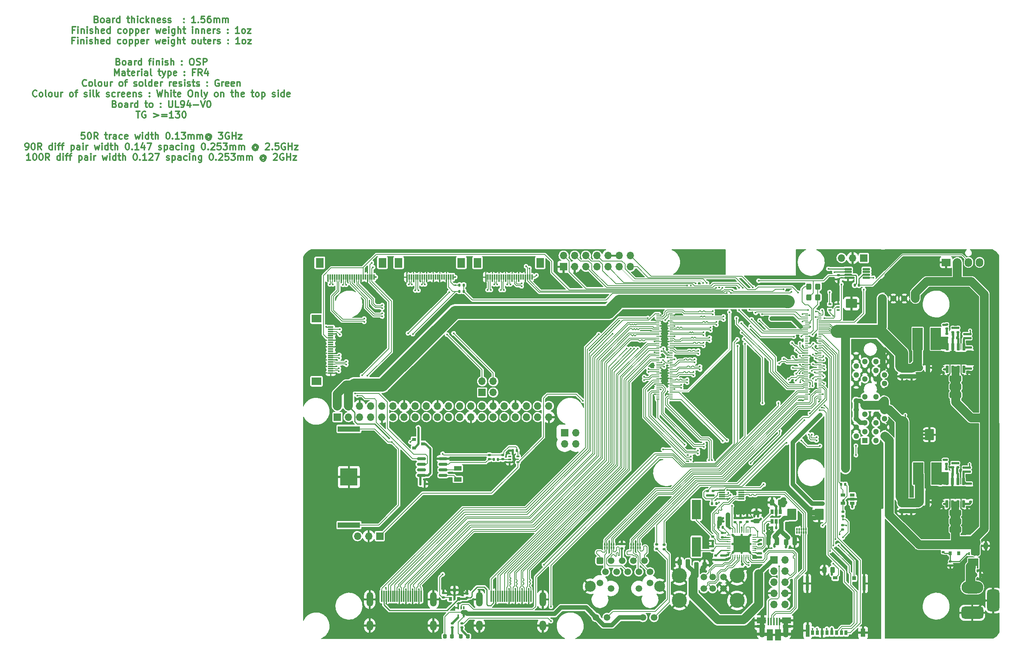
<source format=gbr>
G04 #@! TF.GenerationSoftware,KiCad,Pcbnew,(5.99.0-6751-g76ac8b5acf)*
G04 #@! TF.CreationDate,2021-04-16T13:45:54+01:00*
G04 #@! TF.ProjectId,CM4IOv5,434d3449-4f76-4352-9e6b-696361645f70,rev?*
G04 #@! TF.SameCoordinates,Original*
G04 #@! TF.FileFunction,Copper,L1,Top*
G04 #@! TF.FilePolarity,Positive*
%FSLAX46Y46*%
G04 Gerber Fmt 4.6, Leading zero omitted, Abs format (unit mm)*
G04 Created by KiCad (PCBNEW (5.99.0-6751-g76ac8b5acf)) date 2021-04-16 13:45:54*
%MOMM*%
%LPD*%
G01*
G04 APERTURE LIST*
G04 Aperture macros list*
%AMRoundRect*
0 Rectangle with rounded corners*
0 $1 Rounding radius*
0 $2 $3 $4 $5 $6 $7 $8 $9 X,Y pos of 4 corners*
0 Add a 4 corners polygon primitive as box body*
4,1,4,$2,$3,$4,$5,$6,$7,$8,$9,$2,$3,0*
0 Add four circle primitives for the rounded corners*
1,1,$1+$1,$2,$3,0*
1,1,$1+$1,$4,$5,0*
1,1,$1+$1,$6,$7,0*
1,1,$1+$1,$8,$9,0*
0 Add four rect primitives between the rounded corners*
20,1,$1+$1,$2,$3,$4,$5,0*
20,1,$1+$1,$4,$5,$6,$7,0*
20,1,$1+$1,$6,$7,$8,$9,0*
20,1,$1+$1,$8,$9,$2,$3,0*%
G04 Aperture macros list end*
%ADD10C,0.300000*%
G04 #@! TA.AperFunction,SMDPad,CuDef*
%ADD11R,5.080000X1.270000*%
G04 #@! TD*
G04 #@! TA.AperFunction,SMDPad,CuDef*
%ADD12R,3.960000X3.960000*%
G04 #@! TD*
G04 #@! TA.AperFunction,SMDPad,CuDef*
%ADD13RoundRect,0.147500X0.172500X-0.147500X0.172500X0.147500X-0.172500X0.147500X-0.172500X-0.147500X0*%
G04 #@! TD*
G04 #@! TA.AperFunction,SMDPad,CuDef*
%ADD14RoundRect,0.243750X0.243750X0.456250X-0.243750X0.456250X-0.243750X-0.456250X0.243750X-0.456250X0*%
G04 #@! TD*
G04 #@! TA.AperFunction,SMDPad,CuDef*
%ADD15RoundRect,0.147500X-0.172500X0.147500X-0.172500X-0.147500X0.172500X-0.147500X0.172500X0.147500X0*%
G04 #@! TD*
G04 #@! TA.AperFunction,SMDPad,CuDef*
%ADD16RoundRect,0.147500X-0.147500X-0.172500X0.147500X-0.172500X0.147500X0.172500X-0.147500X0.172500X0*%
G04 #@! TD*
G04 #@! TA.AperFunction,SMDPad,CuDef*
%ADD17RoundRect,0.243750X-0.243750X-0.456250X0.243750X-0.456250X0.243750X0.456250X-0.243750X0.456250X0*%
G04 #@! TD*
G04 #@! TA.AperFunction,SMDPad,CuDef*
%ADD18RoundRect,0.243750X-0.456250X0.243750X-0.456250X-0.243750X0.456250X-0.243750X0.456250X0.243750X0*%
G04 #@! TD*
G04 #@! TA.AperFunction,SMDPad,CuDef*
%ADD19R,0.300000X1.300000*%
G04 #@! TD*
G04 #@! TA.AperFunction,SMDPad,CuDef*
%ADD20R,1.800000X2.200000*%
G04 #@! TD*
G04 #@! TA.AperFunction,ComponentPad*
%ADD21R,1.700000X1.700000*%
G04 #@! TD*
G04 #@! TA.AperFunction,ComponentPad*
%ADD22O,1.700000X1.700000*%
G04 #@! TD*
G04 #@! TA.AperFunction,SMDPad,CuDef*
%ADD23RoundRect,0.147500X0.147500X0.172500X-0.147500X0.172500X-0.147500X-0.172500X0.147500X-0.172500X0*%
G04 #@! TD*
G04 #@! TA.AperFunction,SMDPad,CuDef*
%ADD24R,0.300000X0.550000*%
G04 #@! TD*
G04 #@! TA.AperFunction,SMDPad,CuDef*
%ADD25R,0.400000X0.550000*%
G04 #@! TD*
G04 #@! TA.AperFunction,SMDPad,CuDef*
%ADD26R,0.800000X0.900000*%
G04 #@! TD*
G04 #@! TA.AperFunction,SMDPad,CuDef*
%ADD27RoundRect,0.218750X0.218750X0.256250X-0.218750X0.256250X-0.218750X-0.256250X0.218750X-0.256250X0*%
G04 #@! TD*
G04 #@! TA.AperFunction,SMDPad,CuDef*
%ADD28RoundRect,0.125000X-0.687500X-0.125000X0.687500X-0.125000X0.687500X0.125000X-0.687500X0.125000X0*%
G04 #@! TD*
G04 #@! TA.AperFunction,SMDPad,CuDef*
%ADD29RoundRect,0.243750X0.456250X-0.243750X0.456250X0.243750X-0.456250X0.243750X-0.456250X-0.243750X0*%
G04 #@! TD*
G04 #@! TA.AperFunction,SMDPad,CuDef*
%ADD30R,2.000000X4.500000*%
G04 #@! TD*
G04 #@! TA.AperFunction,SMDPad,CuDef*
%ADD31R,0.650000X0.400000*%
G04 #@! TD*
G04 #@! TA.AperFunction,SMDPad,CuDef*
%ADD32RoundRect,0.062500X0.062500X-0.350000X0.062500X0.350000X-0.062500X0.350000X-0.062500X-0.350000X0*%
G04 #@! TD*
G04 #@! TA.AperFunction,SMDPad,CuDef*
%ADD33RoundRect,0.062500X0.350000X-0.062500X0.350000X0.062500X-0.350000X0.062500X-0.350000X-0.062500X0*%
G04 #@! TD*
G04 #@! TA.AperFunction,SMDPad,CuDef*
%ADD34RoundRect,0.250000X1.600000X-1.600000X1.600000X1.600000X-1.600000X1.600000X-1.600000X-1.600000X0*%
G04 #@! TD*
G04 #@! TA.AperFunction,SMDPad,CuDef*
%ADD35R,0.400000X1.750000*%
G04 #@! TD*
G04 #@! TA.AperFunction,SMDPad,CuDef*
%ADD36R,1.300000X2.000000*%
G04 #@! TD*
G04 #@! TA.AperFunction,SMDPad,CuDef*
%ADD37R,1.425000X2.500000*%
G04 #@! TD*
G04 #@! TA.AperFunction,ComponentPad*
%ADD38O,1.300000X1.700000*%
G04 #@! TD*
G04 #@! TA.AperFunction,SMDPad,CuDef*
%ADD39R,2.000000X1.400000*%
G04 #@! TD*
G04 #@! TA.AperFunction,SMDPad,CuDef*
%ADD40R,1.825000X0.700000*%
G04 #@! TD*
G04 #@! TA.AperFunction,ComponentPad*
%ADD41O,1.000000X1.400000*%
G04 #@! TD*
G04 #@! TA.AperFunction,SMDPad,CuDef*
%ADD42R,0.400000X0.650000*%
G04 #@! TD*
G04 #@! TA.AperFunction,SMDPad,CuDef*
%ADD43R,1.060000X0.650000*%
G04 #@! TD*
G04 #@! TA.AperFunction,ComponentPad*
%ADD44O,5.000000X2.800000*%
G04 #@! TD*
G04 #@! TA.AperFunction,ComponentPad*
%ADD45RoundRect,0.700000X1.800000X-0.700000X1.800000X0.700000X-1.800000X0.700000X-1.800000X-0.700000X0*%
G04 #@! TD*
G04 #@! TA.AperFunction,ComponentPad*
%ADD46RoundRect,0.700000X0.700000X-1.800000X0.700000X1.800000X-0.700000X1.800000X-0.700000X-1.800000X0*%
G04 #@! TD*
G04 #@! TA.AperFunction,ComponentPad*
%ADD47RoundRect,0.250500X-0.499500X-0.499500X0.499500X-0.499500X0.499500X0.499500X-0.499500X0.499500X0*%
G04 #@! TD*
G04 #@! TA.AperFunction,ComponentPad*
%ADD48C,1.500000*%
G04 #@! TD*
G04 #@! TA.AperFunction,ComponentPad*
%ADD49C,2.500000*%
G04 #@! TD*
G04 #@! TA.AperFunction,SMDPad,CuDef*
%ADD50R,0.300000X2.600000*%
G04 #@! TD*
G04 #@! TA.AperFunction,ComponentPad*
%ADD51O,1.500000X3.300000*%
G04 #@! TD*
G04 #@! TA.AperFunction,ComponentPad*
%ADD52O,1.500000X2.300000*%
G04 #@! TD*
G04 #@! TA.AperFunction,SMDPad,CuDef*
%ADD53R,0.650000X1.060000*%
G04 #@! TD*
G04 #@! TA.AperFunction,SMDPad,CuDef*
%ADD54R,1.400000X0.300000*%
G04 #@! TD*
G04 #@! TA.AperFunction,ComponentPad*
%ADD55C,3.450000*%
G04 #@! TD*
G04 #@! TA.AperFunction,SMDPad,CuDef*
%ADD56RoundRect,0.147500X-0.226274X-0.017678X-0.017678X-0.226274X0.226274X0.017678X0.017678X0.226274X0*%
G04 #@! TD*
G04 #@! TA.AperFunction,ComponentPad*
%ADD57R,2.030000X1.730000*%
G04 #@! TD*
G04 #@! TA.AperFunction,ComponentPad*
%ADD58O,1.730000X2.030000*%
G04 #@! TD*
G04 #@! TA.AperFunction,SMDPad,CuDef*
%ADD59R,2.350000X5.100000*%
G04 #@! TD*
G04 #@! TA.AperFunction,SMDPad,CuDef*
%ADD60RoundRect,0.150000X0.150000X-0.737500X0.150000X0.737500X-0.150000X0.737500X-0.150000X-0.737500X0*%
G04 #@! TD*
G04 #@! TA.AperFunction,ComponentPad*
%ADD61C,0.500000*%
G04 #@! TD*
G04 #@! TA.AperFunction,SMDPad,CuDef*
%ADD62R,4.900000X2.950000*%
G04 #@! TD*
G04 #@! TA.AperFunction,ComponentPad*
%ADD63R,1.408000X1.408000*%
G04 #@! TD*
G04 #@! TA.AperFunction,ComponentPad*
%ADD64C,1.408000*%
G04 #@! TD*
G04 #@! TA.AperFunction,SMDPad,CuDef*
%ADD65RoundRect,0.249999X-0.325001X-0.450001X0.325001X-0.450001X0.325001X0.450001X-0.325001X0.450001X0*%
G04 #@! TD*
G04 #@! TA.AperFunction,SMDPad,CuDef*
%ADD66R,0.900000X0.800000*%
G04 #@! TD*
G04 #@! TA.AperFunction,SMDPad,CuDef*
%ADD67RoundRect,0.150000X0.825000X0.150000X-0.825000X0.150000X-0.825000X-0.150000X0.825000X-0.150000X0*%
G04 #@! TD*
G04 #@! TA.AperFunction,SMDPad,CuDef*
%ADD68R,1.800000X1.000000*%
G04 #@! TD*
G04 #@! TA.AperFunction,SMDPad,CuDef*
%ADD69R,0.700000X1.100000*%
G04 #@! TD*
G04 #@! TA.AperFunction,SMDPad,CuDef*
%ADD70R,0.900000X0.930000*%
G04 #@! TD*
G04 #@! TA.AperFunction,SMDPad,CuDef*
%ADD71R,1.050000X0.780000*%
G04 #@! TD*
G04 #@! TA.AperFunction,SMDPad,CuDef*
%ADD72R,0.860000X2.800000*%
G04 #@! TD*
G04 #@! TA.AperFunction,SMDPad,CuDef*
%ADD73R,0.700000X3.330000*%
G04 #@! TD*
G04 #@! TA.AperFunction,SMDPad,CuDef*
%ADD74R,1.140000X1.830000*%
G04 #@! TD*
G04 #@! TA.AperFunction,SMDPad,CuDef*
%ADD75R,1.300000X0.300000*%
G04 #@! TD*
G04 #@! TA.AperFunction,SMDPad,CuDef*
%ADD76R,2.200000X1.800000*%
G04 #@! TD*
G04 #@! TA.AperFunction,SMDPad,CuDef*
%ADD77R,0.420000X0.700000*%
G04 #@! TD*
G04 #@! TA.AperFunction,ComponentPad*
%ADD78R,1.300000X1.300000*%
G04 #@! TD*
G04 #@! TA.AperFunction,ComponentPad*
%ADD79C,1.300000*%
G04 #@! TD*
G04 #@! TA.AperFunction,SMDPad,CuDef*
%ADD80RoundRect,0.250000X-0.787500X-1.025000X0.787500X-1.025000X0.787500X1.025000X-0.787500X1.025000X0*%
G04 #@! TD*
G04 #@! TA.AperFunction,SMDPad,CuDef*
%ADD81RoundRect,0.250000X1.025000X-0.787500X1.025000X0.787500X-1.025000X0.787500X-1.025000X-0.787500X0*%
G04 #@! TD*
G04 #@! TA.AperFunction,SMDPad,CuDef*
%ADD82R,0.700000X0.200000*%
G04 #@! TD*
G04 #@! TA.AperFunction,ViaPad*
%ADD83C,0.450000*%
G04 #@! TD*
G04 #@! TA.AperFunction,Conductor*
%ADD84C,0.500000*%
G04 #@! TD*
G04 #@! TA.AperFunction,Conductor*
%ADD85C,2.000000*%
G04 #@! TD*
G04 #@! TA.AperFunction,Conductor*
%ADD86C,1.000000*%
G04 #@! TD*
G04 #@! TA.AperFunction,Conductor*
%ADD87C,0.200000*%
G04 #@! TD*
G04 #@! TA.AperFunction,Conductor*
%ADD88C,0.230000*%
G04 #@! TD*
G04 #@! TA.AperFunction,Conductor*
%ADD89C,0.300000*%
G04 #@! TD*
G04 #@! TA.AperFunction,Conductor*
%ADD90C,0.130000*%
G04 #@! TD*
G04 #@! TA.AperFunction,Conductor*
%ADD91C,0.800000*%
G04 #@! TD*
G04 #@! TA.AperFunction,Conductor*
%ADD92C,0.600000*%
G04 #@! TD*
G04 #@! TA.AperFunction,Conductor*
%ADD93C,3.000000*%
G04 #@! TD*
G04 #@! TA.AperFunction,Conductor*
%ADD94C,0.127000*%
G04 #@! TD*
G04 #@! TA.AperFunction,Conductor*
%ADD95C,0.147000*%
G04 #@! TD*
G04 #@! TA.AperFunction,Conductor*
%ADD96C,0.100000*%
G04 #@! TD*
G04 #@! TA.AperFunction,Conductor*
%ADD97C,1.500000*%
G04 #@! TD*
G04 #@! TA.AperFunction,Conductor*
%ADD98C,0.170000*%
G04 #@! TD*
G04 #@! TA.AperFunction,Conductor*
%ADD99C,0.254000*%
G04 #@! TD*
G04 APERTURE END LIST*
D10*
X32414285Y-17995357D02*
X32628571Y-18066785D01*
X32700000Y-18138214D01*
X32771428Y-18281071D01*
X32771428Y-18495357D01*
X32700000Y-18638214D01*
X32628571Y-18709642D01*
X32485714Y-18781071D01*
X31914285Y-18781071D01*
X31914285Y-17281071D01*
X32414285Y-17281071D01*
X32557142Y-17352500D01*
X32628571Y-17423928D01*
X32700000Y-17566785D01*
X32700000Y-17709642D01*
X32628571Y-17852500D01*
X32557142Y-17923928D01*
X32414285Y-17995357D01*
X31914285Y-17995357D01*
X33628571Y-18781071D02*
X33485714Y-18709642D01*
X33414285Y-18638214D01*
X33342857Y-18495357D01*
X33342857Y-18066785D01*
X33414285Y-17923928D01*
X33485714Y-17852500D01*
X33628571Y-17781071D01*
X33842857Y-17781071D01*
X33985714Y-17852500D01*
X34057142Y-17923928D01*
X34128571Y-18066785D01*
X34128571Y-18495357D01*
X34057142Y-18638214D01*
X33985714Y-18709642D01*
X33842857Y-18781071D01*
X33628571Y-18781071D01*
X35414285Y-18781071D02*
X35414285Y-17995357D01*
X35342857Y-17852500D01*
X35200000Y-17781071D01*
X34914285Y-17781071D01*
X34771428Y-17852500D01*
X35414285Y-18709642D02*
X35271428Y-18781071D01*
X34914285Y-18781071D01*
X34771428Y-18709642D01*
X34700000Y-18566785D01*
X34700000Y-18423928D01*
X34771428Y-18281071D01*
X34914285Y-18209642D01*
X35271428Y-18209642D01*
X35414285Y-18138214D01*
X36128571Y-18781071D02*
X36128571Y-17781071D01*
X36128571Y-18066785D02*
X36200000Y-17923928D01*
X36271428Y-17852500D01*
X36414285Y-17781071D01*
X36557142Y-17781071D01*
X37700000Y-18781071D02*
X37700000Y-17281071D01*
X37700000Y-18709642D02*
X37557142Y-18781071D01*
X37271428Y-18781071D01*
X37128571Y-18709642D01*
X37057142Y-18638214D01*
X36985714Y-18495357D01*
X36985714Y-18066785D01*
X37057142Y-17923928D01*
X37128571Y-17852500D01*
X37271428Y-17781071D01*
X37557142Y-17781071D01*
X37700000Y-17852500D01*
X39342857Y-17781071D02*
X39914285Y-17781071D01*
X39557142Y-17281071D02*
X39557142Y-18566785D01*
X39628571Y-18709642D01*
X39771428Y-18781071D01*
X39914285Y-18781071D01*
X40414285Y-18781071D02*
X40414285Y-17281071D01*
X41057142Y-18781071D02*
X41057142Y-17995357D01*
X40985714Y-17852500D01*
X40842857Y-17781071D01*
X40628571Y-17781071D01*
X40485714Y-17852500D01*
X40414285Y-17923928D01*
X41771428Y-18781071D02*
X41771428Y-17781071D01*
X41771428Y-17281071D02*
X41700000Y-17352500D01*
X41771428Y-17423928D01*
X41842857Y-17352500D01*
X41771428Y-17281071D01*
X41771428Y-17423928D01*
X43128571Y-18709642D02*
X42985714Y-18781071D01*
X42700000Y-18781071D01*
X42557142Y-18709642D01*
X42485714Y-18638214D01*
X42414285Y-18495357D01*
X42414285Y-18066785D01*
X42485714Y-17923928D01*
X42557142Y-17852500D01*
X42700000Y-17781071D01*
X42985714Y-17781071D01*
X43128571Y-17852500D01*
X43771428Y-18781071D02*
X43771428Y-17281071D01*
X43914285Y-18209642D02*
X44342857Y-18781071D01*
X44342857Y-17781071D02*
X43771428Y-18352500D01*
X44985714Y-17781071D02*
X44985714Y-18781071D01*
X44985714Y-17923928D02*
X45057142Y-17852500D01*
X45200000Y-17781071D01*
X45414285Y-17781071D01*
X45557142Y-17852500D01*
X45628571Y-17995357D01*
X45628571Y-18781071D01*
X46914285Y-18709642D02*
X46771428Y-18781071D01*
X46485714Y-18781071D01*
X46342857Y-18709642D01*
X46271428Y-18566785D01*
X46271428Y-17995357D01*
X46342857Y-17852500D01*
X46485714Y-17781071D01*
X46771428Y-17781071D01*
X46914285Y-17852500D01*
X46985714Y-17995357D01*
X46985714Y-18138214D01*
X46271428Y-18281071D01*
X47557142Y-18709642D02*
X47700000Y-18781071D01*
X47985714Y-18781071D01*
X48128571Y-18709642D01*
X48200000Y-18566785D01*
X48200000Y-18495357D01*
X48128571Y-18352500D01*
X47985714Y-18281071D01*
X47771428Y-18281071D01*
X47628571Y-18209642D01*
X47557142Y-18066785D01*
X47557142Y-17995357D01*
X47628571Y-17852500D01*
X47771428Y-17781071D01*
X47985714Y-17781071D01*
X48128571Y-17852500D01*
X48771428Y-18709642D02*
X48914285Y-18781071D01*
X49200000Y-18781071D01*
X49342857Y-18709642D01*
X49414285Y-18566785D01*
X49414285Y-18495357D01*
X49342857Y-18352500D01*
X49200000Y-18281071D01*
X48985714Y-18281071D01*
X48842857Y-18209642D01*
X48771428Y-18066785D01*
X48771428Y-17995357D01*
X48842857Y-17852500D01*
X48985714Y-17781071D01*
X49200000Y-17781071D01*
X49342857Y-17852500D01*
X52342857Y-18638214D02*
X52414285Y-18709642D01*
X52342857Y-18781071D01*
X52271428Y-18709642D01*
X52342857Y-18638214D01*
X52342857Y-18781071D01*
X52342857Y-17852500D02*
X52414285Y-17923928D01*
X52342857Y-17995357D01*
X52271428Y-17923928D01*
X52342857Y-17852500D01*
X52342857Y-17995357D01*
X54985714Y-18781071D02*
X54128571Y-18781071D01*
X54557142Y-18781071D02*
X54557142Y-17281071D01*
X54414285Y-17495357D01*
X54271428Y-17638214D01*
X54128571Y-17709642D01*
X55628571Y-18638214D02*
X55699999Y-18709642D01*
X55628571Y-18781071D01*
X55557142Y-18709642D01*
X55628571Y-18638214D01*
X55628571Y-18781071D01*
X57057142Y-17281071D02*
X56342857Y-17281071D01*
X56271428Y-17995357D01*
X56342857Y-17923928D01*
X56485714Y-17852500D01*
X56842857Y-17852500D01*
X56985714Y-17923928D01*
X57057142Y-17995357D01*
X57128571Y-18138214D01*
X57128571Y-18495357D01*
X57057142Y-18638214D01*
X56985714Y-18709642D01*
X56842857Y-18781071D01*
X56485714Y-18781071D01*
X56342857Y-18709642D01*
X56271428Y-18638214D01*
X58414285Y-17281071D02*
X58128571Y-17281071D01*
X57985714Y-17352500D01*
X57914285Y-17423928D01*
X57771428Y-17638214D01*
X57699999Y-17923928D01*
X57699999Y-18495357D01*
X57771428Y-18638214D01*
X57842857Y-18709642D01*
X57985714Y-18781071D01*
X58271428Y-18781071D01*
X58414285Y-18709642D01*
X58485714Y-18638214D01*
X58557142Y-18495357D01*
X58557142Y-18138214D01*
X58485714Y-17995357D01*
X58414285Y-17923928D01*
X58271428Y-17852500D01*
X57985714Y-17852500D01*
X57842857Y-17923928D01*
X57771428Y-17995357D01*
X57699999Y-18138214D01*
X59199999Y-18781071D02*
X59199999Y-17781071D01*
X59199999Y-17923928D02*
X59271428Y-17852500D01*
X59414285Y-17781071D01*
X59628571Y-17781071D01*
X59771428Y-17852500D01*
X59842857Y-17995357D01*
X59842857Y-18781071D01*
X59842857Y-17995357D02*
X59914285Y-17852500D01*
X60057142Y-17781071D01*
X60271428Y-17781071D01*
X60414285Y-17852500D01*
X60485714Y-17995357D01*
X60485714Y-18781071D01*
X61199999Y-18781071D02*
X61199999Y-17781071D01*
X61199999Y-17923928D02*
X61271428Y-17852500D01*
X61414285Y-17781071D01*
X61628571Y-17781071D01*
X61771428Y-17852500D01*
X61842857Y-17995357D01*
X61842857Y-18781071D01*
X61842857Y-17995357D02*
X61914285Y-17852500D01*
X62057142Y-17781071D01*
X62271428Y-17781071D01*
X62414285Y-17852500D01*
X62485714Y-17995357D01*
X62485714Y-18781071D01*
X27414285Y-20410357D02*
X26914285Y-20410357D01*
X26914285Y-21196071D02*
X26914285Y-19696071D01*
X27628571Y-19696071D01*
X28199999Y-21196071D02*
X28199999Y-20196071D01*
X28199999Y-19696071D02*
X28128571Y-19767500D01*
X28199999Y-19838928D01*
X28271428Y-19767500D01*
X28199999Y-19696071D01*
X28199999Y-19838928D01*
X28914285Y-20196071D02*
X28914285Y-21196071D01*
X28914285Y-20338928D02*
X28985714Y-20267500D01*
X29128571Y-20196071D01*
X29342857Y-20196071D01*
X29485714Y-20267500D01*
X29557142Y-20410357D01*
X29557142Y-21196071D01*
X30271428Y-21196071D02*
X30271428Y-20196071D01*
X30271428Y-19696071D02*
X30199999Y-19767500D01*
X30271428Y-19838928D01*
X30342857Y-19767500D01*
X30271428Y-19696071D01*
X30271428Y-19838928D01*
X30914285Y-21124642D02*
X31057142Y-21196071D01*
X31342857Y-21196071D01*
X31485714Y-21124642D01*
X31557142Y-20981785D01*
X31557142Y-20910357D01*
X31485714Y-20767500D01*
X31342857Y-20696071D01*
X31128571Y-20696071D01*
X30985714Y-20624642D01*
X30914285Y-20481785D01*
X30914285Y-20410357D01*
X30985714Y-20267500D01*
X31128571Y-20196071D01*
X31342857Y-20196071D01*
X31485714Y-20267500D01*
X32199999Y-21196071D02*
X32199999Y-19696071D01*
X32842857Y-21196071D02*
X32842857Y-20410357D01*
X32771428Y-20267500D01*
X32628571Y-20196071D01*
X32414285Y-20196071D01*
X32271428Y-20267500D01*
X32199999Y-20338928D01*
X34128571Y-21124642D02*
X33985714Y-21196071D01*
X33700000Y-21196071D01*
X33557142Y-21124642D01*
X33485714Y-20981785D01*
X33485714Y-20410357D01*
X33557142Y-20267500D01*
X33700000Y-20196071D01*
X33985714Y-20196071D01*
X34128571Y-20267500D01*
X34200000Y-20410357D01*
X34200000Y-20553214D01*
X33485714Y-20696071D01*
X35485714Y-21196071D02*
X35485714Y-19696071D01*
X35485714Y-21124642D02*
X35342857Y-21196071D01*
X35057142Y-21196071D01*
X34914285Y-21124642D01*
X34842857Y-21053214D01*
X34771428Y-20910357D01*
X34771428Y-20481785D01*
X34842857Y-20338928D01*
X34914285Y-20267500D01*
X35057142Y-20196071D01*
X35342857Y-20196071D01*
X35485714Y-20267500D01*
X37985714Y-21124642D02*
X37842857Y-21196071D01*
X37557142Y-21196071D01*
X37414285Y-21124642D01*
X37342857Y-21053214D01*
X37271428Y-20910357D01*
X37271428Y-20481785D01*
X37342857Y-20338928D01*
X37414285Y-20267500D01*
X37557142Y-20196071D01*
X37842857Y-20196071D01*
X37985714Y-20267500D01*
X38842857Y-21196071D02*
X38700000Y-21124642D01*
X38628571Y-21053214D01*
X38557142Y-20910357D01*
X38557142Y-20481785D01*
X38628571Y-20338928D01*
X38700000Y-20267500D01*
X38842857Y-20196071D01*
X39057142Y-20196071D01*
X39200000Y-20267500D01*
X39271428Y-20338928D01*
X39342857Y-20481785D01*
X39342857Y-20910357D01*
X39271428Y-21053214D01*
X39200000Y-21124642D01*
X39057142Y-21196071D01*
X38842857Y-21196071D01*
X39985714Y-20196071D02*
X39985714Y-21696071D01*
X39985714Y-20267500D02*
X40128571Y-20196071D01*
X40414285Y-20196071D01*
X40557142Y-20267500D01*
X40628571Y-20338928D01*
X40700000Y-20481785D01*
X40700000Y-20910357D01*
X40628571Y-21053214D01*
X40557142Y-21124642D01*
X40414285Y-21196071D01*
X40128571Y-21196071D01*
X39985714Y-21124642D01*
X41342857Y-20196071D02*
X41342857Y-21696071D01*
X41342857Y-20267500D02*
X41485714Y-20196071D01*
X41771428Y-20196071D01*
X41914285Y-20267500D01*
X41985714Y-20338928D01*
X42057142Y-20481785D01*
X42057142Y-20910357D01*
X41985714Y-21053214D01*
X41914285Y-21124642D01*
X41771428Y-21196071D01*
X41485714Y-21196071D01*
X41342857Y-21124642D01*
X43271428Y-21124642D02*
X43128571Y-21196071D01*
X42842857Y-21196071D01*
X42699999Y-21124642D01*
X42628571Y-20981785D01*
X42628571Y-20410357D01*
X42699999Y-20267500D01*
X42842857Y-20196071D01*
X43128571Y-20196071D01*
X43271428Y-20267500D01*
X43342857Y-20410357D01*
X43342857Y-20553214D01*
X42628571Y-20696071D01*
X43985714Y-21196071D02*
X43985714Y-20196071D01*
X43985714Y-20481785D02*
X44057142Y-20338928D01*
X44128571Y-20267500D01*
X44271428Y-20196071D01*
X44414285Y-20196071D01*
X45914285Y-20196071D02*
X46200000Y-21196071D01*
X46485714Y-20481785D01*
X46771428Y-21196071D01*
X47057142Y-20196071D01*
X48200000Y-21124642D02*
X48057142Y-21196071D01*
X47771428Y-21196071D01*
X47628571Y-21124642D01*
X47557142Y-20981785D01*
X47557142Y-20410357D01*
X47628571Y-20267500D01*
X47771428Y-20196071D01*
X48057142Y-20196071D01*
X48200000Y-20267500D01*
X48271428Y-20410357D01*
X48271428Y-20553214D01*
X47557142Y-20696071D01*
X48914285Y-21196071D02*
X48914285Y-20196071D01*
X48914285Y-19696071D02*
X48842857Y-19767500D01*
X48914285Y-19838928D01*
X48985714Y-19767500D01*
X48914285Y-19696071D01*
X48914285Y-19838928D01*
X50271428Y-20196071D02*
X50271428Y-21410357D01*
X50200000Y-21553214D01*
X50128571Y-21624642D01*
X49985714Y-21696071D01*
X49771428Y-21696071D01*
X49628571Y-21624642D01*
X50271428Y-21124642D02*
X50128571Y-21196071D01*
X49842857Y-21196071D01*
X49700000Y-21124642D01*
X49628571Y-21053214D01*
X49557142Y-20910357D01*
X49557142Y-20481785D01*
X49628571Y-20338928D01*
X49700000Y-20267500D01*
X49842857Y-20196071D01*
X50128571Y-20196071D01*
X50271428Y-20267500D01*
X50985714Y-21196071D02*
X50985714Y-19696071D01*
X51628571Y-21196071D02*
X51628571Y-20410357D01*
X51557142Y-20267500D01*
X51414285Y-20196071D01*
X51200000Y-20196071D01*
X51057142Y-20267500D01*
X50985714Y-20338928D01*
X52128571Y-20196071D02*
X52700000Y-20196071D01*
X52342857Y-19696071D02*
X52342857Y-20981785D01*
X52414285Y-21124642D01*
X52557142Y-21196071D01*
X52700000Y-21196071D01*
X54342857Y-21196071D02*
X54342857Y-20196071D01*
X54342857Y-19696071D02*
X54271428Y-19767500D01*
X54342857Y-19838928D01*
X54414285Y-19767500D01*
X54342857Y-19696071D01*
X54342857Y-19838928D01*
X55057142Y-20196071D02*
X55057142Y-21196071D01*
X55057142Y-20338928D02*
X55128571Y-20267500D01*
X55271428Y-20196071D01*
X55485714Y-20196071D01*
X55628571Y-20267500D01*
X55700000Y-20410357D01*
X55700000Y-21196071D01*
X56414285Y-20196071D02*
X56414285Y-21196071D01*
X56414285Y-20338928D02*
X56485714Y-20267500D01*
X56628571Y-20196071D01*
X56842857Y-20196071D01*
X56985714Y-20267500D01*
X57057142Y-20410357D01*
X57057142Y-21196071D01*
X58342857Y-21124642D02*
X58200000Y-21196071D01*
X57914285Y-21196071D01*
X57771428Y-21124642D01*
X57700000Y-20981785D01*
X57700000Y-20410357D01*
X57771428Y-20267500D01*
X57914285Y-20196071D01*
X58200000Y-20196071D01*
X58342857Y-20267500D01*
X58414285Y-20410357D01*
X58414285Y-20553214D01*
X57700000Y-20696071D01*
X59057142Y-21196071D02*
X59057142Y-20196071D01*
X59057142Y-20481785D02*
X59128571Y-20338928D01*
X59200000Y-20267500D01*
X59342857Y-20196071D01*
X59485714Y-20196071D01*
X59914285Y-21124642D02*
X60057142Y-21196071D01*
X60342857Y-21196071D01*
X60485714Y-21124642D01*
X60557142Y-20981785D01*
X60557142Y-20910357D01*
X60485714Y-20767500D01*
X60342857Y-20696071D01*
X60128571Y-20696071D01*
X59985714Y-20624642D01*
X59914285Y-20481785D01*
X59914285Y-20410357D01*
X59985714Y-20267500D01*
X60128571Y-20196071D01*
X60342857Y-20196071D01*
X60485714Y-20267500D01*
X62342857Y-21053214D02*
X62414285Y-21124642D01*
X62342857Y-21196071D01*
X62271428Y-21124642D01*
X62342857Y-21053214D01*
X62342857Y-21196071D01*
X62342857Y-20267500D02*
X62414285Y-20338928D01*
X62342857Y-20410357D01*
X62271428Y-20338928D01*
X62342857Y-20267500D01*
X62342857Y-20410357D01*
X64985714Y-21196071D02*
X64128571Y-21196071D01*
X64557142Y-21196071D02*
X64557142Y-19696071D01*
X64414285Y-19910357D01*
X64271428Y-20053214D01*
X64128571Y-20124642D01*
X65842857Y-21196071D02*
X65700000Y-21124642D01*
X65628571Y-21053214D01*
X65557142Y-20910357D01*
X65557142Y-20481785D01*
X65628571Y-20338928D01*
X65700000Y-20267500D01*
X65842857Y-20196071D01*
X66057142Y-20196071D01*
X66200000Y-20267500D01*
X66271428Y-20338928D01*
X66342857Y-20481785D01*
X66342857Y-20910357D01*
X66271428Y-21053214D01*
X66200000Y-21124642D01*
X66057142Y-21196071D01*
X65842857Y-21196071D01*
X66842857Y-20196071D02*
X67628571Y-20196071D01*
X66842857Y-21196071D01*
X67628571Y-21196071D01*
X27342857Y-22825357D02*
X26842857Y-22825357D01*
X26842857Y-23611071D02*
X26842857Y-22111071D01*
X27557142Y-22111071D01*
X28128571Y-23611071D02*
X28128571Y-22611071D01*
X28128571Y-22111071D02*
X28057142Y-22182500D01*
X28128571Y-22253928D01*
X28199999Y-22182500D01*
X28128571Y-22111071D01*
X28128571Y-22253928D01*
X28842857Y-22611071D02*
X28842857Y-23611071D01*
X28842857Y-22753928D02*
X28914285Y-22682500D01*
X29057142Y-22611071D01*
X29271428Y-22611071D01*
X29414285Y-22682500D01*
X29485714Y-22825357D01*
X29485714Y-23611071D01*
X30199999Y-23611071D02*
X30199999Y-22611071D01*
X30199999Y-22111071D02*
X30128571Y-22182500D01*
X30199999Y-22253928D01*
X30271428Y-22182500D01*
X30199999Y-22111071D01*
X30199999Y-22253928D01*
X30842857Y-23539642D02*
X30985714Y-23611071D01*
X31271428Y-23611071D01*
X31414285Y-23539642D01*
X31485714Y-23396785D01*
X31485714Y-23325357D01*
X31414285Y-23182500D01*
X31271428Y-23111071D01*
X31057142Y-23111071D01*
X30914285Y-23039642D01*
X30842857Y-22896785D01*
X30842857Y-22825357D01*
X30914285Y-22682500D01*
X31057142Y-22611071D01*
X31271428Y-22611071D01*
X31414285Y-22682500D01*
X32128571Y-23611071D02*
X32128571Y-22111071D01*
X32771428Y-23611071D02*
X32771428Y-22825357D01*
X32699999Y-22682500D01*
X32557142Y-22611071D01*
X32342857Y-22611071D01*
X32199999Y-22682500D01*
X32128571Y-22753928D01*
X34057142Y-23539642D02*
X33914285Y-23611071D01*
X33628571Y-23611071D01*
X33485714Y-23539642D01*
X33414285Y-23396785D01*
X33414285Y-22825357D01*
X33485714Y-22682500D01*
X33628571Y-22611071D01*
X33914285Y-22611071D01*
X34057142Y-22682500D01*
X34128571Y-22825357D01*
X34128571Y-22968214D01*
X33414285Y-23111071D01*
X35414285Y-23611071D02*
X35414285Y-22111071D01*
X35414285Y-23539642D02*
X35271428Y-23611071D01*
X34985714Y-23611071D01*
X34842857Y-23539642D01*
X34771428Y-23468214D01*
X34699999Y-23325357D01*
X34699999Y-22896785D01*
X34771428Y-22753928D01*
X34842857Y-22682500D01*
X34985714Y-22611071D01*
X35271428Y-22611071D01*
X35414285Y-22682500D01*
X37914285Y-23539642D02*
X37771428Y-23611071D01*
X37485714Y-23611071D01*
X37342857Y-23539642D01*
X37271428Y-23468214D01*
X37199999Y-23325357D01*
X37199999Y-22896785D01*
X37271428Y-22753928D01*
X37342857Y-22682500D01*
X37485714Y-22611071D01*
X37771428Y-22611071D01*
X37914285Y-22682500D01*
X38771428Y-23611071D02*
X38628571Y-23539642D01*
X38557142Y-23468214D01*
X38485714Y-23325357D01*
X38485714Y-22896785D01*
X38557142Y-22753928D01*
X38628571Y-22682500D01*
X38771428Y-22611071D01*
X38985714Y-22611071D01*
X39128571Y-22682500D01*
X39199999Y-22753928D01*
X39271428Y-22896785D01*
X39271428Y-23325357D01*
X39199999Y-23468214D01*
X39128571Y-23539642D01*
X38985714Y-23611071D01*
X38771428Y-23611071D01*
X39914285Y-22611071D02*
X39914285Y-24111071D01*
X39914285Y-22682500D02*
X40057142Y-22611071D01*
X40342857Y-22611071D01*
X40485714Y-22682500D01*
X40557142Y-22753928D01*
X40628571Y-22896785D01*
X40628571Y-23325357D01*
X40557142Y-23468214D01*
X40485714Y-23539642D01*
X40342857Y-23611071D01*
X40057142Y-23611071D01*
X39914285Y-23539642D01*
X41271428Y-22611071D02*
X41271428Y-24111071D01*
X41271428Y-22682500D02*
X41414285Y-22611071D01*
X41699999Y-22611071D01*
X41842857Y-22682500D01*
X41914285Y-22753928D01*
X41985714Y-22896785D01*
X41985714Y-23325357D01*
X41914285Y-23468214D01*
X41842857Y-23539642D01*
X41699999Y-23611071D01*
X41414285Y-23611071D01*
X41271428Y-23539642D01*
X43199999Y-23539642D02*
X43057142Y-23611071D01*
X42771428Y-23611071D01*
X42628571Y-23539642D01*
X42557142Y-23396785D01*
X42557142Y-22825357D01*
X42628571Y-22682500D01*
X42771428Y-22611071D01*
X43057142Y-22611071D01*
X43199999Y-22682500D01*
X43271428Y-22825357D01*
X43271428Y-22968214D01*
X42557142Y-23111071D01*
X43914285Y-23611071D02*
X43914285Y-22611071D01*
X43914285Y-22896785D02*
X43985714Y-22753928D01*
X44057142Y-22682500D01*
X44199999Y-22611071D01*
X44342857Y-22611071D01*
X45842857Y-22611071D02*
X46128571Y-23611071D01*
X46414285Y-22896785D01*
X46699999Y-23611071D01*
X46985714Y-22611071D01*
X48128571Y-23539642D02*
X47985714Y-23611071D01*
X47699999Y-23611071D01*
X47557142Y-23539642D01*
X47485714Y-23396785D01*
X47485714Y-22825357D01*
X47557142Y-22682500D01*
X47699999Y-22611071D01*
X47985714Y-22611071D01*
X48128571Y-22682500D01*
X48199999Y-22825357D01*
X48199999Y-22968214D01*
X47485714Y-23111071D01*
X48842857Y-23611071D02*
X48842857Y-22611071D01*
X48842857Y-22111071D02*
X48771428Y-22182500D01*
X48842857Y-22253928D01*
X48914285Y-22182500D01*
X48842857Y-22111071D01*
X48842857Y-22253928D01*
X50199999Y-22611071D02*
X50199999Y-23825357D01*
X50128571Y-23968214D01*
X50057142Y-24039642D01*
X49914285Y-24111071D01*
X49699999Y-24111071D01*
X49557142Y-24039642D01*
X50199999Y-23539642D02*
X50057142Y-23611071D01*
X49771428Y-23611071D01*
X49628571Y-23539642D01*
X49557142Y-23468214D01*
X49485714Y-23325357D01*
X49485714Y-22896785D01*
X49557142Y-22753928D01*
X49628571Y-22682500D01*
X49771428Y-22611071D01*
X50057142Y-22611071D01*
X50199999Y-22682500D01*
X50914285Y-23611071D02*
X50914285Y-22111071D01*
X51557142Y-23611071D02*
X51557142Y-22825357D01*
X51485714Y-22682500D01*
X51342857Y-22611071D01*
X51128571Y-22611071D01*
X50985714Y-22682500D01*
X50914285Y-22753928D01*
X52057142Y-22611071D02*
X52628571Y-22611071D01*
X52271428Y-22111071D02*
X52271428Y-23396785D01*
X52342857Y-23539642D01*
X52485714Y-23611071D01*
X52628571Y-23611071D01*
X54485714Y-23611071D02*
X54342857Y-23539642D01*
X54271428Y-23468214D01*
X54200000Y-23325357D01*
X54200000Y-22896785D01*
X54271428Y-22753928D01*
X54342857Y-22682500D01*
X54485714Y-22611071D01*
X54700000Y-22611071D01*
X54842857Y-22682500D01*
X54914285Y-22753928D01*
X54985714Y-22896785D01*
X54985714Y-23325357D01*
X54914285Y-23468214D01*
X54842857Y-23539642D01*
X54700000Y-23611071D01*
X54485714Y-23611071D01*
X56271428Y-22611071D02*
X56271428Y-23611071D01*
X55628571Y-22611071D02*
X55628571Y-23396785D01*
X55700000Y-23539642D01*
X55842857Y-23611071D01*
X56057142Y-23611071D01*
X56200000Y-23539642D01*
X56271428Y-23468214D01*
X56771428Y-22611071D02*
X57342857Y-22611071D01*
X56985714Y-22111071D02*
X56985714Y-23396785D01*
X57057142Y-23539642D01*
X57200000Y-23611071D01*
X57342857Y-23611071D01*
X58414285Y-23539642D02*
X58271428Y-23611071D01*
X57985714Y-23611071D01*
X57842857Y-23539642D01*
X57771428Y-23396785D01*
X57771428Y-22825357D01*
X57842857Y-22682500D01*
X57985714Y-22611071D01*
X58271428Y-22611071D01*
X58414285Y-22682500D01*
X58485714Y-22825357D01*
X58485714Y-22968214D01*
X57771428Y-23111071D01*
X59128571Y-23611071D02*
X59128571Y-22611071D01*
X59128571Y-22896785D02*
X59200000Y-22753928D01*
X59271428Y-22682500D01*
X59414285Y-22611071D01*
X59557142Y-22611071D01*
X59985714Y-23539642D02*
X60128571Y-23611071D01*
X60414285Y-23611071D01*
X60557142Y-23539642D01*
X60628571Y-23396785D01*
X60628571Y-23325357D01*
X60557142Y-23182500D01*
X60414285Y-23111071D01*
X60200000Y-23111071D01*
X60057142Y-23039642D01*
X59985714Y-22896785D01*
X59985714Y-22825357D01*
X60057142Y-22682500D01*
X60200000Y-22611071D01*
X60414285Y-22611071D01*
X60557142Y-22682500D01*
X62414285Y-23468214D02*
X62485714Y-23539642D01*
X62414285Y-23611071D01*
X62342857Y-23539642D01*
X62414285Y-23468214D01*
X62414285Y-23611071D01*
X62414285Y-22682500D02*
X62485714Y-22753928D01*
X62414285Y-22825357D01*
X62342857Y-22753928D01*
X62414285Y-22682500D01*
X62414285Y-22825357D01*
X65057142Y-23611071D02*
X64200000Y-23611071D01*
X64628571Y-23611071D02*
X64628571Y-22111071D01*
X64485714Y-22325357D01*
X64342857Y-22468214D01*
X64200000Y-22539642D01*
X65914285Y-23611071D02*
X65771428Y-23539642D01*
X65700000Y-23468214D01*
X65628571Y-23325357D01*
X65628571Y-22896785D01*
X65700000Y-22753928D01*
X65771428Y-22682500D01*
X65914285Y-22611071D01*
X66128571Y-22611071D01*
X66271428Y-22682500D01*
X66342857Y-22753928D01*
X66414285Y-22896785D01*
X66414285Y-23325357D01*
X66342857Y-23468214D01*
X66271428Y-23539642D01*
X66128571Y-23611071D01*
X65914285Y-23611071D01*
X66914285Y-22611071D02*
X67700000Y-22611071D01*
X66914285Y-23611071D01*
X67700000Y-23611071D01*
X37378571Y-27655357D02*
X37592857Y-27726785D01*
X37664285Y-27798214D01*
X37735714Y-27941071D01*
X37735714Y-28155357D01*
X37664285Y-28298214D01*
X37592857Y-28369642D01*
X37450000Y-28441071D01*
X36878571Y-28441071D01*
X36878571Y-26941071D01*
X37378571Y-26941071D01*
X37521428Y-27012500D01*
X37592857Y-27083928D01*
X37664285Y-27226785D01*
X37664285Y-27369642D01*
X37592857Y-27512500D01*
X37521428Y-27583928D01*
X37378571Y-27655357D01*
X36878571Y-27655357D01*
X38592857Y-28441071D02*
X38450000Y-28369642D01*
X38378571Y-28298214D01*
X38307142Y-28155357D01*
X38307142Y-27726785D01*
X38378571Y-27583928D01*
X38450000Y-27512500D01*
X38592857Y-27441071D01*
X38807142Y-27441071D01*
X38950000Y-27512500D01*
X39021428Y-27583928D01*
X39092857Y-27726785D01*
X39092857Y-28155357D01*
X39021428Y-28298214D01*
X38950000Y-28369642D01*
X38807142Y-28441071D01*
X38592857Y-28441071D01*
X40378571Y-28441071D02*
X40378571Y-27655357D01*
X40307142Y-27512500D01*
X40164285Y-27441071D01*
X39878571Y-27441071D01*
X39735714Y-27512500D01*
X40378571Y-28369642D02*
X40235714Y-28441071D01*
X39878571Y-28441071D01*
X39735714Y-28369642D01*
X39664285Y-28226785D01*
X39664285Y-28083928D01*
X39735714Y-27941071D01*
X39878571Y-27869642D01*
X40235714Y-27869642D01*
X40378571Y-27798214D01*
X41092857Y-28441071D02*
X41092857Y-27441071D01*
X41092857Y-27726785D02*
X41164285Y-27583928D01*
X41235714Y-27512500D01*
X41378571Y-27441071D01*
X41521428Y-27441071D01*
X42664285Y-28441071D02*
X42664285Y-26941071D01*
X42664285Y-28369642D02*
X42521428Y-28441071D01*
X42235714Y-28441071D01*
X42092857Y-28369642D01*
X42021428Y-28298214D01*
X41950000Y-28155357D01*
X41950000Y-27726785D01*
X42021428Y-27583928D01*
X42092857Y-27512500D01*
X42235714Y-27441071D01*
X42521428Y-27441071D01*
X42664285Y-27512500D01*
X44307142Y-27441071D02*
X44878571Y-27441071D01*
X44521428Y-28441071D02*
X44521428Y-27155357D01*
X44592857Y-27012500D01*
X44735714Y-26941071D01*
X44878571Y-26941071D01*
X45378571Y-28441071D02*
X45378571Y-27441071D01*
X45378571Y-26941071D02*
X45307142Y-27012500D01*
X45378571Y-27083928D01*
X45450000Y-27012500D01*
X45378571Y-26941071D01*
X45378571Y-27083928D01*
X46092857Y-27441071D02*
X46092857Y-28441071D01*
X46092857Y-27583928D02*
X46164285Y-27512500D01*
X46307142Y-27441071D01*
X46521428Y-27441071D01*
X46664285Y-27512500D01*
X46735714Y-27655357D01*
X46735714Y-28441071D01*
X47450000Y-28441071D02*
X47450000Y-27441071D01*
X47450000Y-26941071D02*
X47378571Y-27012500D01*
X47450000Y-27083928D01*
X47521428Y-27012500D01*
X47450000Y-26941071D01*
X47450000Y-27083928D01*
X48092857Y-28369642D02*
X48235714Y-28441071D01*
X48521428Y-28441071D01*
X48664285Y-28369642D01*
X48735714Y-28226785D01*
X48735714Y-28155357D01*
X48664285Y-28012500D01*
X48521428Y-27941071D01*
X48307142Y-27941071D01*
X48164285Y-27869642D01*
X48092857Y-27726785D01*
X48092857Y-27655357D01*
X48164285Y-27512500D01*
X48307142Y-27441071D01*
X48521428Y-27441071D01*
X48664285Y-27512500D01*
X49378571Y-28441071D02*
X49378571Y-26941071D01*
X50021428Y-28441071D02*
X50021428Y-27655357D01*
X49950000Y-27512500D01*
X49807142Y-27441071D01*
X49592857Y-27441071D01*
X49450000Y-27512500D01*
X49378571Y-27583928D01*
X51878571Y-28298214D02*
X51950000Y-28369642D01*
X51878571Y-28441071D01*
X51807142Y-28369642D01*
X51878571Y-28298214D01*
X51878571Y-28441071D01*
X51878571Y-27512500D02*
X51950000Y-27583928D01*
X51878571Y-27655357D01*
X51807142Y-27583928D01*
X51878571Y-27512500D01*
X51878571Y-27655357D01*
X54021428Y-26941071D02*
X54307142Y-26941071D01*
X54450000Y-27012500D01*
X54592857Y-27155357D01*
X54664285Y-27441071D01*
X54664285Y-27941071D01*
X54592857Y-28226785D01*
X54450000Y-28369642D01*
X54307142Y-28441071D01*
X54021428Y-28441071D01*
X53878571Y-28369642D01*
X53735714Y-28226785D01*
X53664285Y-27941071D01*
X53664285Y-27441071D01*
X53735714Y-27155357D01*
X53878571Y-27012500D01*
X54021428Y-26941071D01*
X55235714Y-28369642D02*
X55450000Y-28441071D01*
X55807142Y-28441071D01*
X55950000Y-28369642D01*
X56021428Y-28298214D01*
X56092857Y-28155357D01*
X56092857Y-28012500D01*
X56021428Y-27869642D01*
X55950000Y-27798214D01*
X55807142Y-27726785D01*
X55521428Y-27655357D01*
X55378571Y-27583928D01*
X55307142Y-27512500D01*
X55235714Y-27369642D01*
X55235714Y-27226785D01*
X55307142Y-27083928D01*
X55378571Y-27012500D01*
X55521428Y-26941071D01*
X55878571Y-26941071D01*
X56092857Y-27012500D01*
X56735714Y-28441071D02*
X56735714Y-26941071D01*
X57307142Y-26941071D01*
X57450000Y-27012500D01*
X57521428Y-27083928D01*
X57592857Y-27226785D01*
X57592857Y-27441071D01*
X57521428Y-27583928D01*
X57450000Y-27655357D01*
X57307142Y-27726785D01*
X56735714Y-27726785D01*
X36557142Y-30856071D02*
X36557142Y-29356071D01*
X37057142Y-30427500D01*
X37557142Y-29356071D01*
X37557142Y-30856071D01*
X38914285Y-30856071D02*
X38914285Y-30070357D01*
X38842857Y-29927500D01*
X38700000Y-29856071D01*
X38414285Y-29856071D01*
X38271428Y-29927500D01*
X38914285Y-30784642D02*
X38771428Y-30856071D01*
X38414285Y-30856071D01*
X38271428Y-30784642D01*
X38200000Y-30641785D01*
X38200000Y-30498928D01*
X38271428Y-30356071D01*
X38414285Y-30284642D01*
X38771428Y-30284642D01*
X38914285Y-30213214D01*
X39414285Y-29856071D02*
X39985714Y-29856071D01*
X39628571Y-29356071D02*
X39628571Y-30641785D01*
X39700000Y-30784642D01*
X39842857Y-30856071D01*
X39985714Y-30856071D01*
X41057142Y-30784642D02*
X40914285Y-30856071D01*
X40628571Y-30856071D01*
X40485714Y-30784642D01*
X40414285Y-30641785D01*
X40414285Y-30070357D01*
X40485714Y-29927500D01*
X40628571Y-29856071D01*
X40914285Y-29856071D01*
X41057142Y-29927500D01*
X41128571Y-30070357D01*
X41128571Y-30213214D01*
X40414285Y-30356071D01*
X41771428Y-30856071D02*
X41771428Y-29856071D01*
X41771428Y-30141785D02*
X41842857Y-29998928D01*
X41914285Y-29927500D01*
X42057142Y-29856071D01*
X42200000Y-29856071D01*
X42700000Y-30856071D02*
X42700000Y-29856071D01*
X42700000Y-29356071D02*
X42628571Y-29427500D01*
X42700000Y-29498928D01*
X42771428Y-29427500D01*
X42700000Y-29356071D01*
X42700000Y-29498928D01*
X44057142Y-30856071D02*
X44057142Y-30070357D01*
X43985714Y-29927500D01*
X43842857Y-29856071D01*
X43557142Y-29856071D01*
X43414285Y-29927500D01*
X44057142Y-30784642D02*
X43914285Y-30856071D01*
X43557142Y-30856071D01*
X43414285Y-30784642D01*
X43342857Y-30641785D01*
X43342857Y-30498928D01*
X43414285Y-30356071D01*
X43557142Y-30284642D01*
X43914285Y-30284642D01*
X44057142Y-30213214D01*
X44985714Y-30856071D02*
X44842857Y-30784642D01*
X44771428Y-30641785D01*
X44771428Y-29356071D01*
X46485714Y-29856071D02*
X47057142Y-29856071D01*
X46700000Y-29356071D02*
X46700000Y-30641785D01*
X46771428Y-30784642D01*
X46914285Y-30856071D01*
X47057142Y-30856071D01*
X47414285Y-29856071D02*
X47771428Y-30856071D01*
X48128571Y-29856071D02*
X47771428Y-30856071D01*
X47628571Y-31213214D01*
X47557142Y-31284642D01*
X47414285Y-31356071D01*
X48700000Y-29856071D02*
X48700000Y-31356071D01*
X48700000Y-29927500D02*
X48842857Y-29856071D01*
X49128571Y-29856071D01*
X49271428Y-29927500D01*
X49342857Y-29998928D01*
X49414285Y-30141785D01*
X49414285Y-30570357D01*
X49342857Y-30713214D01*
X49271428Y-30784642D01*
X49128571Y-30856071D01*
X48842857Y-30856071D01*
X48700000Y-30784642D01*
X50628571Y-30784642D02*
X50485714Y-30856071D01*
X50200000Y-30856071D01*
X50057142Y-30784642D01*
X49985714Y-30641785D01*
X49985714Y-30070357D01*
X50057142Y-29927500D01*
X50200000Y-29856071D01*
X50485714Y-29856071D01*
X50628571Y-29927500D01*
X50700000Y-30070357D01*
X50700000Y-30213214D01*
X49985714Y-30356071D01*
X52485714Y-30713214D02*
X52557142Y-30784642D01*
X52485714Y-30856071D01*
X52414285Y-30784642D01*
X52485714Y-30713214D01*
X52485714Y-30856071D01*
X52485714Y-29927500D02*
X52557142Y-29998928D01*
X52485714Y-30070357D01*
X52414285Y-29998928D01*
X52485714Y-29927500D01*
X52485714Y-30070357D01*
X54842857Y-30070357D02*
X54342857Y-30070357D01*
X54342857Y-30856071D02*
X54342857Y-29356071D01*
X55057142Y-29356071D01*
X56485714Y-30856071D02*
X55985714Y-30141785D01*
X55628571Y-30856071D02*
X55628571Y-29356071D01*
X56200000Y-29356071D01*
X56342857Y-29427500D01*
X56414285Y-29498928D01*
X56485714Y-29641785D01*
X56485714Y-29856071D01*
X56414285Y-29998928D01*
X56342857Y-30070357D01*
X56200000Y-30141785D01*
X55628571Y-30141785D01*
X57771428Y-29856071D02*
X57771428Y-30856071D01*
X57414285Y-29284642D02*
X57057142Y-30356071D01*
X57985714Y-30356071D01*
X30092857Y-33128214D02*
X30021428Y-33199642D01*
X29807142Y-33271071D01*
X29664285Y-33271071D01*
X29449999Y-33199642D01*
X29307142Y-33056785D01*
X29235714Y-32913928D01*
X29164285Y-32628214D01*
X29164285Y-32413928D01*
X29235714Y-32128214D01*
X29307142Y-31985357D01*
X29449999Y-31842500D01*
X29664285Y-31771071D01*
X29807142Y-31771071D01*
X30021428Y-31842500D01*
X30092857Y-31913928D01*
X30949999Y-33271071D02*
X30807142Y-33199642D01*
X30735714Y-33128214D01*
X30664285Y-32985357D01*
X30664285Y-32556785D01*
X30735714Y-32413928D01*
X30807142Y-32342500D01*
X30949999Y-32271071D01*
X31164285Y-32271071D01*
X31307142Y-32342500D01*
X31378571Y-32413928D01*
X31449999Y-32556785D01*
X31449999Y-32985357D01*
X31378571Y-33128214D01*
X31307142Y-33199642D01*
X31164285Y-33271071D01*
X30949999Y-33271071D01*
X32307142Y-33271071D02*
X32164285Y-33199642D01*
X32092857Y-33056785D01*
X32092857Y-31771071D01*
X33092857Y-33271071D02*
X32949999Y-33199642D01*
X32878571Y-33128214D01*
X32807142Y-32985357D01*
X32807142Y-32556785D01*
X32878571Y-32413928D01*
X32949999Y-32342500D01*
X33092857Y-32271071D01*
X33307142Y-32271071D01*
X33449999Y-32342500D01*
X33521428Y-32413928D01*
X33592857Y-32556785D01*
X33592857Y-32985357D01*
X33521428Y-33128214D01*
X33449999Y-33199642D01*
X33307142Y-33271071D01*
X33092857Y-33271071D01*
X34878571Y-32271071D02*
X34878571Y-33271071D01*
X34235714Y-32271071D02*
X34235714Y-33056785D01*
X34307142Y-33199642D01*
X34450000Y-33271071D01*
X34664285Y-33271071D01*
X34807142Y-33199642D01*
X34878571Y-33128214D01*
X35592857Y-33271071D02*
X35592857Y-32271071D01*
X35592857Y-32556785D02*
X35664285Y-32413928D01*
X35735714Y-32342500D01*
X35878571Y-32271071D01*
X36021428Y-32271071D01*
X37878571Y-33271071D02*
X37735714Y-33199642D01*
X37664285Y-33128214D01*
X37592857Y-32985357D01*
X37592857Y-32556785D01*
X37664285Y-32413928D01*
X37735714Y-32342500D01*
X37878571Y-32271071D01*
X38092857Y-32271071D01*
X38235714Y-32342500D01*
X38307142Y-32413928D01*
X38378571Y-32556785D01*
X38378571Y-32985357D01*
X38307142Y-33128214D01*
X38235714Y-33199642D01*
X38092857Y-33271071D01*
X37878571Y-33271071D01*
X38807142Y-32271071D02*
X39378571Y-32271071D01*
X39021428Y-33271071D02*
X39021428Y-31985357D01*
X39092857Y-31842500D01*
X39235714Y-31771071D01*
X39378571Y-31771071D01*
X40949999Y-33199642D02*
X41092857Y-33271071D01*
X41378571Y-33271071D01*
X41521428Y-33199642D01*
X41592857Y-33056785D01*
X41592857Y-32985357D01*
X41521428Y-32842500D01*
X41378571Y-32771071D01*
X41164285Y-32771071D01*
X41021428Y-32699642D01*
X40949999Y-32556785D01*
X40949999Y-32485357D01*
X41021428Y-32342500D01*
X41164285Y-32271071D01*
X41378571Y-32271071D01*
X41521428Y-32342500D01*
X42449999Y-33271071D02*
X42307142Y-33199642D01*
X42235714Y-33128214D01*
X42164285Y-32985357D01*
X42164285Y-32556785D01*
X42235714Y-32413928D01*
X42307142Y-32342500D01*
X42449999Y-32271071D01*
X42664285Y-32271071D01*
X42807142Y-32342500D01*
X42878571Y-32413928D01*
X42949999Y-32556785D01*
X42949999Y-32985357D01*
X42878571Y-33128214D01*
X42807142Y-33199642D01*
X42664285Y-33271071D01*
X42449999Y-33271071D01*
X43807142Y-33271071D02*
X43664285Y-33199642D01*
X43592857Y-33056785D01*
X43592857Y-31771071D01*
X45021428Y-33271071D02*
X45021428Y-31771071D01*
X45021428Y-33199642D02*
X44878571Y-33271071D01*
X44592857Y-33271071D01*
X44449999Y-33199642D01*
X44378571Y-33128214D01*
X44307142Y-32985357D01*
X44307142Y-32556785D01*
X44378571Y-32413928D01*
X44449999Y-32342500D01*
X44592857Y-32271071D01*
X44878571Y-32271071D01*
X45021428Y-32342500D01*
X46307142Y-33199642D02*
X46164285Y-33271071D01*
X45878571Y-33271071D01*
X45735714Y-33199642D01*
X45664285Y-33056785D01*
X45664285Y-32485357D01*
X45735714Y-32342500D01*
X45878571Y-32271071D01*
X46164285Y-32271071D01*
X46307142Y-32342500D01*
X46378571Y-32485357D01*
X46378571Y-32628214D01*
X45664285Y-32771071D01*
X47021428Y-33271071D02*
X47021428Y-32271071D01*
X47021428Y-32556785D02*
X47092857Y-32413928D01*
X47164285Y-32342500D01*
X47307142Y-32271071D01*
X47450000Y-32271071D01*
X49092857Y-33271071D02*
X49092857Y-32271071D01*
X49092857Y-32556785D02*
X49164285Y-32413928D01*
X49235714Y-32342500D01*
X49378571Y-32271071D01*
X49521428Y-32271071D01*
X50592857Y-33199642D02*
X50450000Y-33271071D01*
X50164285Y-33271071D01*
X50021428Y-33199642D01*
X49950000Y-33056785D01*
X49950000Y-32485357D01*
X50021428Y-32342500D01*
X50164285Y-32271071D01*
X50450000Y-32271071D01*
X50592857Y-32342500D01*
X50664285Y-32485357D01*
X50664285Y-32628214D01*
X49950000Y-32771071D01*
X51235714Y-33199642D02*
X51378571Y-33271071D01*
X51664285Y-33271071D01*
X51807142Y-33199642D01*
X51878571Y-33056785D01*
X51878571Y-32985357D01*
X51807142Y-32842500D01*
X51664285Y-32771071D01*
X51450000Y-32771071D01*
X51307142Y-32699642D01*
X51235714Y-32556785D01*
X51235714Y-32485357D01*
X51307142Y-32342500D01*
X51450000Y-32271071D01*
X51664285Y-32271071D01*
X51807142Y-32342500D01*
X52521428Y-33271071D02*
X52521428Y-32271071D01*
X52521428Y-31771071D02*
X52450000Y-31842500D01*
X52521428Y-31913928D01*
X52592857Y-31842500D01*
X52521428Y-31771071D01*
X52521428Y-31913928D01*
X53164285Y-33199642D02*
X53307142Y-33271071D01*
X53592857Y-33271071D01*
X53735714Y-33199642D01*
X53807142Y-33056785D01*
X53807142Y-32985357D01*
X53735714Y-32842500D01*
X53592857Y-32771071D01*
X53378571Y-32771071D01*
X53235714Y-32699642D01*
X53164285Y-32556785D01*
X53164285Y-32485357D01*
X53235714Y-32342500D01*
X53378571Y-32271071D01*
X53592857Y-32271071D01*
X53735714Y-32342500D01*
X54235714Y-32271071D02*
X54807142Y-32271071D01*
X54449999Y-31771071D02*
X54449999Y-33056785D01*
X54521428Y-33199642D01*
X54664285Y-33271071D01*
X54807142Y-33271071D01*
X55235714Y-33199642D02*
X55378571Y-33271071D01*
X55664285Y-33271071D01*
X55807142Y-33199642D01*
X55878571Y-33056785D01*
X55878571Y-32985357D01*
X55807142Y-32842500D01*
X55664285Y-32771071D01*
X55449999Y-32771071D01*
X55307142Y-32699642D01*
X55235714Y-32556785D01*
X55235714Y-32485357D01*
X55307142Y-32342500D01*
X55449999Y-32271071D01*
X55664285Y-32271071D01*
X55807142Y-32342500D01*
X57664285Y-33128214D02*
X57735714Y-33199642D01*
X57664285Y-33271071D01*
X57592857Y-33199642D01*
X57664285Y-33128214D01*
X57664285Y-33271071D01*
X57664285Y-32342500D02*
X57735714Y-32413928D01*
X57664285Y-32485357D01*
X57592857Y-32413928D01*
X57664285Y-32342500D01*
X57664285Y-32485357D01*
X60307142Y-31842500D02*
X60164285Y-31771071D01*
X59949999Y-31771071D01*
X59735714Y-31842500D01*
X59592857Y-31985357D01*
X59521428Y-32128214D01*
X59449999Y-32413928D01*
X59449999Y-32628214D01*
X59521428Y-32913928D01*
X59592857Y-33056785D01*
X59735714Y-33199642D01*
X59949999Y-33271071D01*
X60092857Y-33271071D01*
X60307142Y-33199642D01*
X60378571Y-33128214D01*
X60378571Y-32628214D01*
X60092857Y-32628214D01*
X61021428Y-33271071D02*
X61021428Y-32271071D01*
X61021428Y-32556785D02*
X61092857Y-32413928D01*
X61164285Y-32342500D01*
X61307142Y-32271071D01*
X61449999Y-32271071D01*
X62521428Y-33199642D02*
X62378571Y-33271071D01*
X62092857Y-33271071D01*
X61949999Y-33199642D01*
X61878571Y-33056785D01*
X61878571Y-32485357D01*
X61949999Y-32342500D01*
X62092857Y-32271071D01*
X62378571Y-32271071D01*
X62521428Y-32342500D01*
X62592857Y-32485357D01*
X62592857Y-32628214D01*
X61878571Y-32771071D01*
X63807142Y-33199642D02*
X63664285Y-33271071D01*
X63378571Y-33271071D01*
X63235714Y-33199642D01*
X63164285Y-33056785D01*
X63164285Y-32485357D01*
X63235714Y-32342500D01*
X63378571Y-32271071D01*
X63664285Y-32271071D01*
X63807142Y-32342500D01*
X63878571Y-32485357D01*
X63878571Y-32628214D01*
X63164285Y-32771071D01*
X64521428Y-32271071D02*
X64521428Y-33271071D01*
X64521428Y-32413928D02*
X64592857Y-32342500D01*
X64735714Y-32271071D01*
X64949999Y-32271071D01*
X65092857Y-32342500D01*
X65164285Y-32485357D01*
X65164285Y-33271071D01*
X18771428Y-35543214D02*
X18700000Y-35614642D01*
X18485714Y-35686071D01*
X18342857Y-35686071D01*
X18128571Y-35614642D01*
X17985714Y-35471785D01*
X17914285Y-35328928D01*
X17842857Y-35043214D01*
X17842857Y-34828928D01*
X17914285Y-34543214D01*
X17985714Y-34400357D01*
X18128571Y-34257500D01*
X18342857Y-34186071D01*
X18485714Y-34186071D01*
X18700000Y-34257500D01*
X18771428Y-34328928D01*
X19628571Y-35686071D02*
X19485714Y-35614642D01*
X19414285Y-35543214D01*
X19342857Y-35400357D01*
X19342857Y-34971785D01*
X19414285Y-34828928D01*
X19485714Y-34757500D01*
X19628571Y-34686071D01*
X19842857Y-34686071D01*
X19985714Y-34757500D01*
X20057142Y-34828928D01*
X20128571Y-34971785D01*
X20128571Y-35400357D01*
X20057142Y-35543214D01*
X19985714Y-35614642D01*
X19842857Y-35686071D01*
X19628571Y-35686071D01*
X20985714Y-35686071D02*
X20842857Y-35614642D01*
X20771428Y-35471785D01*
X20771428Y-34186071D01*
X21771428Y-35686071D02*
X21628571Y-35614642D01*
X21557142Y-35543214D01*
X21485714Y-35400357D01*
X21485714Y-34971785D01*
X21557142Y-34828928D01*
X21628571Y-34757500D01*
X21771428Y-34686071D01*
X21985714Y-34686071D01*
X22128571Y-34757500D01*
X22200000Y-34828928D01*
X22271428Y-34971785D01*
X22271428Y-35400357D01*
X22200000Y-35543214D01*
X22128571Y-35614642D01*
X21985714Y-35686071D01*
X21771428Y-35686071D01*
X23557142Y-34686071D02*
X23557142Y-35686071D01*
X22914285Y-34686071D02*
X22914285Y-35471785D01*
X22985714Y-35614642D01*
X23128571Y-35686071D01*
X23342857Y-35686071D01*
X23485714Y-35614642D01*
X23557142Y-35543214D01*
X24271428Y-35686071D02*
X24271428Y-34686071D01*
X24271428Y-34971785D02*
X24342857Y-34828928D01*
X24414285Y-34757500D01*
X24557142Y-34686071D01*
X24700000Y-34686071D01*
X26557142Y-35686071D02*
X26414285Y-35614642D01*
X26342857Y-35543214D01*
X26271428Y-35400357D01*
X26271428Y-34971785D01*
X26342857Y-34828928D01*
X26414285Y-34757500D01*
X26557142Y-34686071D01*
X26771428Y-34686071D01*
X26914285Y-34757500D01*
X26985714Y-34828928D01*
X27057142Y-34971785D01*
X27057142Y-35400357D01*
X26985714Y-35543214D01*
X26914285Y-35614642D01*
X26771428Y-35686071D01*
X26557142Y-35686071D01*
X27485714Y-34686071D02*
X28057142Y-34686071D01*
X27700000Y-35686071D02*
X27700000Y-34400357D01*
X27771428Y-34257500D01*
X27914285Y-34186071D01*
X28057142Y-34186071D01*
X29628571Y-35614642D02*
X29771428Y-35686071D01*
X30057142Y-35686071D01*
X30200000Y-35614642D01*
X30271428Y-35471785D01*
X30271428Y-35400357D01*
X30200000Y-35257500D01*
X30057142Y-35186071D01*
X29842857Y-35186071D01*
X29700000Y-35114642D01*
X29628571Y-34971785D01*
X29628571Y-34900357D01*
X29700000Y-34757500D01*
X29842857Y-34686071D01*
X30057142Y-34686071D01*
X30200000Y-34757500D01*
X30914285Y-35686071D02*
X30914285Y-34686071D01*
X30914285Y-34186071D02*
X30842857Y-34257500D01*
X30914285Y-34328928D01*
X30985714Y-34257500D01*
X30914285Y-34186071D01*
X30914285Y-34328928D01*
X31842857Y-35686071D02*
X31700000Y-35614642D01*
X31628571Y-35471785D01*
X31628571Y-34186071D01*
X32414285Y-35686071D02*
X32414285Y-34186071D01*
X32557142Y-35114642D02*
X32985714Y-35686071D01*
X32985714Y-34686071D02*
X32414285Y-35257500D01*
X34700000Y-35614642D02*
X34842857Y-35686071D01*
X35128571Y-35686071D01*
X35271428Y-35614642D01*
X35342857Y-35471785D01*
X35342857Y-35400357D01*
X35271428Y-35257500D01*
X35128571Y-35186071D01*
X34914285Y-35186071D01*
X34771428Y-35114642D01*
X34700000Y-34971785D01*
X34700000Y-34900357D01*
X34771428Y-34757500D01*
X34914285Y-34686071D01*
X35128571Y-34686071D01*
X35271428Y-34757500D01*
X36628571Y-35614642D02*
X36485714Y-35686071D01*
X36200000Y-35686071D01*
X36057142Y-35614642D01*
X35985714Y-35543214D01*
X35914285Y-35400357D01*
X35914285Y-34971785D01*
X35985714Y-34828928D01*
X36057142Y-34757500D01*
X36200000Y-34686071D01*
X36485714Y-34686071D01*
X36628571Y-34757500D01*
X37271428Y-35686071D02*
X37271428Y-34686071D01*
X37271428Y-34971785D02*
X37342857Y-34828928D01*
X37414285Y-34757500D01*
X37557142Y-34686071D01*
X37700000Y-34686071D01*
X38771428Y-35614642D02*
X38628571Y-35686071D01*
X38342857Y-35686071D01*
X38200000Y-35614642D01*
X38128571Y-35471785D01*
X38128571Y-34900357D01*
X38200000Y-34757500D01*
X38342857Y-34686071D01*
X38628571Y-34686071D01*
X38771428Y-34757500D01*
X38842857Y-34900357D01*
X38842857Y-35043214D01*
X38128571Y-35186071D01*
X40057142Y-35614642D02*
X39914285Y-35686071D01*
X39628571Y-35686071D01*
X39485714Y-35614642D01*
X39414285Y-35471785D01*
X39414285Y-34900357D01*
X39485714Y-34757500D01*
X39628571Y-34686071D01*
X39914285Y-34686071D01*
X40057142Y-34757500D01*
X40128571Y-34900357D01*
X40128571Y-35043214D01*
X39414285Y-35186071D01*
X40771428Y-34686071D02*
X40771428Y-35686071D01*
X40771428Y-34828928D02*
X40842857Y-34757500D01*
X40985714Y-34686071D01*
X41200000Y-34686071D01*
X41342857Y-34757500D01*
X41414285Y-34900357D01*
X41414285Y-35686071D01*
X42057142Y-35614642D02*
X42200000Y-35686071D01*
X42485714Y-35686071D01*
X42628571Y-35614642D01*
X42700000Y-35471785D01*
X42700000Y-35400357D01*
X42628571Y-35257500D01*
X42485714Y-35186071D01*
X42271428Y-35186071D01*
X42128571Y-35114642D01*
X42057142Y-34971785D01*
X42057142Y-34900357D01*
X42128571Y-34757500D01*
X42271428Y-34686071D01*
X42485714Y-34686071D01*
X42628571Y-34757500D01*
X44485714Y-35543214D02*
X44557142Y-35614642D01*
X44485714Y-35686071D01*
X44414285Y-35614642D01*
X44485714Y-35543214D01*
X44485714Y-35686071D01*
X44485714Y-34757500D02*
X44557142Y-34828928D01*
X44485714Y-34900357D01*
X44414285Y-34828928D01*
X44485714Y-34757500D01*
X44485714Y-34900357D01*
X46200000Y-34186071D02*
X46557142Y-35686071D01*
X46842857Y-34614642D01*
X47128571Y-35686071D01*
X47485714Y-34186071D01*
X48057142Y-35686071D02*
X48057142Y-34186071D01*
X48700000Y-35686071D02*
X48700000Y-34900357D01*
X48628571Y-34757500D01*
X48485714Y-34686071D01*
X48271428Y-34686071D01*
X48128571Y-34757500D01*
X48057142Y-34828928D01*
X49414285Y-35686071D02*
X49414285Y-34686071D01*
X49414285Y-34186071D02*
X49342857Y-34257500D01*
X49414285Y-34328928D01*
X49485714Y-34257500D01*
X49414285Y-34186071D01*
X49414285Y-34328928D01*
X49914285Y-34686071D02*
X50485714Y-34686071D01*
X50128571Y-34186071D02*
X50128571Y-35471785D01*
X50200000Y-35614642D01*
X50342857Y-35686071D01*
X50485714Y-35686071D01*
X51557142Y-35614642D02*
X51414285Y-35686071D01*
X51128571Y-35686071D01*
X50985714Y-35614642D01*
X50914285Y-35471785D01*
X50914285Y-34900357D01*
X50985714Y-34757500D01*
X51128571Y-34686071D01*
X51414285Y-34686071D01*
X51557142Y-34757500D01*
X51628571Y-34900357D01*
X51628571Y-35043214D01*
X50914285Y-35186071D01*
X53700000Y-34186071D02*
X53985714Y-34186071D01*
X54128571Y-34257500D01*
X54271428Y-34400357D01*
X54342857Y-34686071D01*
X54342857Y-35186071D01*
X54271428Y-35471785D01*
X54128571Y-35614642D01*
X53985714Y-35686071D01*
X53700000Y-35686071D01*
X53557142Y-35614642D01*
X53414285Y-35471785D01*
X53342857Y-35186071D01*
X53342857Y-34686071D01*
X53414285Y-34400357D01*
X53557142Y-34257500D01*
X53700000Y-34186071D01*
X54985714Y-34686071D02*
X54985714Y-35686071D01*
X54985714Y-34828928D02*
X55057142Y-34757500D01*
X55200000Y-34686071D01*
X55414285Y-34686071D01*
X55557142Y-34757500D01*
X55628571Y-34900357D01*
X55628571Y-35686071D01*
X56557142Y-35686071D02*
X56414285Y-35614642D01*
X56342857Y-35471785D01*
X56342857Y-34186071D01*
X56985714Y-34686071D02*
X57342857Y-35686071D01*
X57700000Y-34686071D02*
X57342857Y-35686071D01*
X57200000Y-36043214D01*
X57128571Y-36114642D01*
X56985714Y-36186071D01*
X59628571Y-35686071D02*
X59485714Y-35614642D01*
X59414285Y-35543214D01*
X59342857Y-35400357D01*
X59342857Y-34971785D01*
X59414285Y-34828928D01*
X59485714Y-34757500D01*
X59628571Y-34686071D01*
X59842857Y-34686071D01*
X59985714Y-34757500D01*
X60057142Y-34828928D01*
X60128571Y-34971785D01*
X60128571Y-35400357D01*
X60057142Y-35543214D01*
X59985714Y-35614642D01*
X59842857Y-35686071D01*
X59628571Y-35686071D01*
X60771428Y-34686071D02*
X60771428Y-35686071D01*
X60771428Y-34828928D02*
X60842857Y-34757500D01*
X60985714Y-34686071D01*
X61200000Y-34686071D01*
X61342857Y-34757500D01*
X61414285Y-34900357D01*
X61414285Y-35686071D01*
X63057142Y-34686071D02*
X63628571Y-34686071D01*
X63271428Y-34186071D02*
X63271428Y-35471785D01*
X63342857Y-35614642D01*
X63485714Y-35686071D01*
X63628571Y-35686071D01*
X64128571Y-35686071D02*
X64128571Y-34186071D01*
X64771428Y-35686071D02*
X64771428Y-34900357D01*
X64700000Y-34757500D01*
X64557142Y-34686071D01*
X64342857Y-34686071D01*
X64200000Y-34757500D01*
X64128571Y-34828928D01*
X66057142Y-35614642D02*
X65914285Y-35686071D01*
X65628571Y-35686071D01*
X65485714Y-35614642D01*
X65414285Y-35471785D01*
X65414285Y-34900357D01*
X65485714Y-34757500D01*
X65628571Y-34686071D01*
X65914285Y-34686071D01*
X66057142Y-34757500D01*
X66128571Y-34900357D01*
X66128571Y-35043214D01*
X65414285Y-35186071D01*
X67700000Y-34686071D02*
X68271428Y-34686071D01*
X67914285Y-34186071D02*
X67914285Y-35471785D01*
X67985714Y-35614642D01*
X68128571Y-35686071D01*
X68271428Y-35686071D01*
X68985714Y-35686071D02*
X68842857Y-35614642D01*
X68771428Y-35543214D01*
X68700000Y-35400357D01*
X68700000Y-34971785D01*
X68771428Y-34828928D01*
X68842857Y-34757500D01*
X68985714Y-34686071D01*
X69200000Y-34686071D01*
X69342857Y-34757500D01*
X69414285Y-34828928D01*
X69485714Y-34971785D01*
X69485714Y-35400357D01*
X69414285Y-35543214D01*
X69342857Y-35614642D01*
X69200000Y-35686071D01*
X68985714Y-35686071D01*
X70128571Y-34686071D02*
X70128571Y-36186071D01*
X70128571Y-34757500D02*
X70271428Y-34686071D01*
X70557142Y-34686071D01*
X70700000Y-34757500D01*
X70771428Y-34828928D01*
X70842857Y-34971785D01*
X70842857Y-35400357D01*
X70771428Y-35543214D01*
X70700000Y-35614642D01*
X70557142Y-35686071D01*
X70271428Y-35686071D01*
X70128571Y-35614642D01*
X72557142Y-35614642D02*
X72700000Y-35686071D01*
X72985714Y-35686071D01*
X73128571Y-35614642D01*
X73200000Y-35471785D01*
X73200000Y-35400357D01*
X73128571Y-35257500D01*
X72985714Y-35186071D01*
X72771428Y-35186071D01*
X72628571Y-35114642D01*
X72557142Y-34971785D01*
X72557142Y-34900357D01*
X72628571Y-34757500D01*
X72771428Y-34686071D01*
X72985714Y-34686071D01*
X73128571Y-34757500D01*
X73842857Y-35686071D02*
X73842857Y-34686071D01*
X73842857Y-34186071D02*
X73771428Y-34257500D01*
X73842857Y-34328928D01*
X73914285Y-34257500D01*
X73842857Y-34186071D01*
X73842857Y-34328928D01*
X75200000Y-35686071D02*
X75200000Y-34186071D01*
X75200000Y-35614642D02*
X75057142Y-35686071D01*
X74771428Y-35686071D01*
X74628571Y-35614642D01*
X74557142Y-35543214D01*
X74485714Y-35400357D01*
X74485714Y-34971785D01*
X74557142Y-34828928D01*
X74628571Y-34757500D01*
X74771428Y-34686071D01*
X75057142Y-34686071D01*
X75200000Y-34757500D01*
X76485714Y-35614642D02*
X76342857Y-35686071D01*
X76057142Y-35686071D01*
X75914285Y-35614642D01*
X75842857Y-35471785D01*
X75842857Y-34900357D01*
X75914285Y-34757500D01*
X76057142Y-34686071D01*
X76342857Y-34686071D01*
X76485714Y-34757500D01*
X76557142Y-34900357D01*
X76557142Y-35043214D01*
X75842857Y-35186071D01*
X36521428Y-37315357D02*
X36735714Y-37386785D01*
X36807142Y-37458214D01*
X36878571Y-37601071D01*
X36878571Y-37815357D01*
X36807142Y-37958214D01*
X36735714Y-38029642D01*
X36592857Y-38101071D01*
X36021428Y-38101071D01*
X36021428Y-36601071D01*
X36521428Y-36601071D01*
X36664285Y-36672500D01*
X36735714Y-36743928D01*
X36807142Y-36886785D01*
X36807142Y-37029642D01*
X36735714Y-37172500D01*
X36664285Y-37243928D01*
X36521428Y-37315357D01*
X36021428Y-37315357D01*
X37735714Y-38101071D02*
X37592857Y-38029642D01*
X37521428Y-37958214D01*
X37450000Y-37815357D01*
X37450000Y-37386785D01*
X37521428Y-37243928D01*
X37592857Y-37172500D01*
X37735714Y-37101071D01*
X37950000Y-37101071D01*
X38092857Y-37172500D01*
X38164285Y-37243928D01*
X38235714Y-37386785D01*
X38235714Y-37815357D01*
X38164285Y-37958214D01*
X38092857Y-38029642D01*
X37950000Y-38101071D01*
X37735714Y-38101071D01*
X39521428Y-38101071D02*
X39521428Y-37315357D01*
X39450000Y-37172500D01*
X39307142Y-37101071D01*
X39021428Y-37101071D01*
X38878571Y-37172500D01*
X39521428Y-38029642D02*
X39378571Y-38101071D01*
X39021428Y-38101071D01*
X38878571Y-38029642D01*
X38807142Y-37886785D01*
X38807142Y-37743928D01*
X38878571Y-37601071D01*
X39021428Y-37529642D01*
X39378571Y-37529642D01*
X39521428Y-37458214D01*
X40235714Y-38101071D02*
X40235714Y-37101071D01*
X40235714Y-37386785D02*
X40307142Y-37243928D01*
X40378571Y-37172500D01*
X40521428Y-37101071D01*
X40664285Y-37101071D01*
X41807142Y-38101071D02*
X41807142Y-36601071D01*
X41807142Y-38029642D02*
X41664285Y-38101071D01*
X41378571Y-38101071D01*
X41235714Y-38029642D01*
X41164285Y-37958214D01*
X41092857Y-37815357D01*
X41092857Y-37386785D01*
X41164285Y-37243928D01*
X41235714Y-37172500D01*
X41378571Y-37101071D01*
X41664285Y-37101071D01*
X41807142Y-37172500D01*
X43450000Y-37101071D02*
X44021428Y-37101071D01*
X43664285Y-36601071D02*
X43664285Y-37886785D01*
X43735714Y-38029642D01*
X43878571Y-38101071D01*
X44021428Y-38101071D01*
X44735714Y-38101071D02*
X44592857Y-38029642D01*
X44521428Y-37958214D01*
X44450000Y-37815357D01*
X44450000Y-37386785D01*
X44521428Y-37243928D01*
X44592857Y-37172500D01*
X44735714Y-37101071D01*
X44950000Y-37101071D01*
X45092857Y-37172500D01*
X45164285Y-37243928D01*
X45235714Y-37386785D01*
X45235714Y-37815357D01*
X45164285Y-37958214D01*
X45092857Y-38029642D01*
X44950000Y-38101071D01*
X44735714Y-38101071D01*
X47021428Y-37958214D02*
X47092857Y-38029642D01*
X47021428Y-38101071D01*
X46950000Y-38029642D01*
X47021428Y-37958214D01*
X47021428Y-38101071D01*
X47021428Y-37172500D02*
X47092857Y-37243928D01*
X47021428Y-37315357D01*
X46950000Y-37243928D01*
X47021428Y-37172500D01*
X47021428Y-37315357D01*
X48878571Y-36601071D02*
X48878571Y-37815357D01*
X48950000Y-37958214D01*
X49021428Y-38029642D01*
X49164285Y-38101071D01*
X49450000Y-38101071D01*
X49592857Y-38029642D01*
X49664285Y-37958214D01*
X49735714Y-37815357D01*
X49735714Y-36601071D01*
X51164285Y-38101071D02*
X50450000Y-38101071D01*
X50450000Y-36601071D01*
X51735714Y-38101071D02*
X52021428Y-38101071D01*
X52164285Y-38029642D01*
X52235714Y-37958214D01*
X52378571Y-37743928D01*
X52450000Y-37458214D01*
X52450000Y-36886785D01*
X52378571Y-36743928D01*
X52307142Y-36672500D01*
X52164285Y-36601071D01*
X51878571Y-36601071D01*
X51735714Y-36672500D01*
X51664285Y-36743928D01*
X51592857Y-36886785D01*
X51592857Y-37243928D01*
X51664285Y-37386785D01*
X51735714Y-37458214D01*
X51878571Y-37529642D01*
X52164285Y-37529642D01*
X52307142Y-37458214D01*
X52378571Y-37386785D01*
X52450000Y-37243928D01*
X53735714Y-37101071D02*
X53735714Y-38101071D01*
X53378571Y-36529642D02*
X53021428Y-37601071D01*
X53950000Y-37601071D01*
X54521428Y-37529642D02*
X55664285Y-37529642D01*
X56164285Y-36601071D02*
X56664285Y-38101071D01*
X57164285Y-36601071D01*
X57950000Y-36601071D02*
X58092857Y-36601071D01*
X58235714Y-36672500D01*
X58307142Y-36743928D01*
X58378571Y-36886785D01*
X58450000Y-37172500D01*
X58450000Y-37529642D01*
X58378571Y-37815357D01*
X58307142Y-37958214D01*
X58235714Y-38029642D01*
X58092857Y-38101071D01*
X57950000Y-38101071D01*
X57807142Y-38029642D01*
X57735714Y-37958214D01*
X57664285Y-37815357D01*
X57592857Y-37529642D01*
X57592857Y-37172500D01*
X57664285Y-36886785D01*
X57735714Y-36743928D01*
X57807142Y-36672500D01*
X57950000Y-36601071D01*
X41450000Y-39016071D02*
X42307142Y-39016071D01*
X41878571Y-40516071D02*
X41878571Y-39016071D01*
X43592857Y-39087500D02*
X43450000Y-39016071D01*
X43235714Y-39016071D01*
X43021428Y-39087500D01*
X42878571Y-39230357D01*
X42807142Y-39373214D01*
X42735714Y-39658928D01*
X42735714Y-39873214D01*
X42807142Y-40158928D01*
X42878571Y-40301785D01*
X43021428Y-40444642D01*
X43235714Y-40516071D01*
X43378571Y-40516071D01*
X43592857Y-40444642D01*
X43664285Y-40373214D01*
X43664285Y-39873214D01*
X43378571Y-39873214D01*
X45450000Y-39516071D02*
X46592857Y-39944642D01*
X45450000Y-40373214D01*
X47307142Y-39730357D02*
X48450000Y-39730357D01*
X48450000Y-40158928D02*
X47307142Y-40158928D01*
X49950000Y-40516071D02*
X49092857Y-40516071D01*
X49521428Y-40516071D02*
X49521428Y-39016071D01*
X49378571Y-39230357D01*
X49235714Y-39373214D01*
X49092857Y-39444642D01*
X50450000Y-39016071D02*
X51378571Y-39016071D01*
X50878571Y-39587500D01*
X51092857Y-39587500D01*
X51235714Y-39658928D01*
X51307142Y-39730357D01*
X51378571Y-39873214D01*
X51378571Y-40230357D01*
X51307142Y-40373214D01*
X51235714Y-40444642D01*
X51092857Y-40516071D01*
X50664285Y-40516071D01*
X50521428Y-40444642D01*
X50450000Y-40373214D01*
X52307142Y-39016071D02*
X52450000Y-39016071D01*
X52592857Y-39087500D01*
X52664285Y-39158928D01*
X52735714Y-39301785D01*
X52807142Y-39587500D01*
X52807142Y-39944642D01*
X52735714Y-40230357D01*
X52664285Y-40373214D01*
X52592857Y-40444642D01*
X52450000Y-40516071D01*
X52307142Y-40516071D01*
X52164285Y-40444642D01*
X52092857Y-40373214D01*
X52021428Y-40230357D01*
X51950000Y-39944642D01*
X51950000Y-39587500D01*
X52021428Y-39301785D01*
X52092857Y-39158928D01*
X52164285Y-39087500D01*
X52307142Y-39016071D01*
X29700000Y-43846071D02*
X28985714Y-43846071D01*
X28914285Y-44560357D01*
X28985714Y-44488928D01*
X29128571Y-44417500D01*
X29485714Y-44417500D01*
X29628571Y-44488928D01*
X29700000Y-44560357D01*
X29771428Y-44703214D01*
X29771428Y-45060357D01*
X29700000Y-45203214D01*
X29628571Y-45274642D01*
X29485714Y-45346071D01*
X29128571Y-45346071D01*
X28985714Y-45274642D01*
X28914285Y-45203214D01*
X30700000Y-43846071D02*
X30842857Y-43846071D01*
X30985714Y-43917500D01*
X31057142Y-43988928D01*
X31128571Y-44131785D01*
X31200000Y-44417500D01*
X31200000Y-44774642D01*
X31128571Y-45060357D01*
X31057142Y-45203214D01*
X30985714Y-45274642D01*
X30842857Y-45346071D01*
X30700000Y-45346071D01*
X30557142Y-45274642D01*
X30485714Y-45203214D01*
X30414285Y-45060357D01*
X30342857Y-44774642D01*
X30342857Y-44417500D01*
X30414285Y-44131785D01*
X30485714Y-43988928D01*
X30557142Y-43917500D01*
X30700000Y-43846071D01*
X32700000Y-45346071D02*
X32200000Y-44631785D01*
X31842857Y-45346071D02*
X31842857Y-43846071D01*
X32414285Y-43846071D01*
X32557142Y-43917500D01*
X32628571Y-43988928D01*
X32700000Y-44131785D01*
X32700000Y-44346071D01*
X32628571Y-44488928D01*
X32557142Y-44560357D01*
X32414285Y-44631785D01*
X31842857Y-44631785D01*
X34271428Y-44346071D02*
X34842857Y-44346071D01*
X34485714Y-43846071D02*
X34485714Y-45131785D01*
X34557142Y-45274642D01*
X34700000Y-45346071D01*
X34842857Y-45346071D01*
X35342857Y-45346071D02*
X35342857Y-44346071D01*
X35342857Y-44631785D02*
X35414285Y-44488928D01*
X35485714Y-44417500D01*
X35628571Y-44346071D01*
X35771428Y-44346071D01*
X36914285Y-45346071D02*
X36914285Y-44560357D01*
X36842857Y-44417500D01*
X36700000Y-44346071D01*
X36414285Y-44346071D01*
X36271428Y-44417500D01*
X36914285Y-45274642D02*
X36771428Y-45346071D01*
X36414285Y-45346071D01*
X36271428Y-45274642D01*
X36200000Y-45131785D01*
X36200000Y-44988928D01*
X36271428Y-44846071D01*
X36414285Y-44774642D01*
X36771428Y-44774642D01*
X36914285Y-44703214D01*
X38271428Y-45274642D02*
X38128571Y-45346071D01*
X37842857Y-45346071D01*
X37700000Y-45274642D01*
X37628571Y-45203214D01*
X37557142Y-45060357D01*
X37557142Y-44631785D01*
X37628571Y-44488928D01*
X37700000Y-44417500D01*
X37842857Y-44346071D01*
X38128571Y-44346071D01*
X38271428Y-44417500D01*
X39485714Y-45274642D02*
X39342857Y-45346071D01*
X39057142Y-45346071D01*
X38914285Y-45274642D01*
X38842857Y-45131785D01*
X38842857Y-44560357D01*
X38914285Y-44417500D01*
X39057142Y-44346071D01*
X39342857Y-44346071D01*
X39485714Y-44417500D01*
X39557142Y-44560357D01*
X39557142Y-44703214D01*
X38842857Y-44846071D01*
X41200000Y-44346071D02*
X41485714Y-45346071D01*
X41771428Y-44631785D01*
X42057142Y-45346071D01*
X42342857Y-44346071D01*
X42914285Y-45346071D02*
X42914285Y-44346071D01*
X42914285Y-43846071D02*
X42842857Y-43917500D01*
X42914285Y-43988928D01*
X42985714Y-43917500D01*
X42914285Y-43846071D01*
X42914285Y-43988928D01*
X44271428Y-45346071D02*
X44271428Y-43846071D01*
X44271428Y-45274642D02*
X44128571Y-45346071D01*
X43842857Y-45346071D01*
X43700000Y-45274642D01*
X43628571Y-45203214D01*
X43557142Y-45060357D01*
X43557142Y-44631785D01*
X43628571Y-44488928D01*
X43700000Y-44417500D01*
X43842857Y-44346071D01*
X44128571Y-44346071D01*
X44271428Y-44417500D01*
X44771428Y-44346071D02*
X45342857Y-44346071D01*
X44985714Y-43846071D02*
X44985714Y-45131785D01*
X45057142Y-45274642D01*
X45200000Y-45346071D01*
X45342857Y-45346071D01*
X45842857Y-45346071D02*
X45842857Y-43846071D01*
X46485714Y-45346071D02*
X46485714Y-44560357D01*
X46414285Y-44417500D01*
X46271428Y-44346071D01*
X46057142Y-44346071D01*
X45914285Y-44417500D01*
X45842857Y-44488928D01*
X48628571Y-43846071D02*
X48771428Y-43846071D01*
X48914285Y-43917500D01*
X48985714Y-43988928D01*
X49057142Y-44131785D01*
X49128571Y-44417500D01*
X49128571Y-44774642D01*
X49057142Y-45060357D01*
X48985714Y-45203214D01*
X48914285Y-45274642D01*
X48771428Y-45346071D01*
X48628571Y-45346071D01*
X48485714Y-45274642D01*
X48414285Y-45203214D01*
X48342857Y-45060357D01*
X48271428Y-44774642D01*
X48271428Y-44417500D01*
X48342857Y-44131785D01*
X48414285Y-43988928D01*
X48485714Y-43917500D01*
X48628571Y-43846071D01*
X49771428Y-45203214D02*
X49842857Y-45274642D01*
X49771428Y-45346071D01*
X49700000Y-45274642D01*
X49771428Y-45203214D01*
X49771428Y-45346071D01*
X51271428Y-45346071D02*
X50414285Y-45346071D01*
X50842857Y-45346071D02*
X50842857Y-43846071D01*
X50700000Y-44060357D01*
X50557142Y-44203214D01*
X50414285Y-44274642D01*
X51771428Y-43846071D02*
X52700000Y-43846071D01*
X52200000Y-44417500D01*
X52414285Y-44417500D01*
X52557142Y-44488928D01*
X52628571Y-44560357D01*
X52700000Y-44703214D01*
X52700000Y-45060357D01*
X52628571Y-45203214D01*
X52557142Y-45274642D01*
X52414285Y-45346071D01*
X51985714Y-45346071D01*
X51842857Y-45274642D01*
X51771428Y-45203214D01*
X53342857Y-45346071D02*
X53342857Y-44346071D01*
X53342857Y-44488928D02*
X53414285Y-44417500D01*
X53557142Y-44346071D01*
X53771428Y-44346071D01*
X53914285Y-44417500D01*
X53985714Y-44560357D01*
X53985714Y-45346071D01*
X53985714Y-44560357D02*
X54057142Y-44417500D01*
X54200000Y-44346071D01*
X54414285Y-44346071D01*
X54557142Y-44417500D01*
X54628571Y-44560357D01*
X54628571Y-45346071D01*
X55342857Y-45346071D02*
X55342857Y-44346071D01*
X55342857Y-44488928D02*
X55414285Y-44417500D01*
X55557142Y-44346071D01*
X55771428Y-44346071D01*
X55914285Y-44417500D01*
X55985714Y-44560357D01*
X55985714Y-45346071D01*
X55985714Y-44560357D02*
X56057142Y-44417500D01*
X56200000Y-44346071D01*
X56414285Y-44346071D01*
X56557142Y-44417500D01*
X56628571Y-44560357D01*
X56628571Y-45346071D01*
X58271428Y-44631785D02*
X58200000Y-44560357D01*
X58057142Y-44488928D01*
X57914285Y-44488928D01*
X57771428Y-44560357D01*
X57700000Y-44631785D01*
X57628571Y-44774642D01*
X57628571Y-44917500D01*
X57700000Y-45060357D01*
X57771428Y-45131785D01*
X57914285Y-45203214D01*
X58057142Y-45203214D01*
X58200000Y-45131785D01*
X58271428Y-45060357D01*
X58271428Y-44488928D02*
X58271428Y-45060357D01*
X58342857Y-45131785D01*
X58414285Y-45131785D01*
X58557142Y-45060357D01*
X58628571Y-44917500D01*
X58628571Y-44560357D01*
X58485714Y-44346071D01*
X58271428Y-44203214D01*
X57985714Y-44131785D01*
X57700000Y-44203214D01*
X57485714Y-44346071D01*
X57342857Y-44560357D01*
X57271428Y-44846071D01*
X57342857Y-45131785D01*
X57485714Y-45346071D01*
X57700000Y-45488928D01*
X57985714Y-45560357D01*
X58271428Y-45488928D01*
X58485714Y-45346071D01*
X60271428Y-43846071D02*
X61200000Y-43846071D01*
X60700000Y-44417500D01*
X60914285Y-44417500D01*
X61057142Y-44488928D01*
X61128571Y-44560357D01*
X61200000Y-44703214D01*
X61200000Y-45060357D01*
X61128571Y-45203214D01*
X61057142Y-45274642D01*
X60914285Y-45346071D01*
X60485714Y-45346071D01*
X60342857Y-45274642D01*
X60271428Y-45203214D01*
X62628571Y-43917500D02*
X62485714Y-43846071D01*
X62271428Y-43846071D01*
X62057142Y-43917500D01*
X61914285Y-44060357D01*
X61842857Y-44203214D01*
X61771428Y-44488928D01*
X61771428Y-44703214D01*
X61842857Y-44988928D01*
X61914285Y-45131785D01*
X62057142Y-45274642D01*
X62271428Y-45346071D01*
X62414285Y-45346071D01*
X62628571Y-45274642D01*
X62700000Y-45203214D01*
X62700000Y-44703214D01*
X62414285Y-44703214D01*
X63342857Y-45346071D02*
X63342857Y-43846071D01*
X63342857Y-44560357D02*
X64200000Y-44560357D01*
X64200000Y-45346071D02*
X64200000Y-43846071D01*
X64771428Y-44346071D02*
X65557142Y-44346071D01*
X64771428Y-45346071D01*
X65557142Y-45346071D01*
X16235714Y-47761071D02*
X16521428Y-47761071D01*
X16664285Y-47689642D01*
X16735714Y-47618214D01*
X16878571Y-47403928D01*
X16950000Y-47118214D01*
X16950000Y-46546785D01*
X16878571Y-46403928D01*
X16807142Y-46332500D01*
X16664285Y-46261071D01*
X16378571Y-46261071D01*
X16235714Y-46332500D01*
X16164285Y-46403928D01*
X16092857Y-46546785D01*
X16092857Y-46903928D01*
X16164285Y-47046785D01*
X16235714Y-47118214D01*
X16378571Y-47189642D01*
X16664285Y-47189642D01*
X16807142Y-47118214D01*
X16878571Y-47046785D01*
X16950000Y-46903928D01*
X17878571Y-46261071D02*
X18021428Y-46261071D01*
X18164285Y-46332500D01*
X18235714Y-46403928D01*
X18307142Y-46546785D01*
X18378571Y-46832500D01*
X18378571Y-47189642D01*
X18307142Y-47475357D01*
X18235714Y-47618214D01*
X18164285Y-47689642D01*
X18021428Y-47761071D01*
X17878571Y-47761071D01*
X17735714Y-47689642D01*
X17664285Y-47618214D01*
X17592857Y-47475357D01*
X17521428Y-47189642D01*
X17521428Y-46832500D01*
X17592857Y-46546785D01*
X17664285Y-46403928D01*
X17735714Y-46332500D01*
X17878571Y-46261071D01*
X19878571Y-47761071D02*
X19378571Y-47046785D01*
X19021428Y-47761071D02*
X19021428Y-46261071D01*
X19592857Y-46261071D01*
X19735714Y-46332500D01*
X19807142Y-46403928D01*
X19878571Y-46546785D01*
X19878571Y-46761071D01*
X19807142Y-46903928D01*
X19735714Y-46975357D01*
X19592857Y-47046785D01*
X19021428Y-47046785D01*
X22307142Y-47761071D02*
X22307142Y-46261071D01*
X22307142Y-47689642D02*
X22164285Y-47761071D01*
X21878571Y-47761071D01*
X21735714Y-47689642D01*
X21664285Y-47618214D01*
X21592857Y-47475357D01*
X21592857Y-47046785D01*
X21664285Y-46903928D01*
X21735714Y-46832500D01*
X21878571Y-46761071D01*
X22164285Y-46761071D01*
X22307142Y-46832500D01*
X23021428Y-47761071D02*
X23021428Y-46761071D01*
X23021428Y-46261071D02*
X22950000Y-46332500D01*
X23021428Y-46403928D01*
X23092857Y-46332500D01*
X23021428Y-46261071D01*
X23021428Y-46403928D01*
X23521428Y-46761071D02*
X24092857Y-46761071D01*
X23735714Y-47761071D02*
X23735714Y-46475357D01*
X23807142Y-46332500D01*
X23950000Y-46261071D01*
X24092857Y-46261071D01*
X24378571Y-46761071D02*
X24950000Y-46761071D01*
X24592857Y-47761071D02*
X24592857Y-46475357D01*
X24664285Y-46332500D01*
X24807142Y-46261071D01*
X24950000Y-46261071D01*
X26592857Y-46761071D02*
X26592857Y-48261071D01*
X26592857Y-46832500D02*
X26735714Y-46761071D01*
X27021428Y-46761071D01*
X27164285Y-46832500D01*
X27235714Y-46903928D01*
X27307142Y-47046785D01*
X27307142Y-47475357D01*
X27235714Y-47618214D01*
X27164285Y-47689642D01*
X27021428Y-47761071D01*
X26735714Y-47761071D01*
X26592857Y-47689642D01*
X28592857Y-47761071D02*
X28592857Y-46975357D01*
X28521428Y-46832500D01*
X28378571Y-46761071D01*
X28092857Y-46761071D01*
X27950000Y-46832500D01*
X28592857Y-47689642D02*
X28450000Y-47761071D01*
X28092857Y-47761071D01*
X27950000Y-47689642D01*
X27878571Y-47546785D01*
X27878571Y-47403928D01*
X27950000Y-47261071D01*
X28092857Y-47189642D01*
X28450000Y-47189642D01*
X28592857Y-47118214D01*
X29307142Y-47761071D02*
X29307142Y-46761071D01*
X29307142Y-46261071D02*
X29235714Y-46332500D01*
X29307142Y-46403928D01*
X29378571Y-46332500D01*
X29307142Y-46261071D01*
X29307142Y-46403928D01*
X30021428Y-47761071D02*
X30021428Y-46761071D01*
X30021428Y-47046785D02*
X30092857Y-46903928D01*
X30164285Y-46832500D01*
X30307142Y-46761071D01*
X30450000Y-46761071D01*
X31950000Y-46761071D02*
X32235714Y-47761071D01*
X32521428Y-47046785D01*
X32807142Y-47761071D01*
X33092857Y-46761071D01*
X33664285Y-47761071D02*
X33664285Y-46761071D01*
X33664285Y-46261071D02*
X33592857Y-46332500D01*
X33664285Y-46403928D01*
X33735714Y-46332500D01*
X33664285Y-46261071D01*
X33664285Y-46403928D01*
X35021428Y-47761071D02*
X35021428Y-46261071D01*
X35021428Y-47689642D02*
X34878571Y-47761071D01*
X34592857Y-47761071D01*
X34450000Y-47689642D01*
X34378571Y-47618214D01*
X34307142Y-47475357D01*
X34307142Y-47046785D01*
X34378571Y-46903928D01*
X34450000Y-46832500D01*
X34592857Y-46761071D01*
X34878571Y-46761071D01*
X35021428Y-46832500D01*
X35521428Y-46761071D02*
X36092857Y-46761071D01*
X35735714Y-46261071D02*
X35735714Y-47546785D01*
X35807142Y-47689642D01*
X35950000Y-47761071D01*
X36092857Y-47761071D01*
X36592857Y-47761071D02*
X36592857Y-46261071D01*
X37235714Y-47761071D02*
X37235714Y-46975357D01*
X37164285Y-46832500D01*
X37021428Y-46761071D01*
X36807142Y-46761071D01*
X36664285Y-46832500D01*
X36592857Y-46903928D01*
X39378571Y-46261071D02*
X39521428Y-46261071D01*
X39664285Y-46332500D01*
X39735714Y-46403928D01*
X39807142Y-46546785D01*
X39878571Y-46832500D01*
X39878571Y-47189642D01*
X39807142Y-47475357D01*
X39735714Y-47618214D01*
X39664285Y-47689642D01*
X39521428Y-47761071D01*
X39378571Y-47761071D01*
X39235714Y-47689642D01*
X39164285Y-47618214D01*
X39092857Y-47475357D01*
X39021428Y-47189642D01*
X39021428Y-46832500D01*
X39092857Y-46546785D01*
X39164285Y-46403928D01*
X39235714Y-46332500D01*
X39378571Y-46261071D01*
X40521428Y-47618214D02*
X40592857Y-47689642D01*
X40521428Y-47761071D01*
X40450000Y-47689642D01*
X40521428Y-47618214D01*
X40521428Y-47761071D01*
X42021428Y-47761071D02*
X41164285Y-47761071D01*
X41592857Y-47761071D02*
X41592857Y-46261071D01*
X41450000Y-46475357D01*
X41307142Y-46618214D01*
X41164285Y-46689642D01*
X43307142Y-46761071D02*
X43307142Y-47761071D01*
X42950000Y-46189642D02*
X42592857Y-47261071D01*
X43521428Y-47261071D01*
X43950000Y-46261071D02*
X44950000Y-46261071D01*
X44307142Y-47761071D01*
X46592857Y-47689642D02*
X46735714Y-47761071D01*
X47021428Y-47761071D01*
X47164285Y-47689642D01*
X47235714Y-47546785D01*
X47235714Y-47475357D01*
X47164285Y-47332500D01*
X47021428Y-47261071D01*
X46807142Y-47261071D01*
X46664285Y-47189642D01*
X46592857Y-47046785D01*
X46592857Y-46975357D01*
X46664285Y-46832500D01*
X46807142Y-46761071D01*
X47021428Y-46761071D01*
X47164285Y-46832500D01*
X47878571Y-46761071D02*
X47878571Y-48261071D01*
X47878571Y-46832500D02*
X48021428Y-46761071D01*
X48307142Y-46761071D01*
X48450000Y-46832500D01*
X48521428Y-46903928D01*
X48592857Y-47046785D01*
X48592857Y-47475357D01*
X48521428Y-47618214D01*
X48450000Y-47689642D01*
X48307142Y-47761071D01*
X48021428Y-47761071D01*
X47878571Y-47689642D01*
X49878571Y-47761071D02*
X49878571Y-46975357D01*
X49807142Y-46832500D01*
X49664285Y-46761071D01*
X49378571Y-46761071D01*
X49235714Y-46832500D01*
X49878571Y-47689642D02*
X49735714Y-47761071D01*
X49378571Y-47761071D01*
X49235714Y-47689642D01*
X49164285Y-47546785D01*
X49164285Y-47403928D01*
X49235714Y-47261071D01*
X49378571Y-47189642D01*
X49735714Y-47189642D01*
X49878571Y-47118214D01*
X51235714Y-47689642D02*
X51092857Y-47761071D01*
X50807142Y-47761071D01*
X50664285Y-47689642D01*
X50592857Y-47618214D01*
X50521428Y-47475357D01*
X50521428Y-47046785D01*
X50592857Y-46903928D01*
X50664285Y-46832500D01*
X50807142Y-46761071D01*
X51092857Y-46761071D01*
X51235714Y-46832500D01*
X51878571Y-47761071D02*
X51878571Y-46761071D01*
X51878571Y-46261071D02*
X51807142Y-46332500D01*
X51878571Y-46403928D01*
X51950000Y-46332500D01*
X51878571Y-46261071D01*
X51878571Y-46403928D01*
X52592857Y-46761071D02*
X52592857Y-47761071D01*
X52592857Y-46903928D02*
X52664285Y-46832500D01*
X52807142Y-46761071D01*
X53021428Y-46761071D01*
X53164285Y-46832500D01*
X53235714Y-46975357D01*
X53235714Y-47761071D01*
X54592857Y-46761071D02*
X54592857Y-47975357D01*
X54521428Y-48118214D01*
X54450000Y-48189642D01*
X54307142Y-48261071D01*
X54092857Y-48261071D01*
X53950000Y-48189642D01*
X54592857Y-47689642D02*
X54450000Y-47761071D01*
X54164285Y-47761071D01*
X54021428Y-47689642D01*
X53950000Y-47618214D01*
X53878571Y-47475357D01*
X53878571Y-47046785D01*
X53950000Y-46903928D01*
X54021428Y-46832500D01*
X54164285Y-46761071D01*
X54450000Y-46761071D01*
X54592857Y-46832500D01*
X56735714Y-46261071D02*
X56878571Y-46261071D01*
X57021428Y-46332500D01*
X57092857Y-46403928D01*
X57164285Y-46546785D01*
X57235714Y-46832500D01*
X57235714Y-47189642D01*
X57164285Y-47475357D01*
X57092857Y-47618214D01*
X57021428Y-47689642D01*
X56878571Y-47761071D01*
X56735714Y-47761071D01*
X56592857Y-47689642D01*
X56521428Y-47618214D01*
X56450000Y-47475357D01*
X56378571Y-47189642D01*
X56378571Y-46832500D01*
X56450000Y-46546785D01*
X56521428Y-46403928D01*
X56592857Y-46332500D01*
X56735714Y-46261071D01*
X57878571Y-47618214D02*
X57950000Y-47689642D01*
X57878571Y-47761071D01*
X57807142Y-47689642D01*
X57878571Y-47618214D01*
X57878571Y-47761071D01*
X58521428Y-46403928D02*
X58592857Y-46332500D01*
X58735714Y-46261071D01*
X59092857Y-46261071D01*
X59235714Y-46332500D01*
X59307142Y-46403928D01*
X59378571Y-46546785D01*
X59378571Y-46689642D01*
X59307142Y-46903928D01*
X58450000Y-47761071D01*
X59378571Y-47761071D01*
X60735714Y-46261071D02*
X60021428Y-46261071D01*
X59950000Y-46975357D01*
X60021428Y-46903928D01*
X60164285Y-46832500D01*
X60521428Y-46832500D01*
X60664285Y-46903928D01*
X60735714Y-46975357D01*
X60807142Y-47118214D01*
X60807142Y-47475357D01*
X60735714Y-47618214D01*
X60664285Y-47689642D01*
X60521428Y-47761071D01*
X60164285Y-47761071D01*
X60021428Y-47689642D01*
X59950000Y-47618214D01*
X61307142Y-46261071D02*
X62235714Y-46261071D01*
X61735714Y-46832500D01*
X61950000Y-46832500D01*
X62092857Y-46903928D01*
X62164285Y-46975357D01*
X62235714Y-47118214D01*
X62235714Y-47475357D01*
X62164285Y-47618214D01*
X62092857Y-47689642D01*
X61950000Y-47761071D01*
X61521428Y-47761071D01*
X61378571Y-47689642D01*
X61307142Y-47618214D01*
X62878571Y-47761071D02*
X62878571Y-46761071D01*
X62878571Y-46903928D02*
X62949999Y-46832500D01*
X63092857Y-46761071D01*
X63307142Y-46761071D01*
X63449999Y-46832500D01*
X63521428Y-46975357D01*
X63521428Y-47761071D01*
X63521428Y-46975357D02*
X63592857Y-46832500D01*
X63735714Y-46761071D01*
X63949999Y-46761071D01*
X64092857Y-46832500D01*
X64164285Y-46975357D01*
X64164285Y-47761071D01*
X64878571Y-47761071D02*
X64878571Y-46761071D01*
X64878571Y-46903928D02*
X64949999Y-46832500D01*
X65092857Y-46761071D01*
X65307142Y-46761071D01*
X65449999Y-46832500D01*
X65521428Y-46975357D01*
X65521428Y-47761071D01*
X65521428Y-46975357D02*
X65592857Y-46832500D01*
X65735714Y-46761071D01*
X65949999Y-46761071D01*
X66092857Y-46832500D01*
X66164285Y-46975357D01*
X66164285Y-47761071D01*
X68950000Y-47046785D02*
X68878571Y-46975357D01*
X68735714Y-46903928D01*
X68592857Y-46903928D01*
X68450000Y-46975357D01*
X68378571Y-47046785D01*
X68307142Y-47189642D01*
X68307142Y-47332500D01*
X68378571Y-47475357D01*
X68450000Y-47546785D01*
X68592857Y-47618214D01*
X68735714Y-47618214D01*
X68878571Y-47546785D01*
X68950000Y-47475357D01*
X68950000Y-46903928D02*
X68950000Y-47475357D01*
X69021428Y-47546785D01*
X69092857Y-47546785D01*
X69235714Y-47475357D01*
X69307142Y-47332500D01*
X69307142Y-46975357D01*
X69164285Y-46761071D01*
X68950000Y-46618214D01*
X68664285Y-46546785D01*
X68378571Y-46618214D01*
X68164285Y-46761071D01*
X68021428Y-46975357D01*
X67950000Y-47261071D01*
X68021428Y-47546785D01*
X68164285Y-47761071D01*
X68378571Y-47903928D01*
X68664285Y-47975357D01*
X68950000Y-47903928D01*
X69164285Y-47761071D01*
X71021428Y-46403928D02*
X71092857Y-46332500D01*
X71235714Y-46261071D01*
X71592857Y-46261071D01*
X71735714Y-46332500D01*
X71807142Y-46403928D01*
X71878571Y-46546785D01*
X71878571Y-46689642D01*
X71807142Y-46903928D01*
X70950000Y-47761071D01*
X71878571Y-47761071D01*
X72521428Y-47618214D02*
X72592857Y-47689642D01*
X72521428Y-47761071D01*
X72449999Y-47689642D01*
X72521428Y-47618214D01*
X72521428Y-47761071D01*
X73950000Y-46261071D02*
X73235714Y-46261071D01*
X73164285Y-46975357D01*
X73235714Y-46903928D01*
X73378571Y-46832500D01*
X73735714Y-46832500D01*
X73878571Y-46903928D01*
X73950000Y-46975357D01*
X74021428Y-47118214D01*
X74021428Y-47475357D01*
X73950000Y-47618214D01*
X73878571Y-47689642D01*
X73735714Y-47761071D01*
X73378571Y-47761071D01*
X73235714Y-47689642D01*
X73164285Y-47618214D01*
X75449999Y-46332500D02*
X75307142Y-46261071D01*
X75092857Y-46261071D01*
X74878571Y-46332500D01*
X74735714Y-46475357D01*
X74664285Y-46618214D01*
X74592857Y-46903928D01*
X74592857Y-47118214D01*
X74664285Y-47403928D01*
X74735714Y-47546785D01*
X74878571Y-47689642D01*
X75092857Y-47761071D01*
X75235714Y-47761071D01*
X75449999Y-47689642D01*
X75521428Y-47618214D01*
X75521428Y-47118214D01*
X75235714Y-47118214D01*
X76164285Y-47761071D02*
X76164285Y-46261071D01*
X76164285Y-46975357D02*
X77021428Y-46975357D01*
X77021428Y-47761071D02*
X77021428Y-46261071D01*
X77592857Y-46761071D02*
X78378571Y-46761071D01*
X77592857Y-47761071D01*
X78378571Y-47761071D01*
X17307142Y-50176071D02*
X16450000Y-50176071D01*
X16878571Y-50176071D02*
X16878571Y-48676071D01*
X16735714Y-48890357D01*
X16592857Y-49033214D01*
X16450000Y-49104642D01*
X18235714Y-48676071D02*
X18378571Y-48676071D01*
X18521428Y-48747500D01*
X18592857Y-48818928D01*
X18664285Y-48961785D01*
X18735714Y-49247500D01*
X18735714Y-49604642D01*
X18664285Y-49890357D01*
X18592857Y-50033214D01*
X18521428Y-50104642D01*
X18378571Y-50176071D01*
X18235714Y-50176071D01*
X18092857Y-50104642D01*
X18021428Y-50033214D01*
X17950000Y-49890357D01*
X17878571Y-49604642D01*
X17878571Y-49247500D01*
X17950000Y-48961785D01*
X18021428Y-48818928D01*
X18092857Y-48747500D01*
X18235714Y-48676071D01*
X19664285Y-48676071D02*
X19807142Y-48676071D01*
X19950000Y-48747500D01*
X20021428Y-48818928D01*
X20092857Y-48961785D01*
X20164285Y-49247500D01*
X20164285Y-49604642D01*
X20092857Y-49890357D01*
X20021428Y-50033214D01*
X19950000Y-50104642D01*
X19807142Y-50176071D01*
X19664285Y-50176071D01*
X19521428Y-50104642D01*
X19450000Y-50033214D01*
X19378571Y-49890357D01*
X19307142Y-49604642D01*
X19307142Y-49247500D01*
X19378571Y-48961785D01*
X19450000Y-48818928D01*
X19521428Y-48747500D01*
X19664285Y-48676071D01*
X21664285Y-50176071D02*
X21164285Y-49461785D01*
X20807142Y-50176071D02*
X20807142Y-48676071D01*
X21378571Y-48676071D01*
X21521428Y-48747500D01*
X21592857Y-48818928D01*
X21664285Y-48961785D01*
X21664285Y-49176071D01*
X21592857Y-49318928D01*
X21521428Y-49390357D01*
X21378571Y-49461785D01*
X20807142Y-49461785D01*
X24092857Y-50176071D02*
X24092857Y-48676071D01*
X24092857Y-50104642D02*
X23950000Y-50176071D01*
X23664285Y-50176071D01*
X23521428Y-50104642D01*
X23450000Y-50033214D01*
X23378571Y-49890357D01*
X23378571Y-49461785D01*
X23450000Y-49318928D01*
X23521428Y-49247500D01*
X23664285Y-49176071D01*
X23950000Y-49176071D01*
X24092857Y-49247500D01*
X24807142Y-50176071D02*
X24807142Y-49176071D01*
X24807142Y-48676071D02*
X24735714Y-48747500D01*
X24807142Y-48818928D01*
X24878571Y-48747500D01*
X24807142Y-48676071D01*
X24807142Y-48818928D01*
X25307142Y-49176071D02*
X25878571Y-49176071D01*
X25521428Y-50176071D02*
X25521428Y-48890357D01*
X25592857Y-48747500D01*
X25735714Y-48676071D01*
X25878571Y-48676071D01*
X26164285Y-49176071D02*
X26735714Y-49176071D01*
X26378571Y-50176071D02*
X26378571Y-48890357D01*
X26450000Y-48747500D01*
X26592857Y-48676071D01*
X26735714Y-48676071D01*
X28378571Y-49176071D02*
X28378571Y-50676071D01*
X28378571Y-49247500D02*
X28521428Y-49176071D01*
X28807142Y-49176071D01*
X28950000Y-49247500D01*
X29021428Y-49318928D01*
X29092857Y-49461785D01*
X29092857Y-49890357D01*
X29021428Y-50033214D01*
X28950000Y-50104642D01*
X28807142Y-50176071D01*
X28521428Y-50176071D01*
X28378571Y-50104642D01*
X30378571Y-50176071D02*
X30378571Y-49390357D01*
X30307142Y-49247500D01*
X30164285Y-49176071D01*
X29878571Y-49176071D01*
X29735714Y-49247500D01*
X30378571Y-50104642D02*
X30235714Y-50176071D01*
X29878571Y-50176071D01*
X29735714Y-50104642D01*
X29664285Y-49961785D01*
X29664285Y-49818928D01*
X29735714Y-49676071D01*
X29878571Y-49604642D01*
X30235714Y-49604642D01*
X30378571Y-49533214D01*
X31092857Y-50176071D02*
X31092857Y-49176071D01*
X31092857Y-48676071D02*
X31021428Y-48747500D01*
X31092857Y-48818928D01*
X31164285Y-48747500D01*
X31092857Y-48676071D01*
X31092857Y-48818928D01*
X31807142Y-50176071D02*
X31807142Y-49176071D01*
X31807142Y-49461785D02*
X31878571Y-49318928D01*
X31950000Y-49247500D01*
X32092857Y-49176071D01*
X32235714Y-49176071D01*
X33735714Y-49176071D02*
X34021428Y-50176071D01*
X34307142Y-49461785D01*
X34592857Y-50176071D01*
X34878571Y-49176071D01*
X35450000Y-50176071D02*
X35450000Y-49176071D01*
X35450000Y-48676071D02*
X35378571Y-48747500D01*
X35450000Y-48818928D01*
X35521428Y-48747500D01*
X35450000Y-48676071D01*
X35450000Y-48818928D01*
X36807142Y-50176071D02*
X36807142Y-48676071D01*
X36807142Y-50104642D02*
X36664285Y-50176071D01*
X36378571Y-50176071D01*
X36235714Y-50104642D01*
X36164285Y-50033214D01*
X36092857Y-49890357D01*
X36092857Y-49461785D01*
X36164285Y-49318928D01*
X36235714Y-49247500D01*
X36378571Y-49176071D01*
X36664285Y-49176071D01*
X36807142Y-49247500D01*
X37307142Y-49176071D02*
X37878571Y-49176071D01*
X37521428Y-48676071D02*
X37521428Y-49961785D01*
X37592857Y-50104642D01*
X37735714Y-50176071D01*
X37878571Y-50176071D01*
X38378571Y-50176071D02*
X38378571Y-48676071D01*
X39021428Y-50176071D02*
X39021428Y-49390357D01*
X38950000Y-49247500D01*
X38807142Y-49176071D01*
X38592857Y-49176071D01*
X38450000Y-49247500D01*
X38378571Y-49318928D01*
X41164285Y-48676071D02*
X41307142Y-48676071D01*
X41450000Y-48747500D01*
X41521428Y-48818928D01*
X41592857Y-48961785D01*
X41664285Y-49247500D01*
X41664285Y-49604642D01*
X41592857Y-49890357D01*
X41521428Y-50033214D01*
X41450000Y-50104642D01*
X41307142Y-50176071D01*
X41164285Y-50176071D01*
X41021428Y-50104642D01*
X40950000Y-50033214D01*
X40878571Y-49890357D01*
X40807142Y-49604642D01*
X40807142Y-49247500D01*
X40878571Y-48961785D01*
X40950000Y-48818928D01*
X41021428Y-48747500D01*
X41164285Y-48676071D01*
X42307142Y-50033214D02*
X42378571Y-50104642D01*
X42307142Y-50176071D01*
X42235714Y-50104642D01*
X42307142Y-50033214D01*
X42307142Y-50176071D01*
X43807142Y-50176071D02*
X42950000Y-50176071D01*
X43378571Y-50176071D02*
X43378571Y-48676071D01*
X43235714Y-48890357D01*
X43092857Y-49033214D01*
X42950000Y-49104642D01*
X44378571Y-48818928D02*
X44450000Y-48747500D01*
X44592857Y-48676071D01*
X44950000Y-48676071D01*
X45092857Y-48747500D01*
X45164285Y-48818928D01*
X45235714Y-48961785D01*
X45235714Y-49104642D01*
X45164285Y-49318928D01*
X44307142Y-50176071D01*
X45235714Y-50176071D01*
X45735714Y-48676071D02*
X46735714Y-48676071D01*
X46092857Y-50176071D01*
X48378571Y-50104642D02*
X48521428Y-50176071D01*
X48807142Y-50176071D01*
X48950000Y-50104642D01*
X49021428Y-49961785D01*
X49021428Y-49890357D01*
X48950000Y-49747500D01*
X48807142Y-49676071D01*
X48592857Y-49676071D01*
X48450000Y-49604642D01*
X48378571Y-49461785D01*
X48378571Y-49390357D01*
X48450000Y-49247500D01*
X48592857Y-49176071D01*
X48807142Y-49176071D01*
X48950000Y-49247500D01*
X49664285Y-49176071D02*
X49664285Y-50676071D01*
X49664285Y-49247500D02*
X49807142Y-49176071D01*
X50092857Y-49176071D01*
X50235714Y-49247500D01*
X50307142Y-49318928D01*
X50378571Y-49461785D01*
X50378571Y-49890357D01*
X50307142Y-50033214D01*
X50235714Y-50104642D01*
X50092857Y-50176071D01*
X49807142Y-50176071D01*
X49664285Y-50104642D01*
X51664285Y-50176071D02*
X51664285Y-49390357D01*
X51592857Y-49247500D01*
X51449999Y-49176071D01*
X51164285Y-49176071D01*
X51021428Y-49247500D01*
X51664285Y-50104642D02*
X51521428Y-50176071D01*
X51164285Y-50176071D01*
X51021428Y-50104642D01*
X50949999Y-49961785D01*
X50949999Y-49818928D01*
X51021428Y-49676071D01*
X51164285Y-49604642D01*
X51521428Y-49604642D01*
X51664285Y-49533214D01*
X53021428Y-50104642D02*
X52878571Y-50176071D01*
X52592857Y-50176071D01*
X52449999Y-50104642D01*
X52378571Y-50033214D01*
X52307142Y-49890357D01*
X52307142Y-49461785D01*
X52378571Y-49318928D01*
X52449999Y-49247500D01*
X52592857Y-49176071D01*
X52878571Y-49176071D01*
X53021428Y-49247500D01*
X53664285Y-50176071D02*
X53664285Y-49176071D01*
X53664285Y-48676071D02*
X53592857Y-48747500D01*
X53664285Y-48818928D01*
X53735714Y-48747500D01*
X53664285Y-48676071D01*
X53664285Y-48818928D01*
X54378571Y-49176071D02*
X54378571Y-50176071D01*
X54378571Y-49318928D02*
X54449999Y-49247500D01*
X54592857Y-49176071D01*
X54807142Y-49176071D01*
X54949999Y-49247500D01*
X55021428Y-49390357D01*
X55021428Y-50176071D01*
X56378571Y-49176071D02*
X56378571Y-50390357D01*
X56307142Y-50533214D01*
X56235714Y-50604642D01*
X56092857Y-50676071D01*
X55878571Y-50676071D01*
X55735714Y-50604642D01*
X56378571Y-50104642D02*
X56235714Y-50176071D01*
X55950000Y-50176071D01*
X55807142Y-50104642D01*
X55735714Y-50033214D01*
X55664285Y-49890357D01*
X55664285Y-49461785D01*
X55735714Y-49318928D01*
X55807142Y-49247500D01*
X55950000Y-49176071D01*
X56235714Y-49176071D01*
X56378571Y-49247500D01*
X58521428Y-48676071D02*
X58664285Y-48676071D01*
X58807142Y-48747500D01*
X58878571Y-48818928D01*
X58950000Y-48961785D01*
X59021428Y-49247500D01*
X59021428Y-49604642D01*
X58950000Y-49890357D01*
X58878571Y-50033214D01*
X58807142Y-50104642D01*
X58664285Y-50176071D01*
X58521428Y-50176071D01*
X58378571Y-50104642D01*
X58307142Y-50033214D01*
X58235714Y-49890357D01*
X58164285Y-49604642D01*
X58164285Y-49247500D01*
X58235714Y-48961785D01*
X58307142Y-48818928D01*
X58378571Y-48747500D01*
X58521428Y-48676071D01*
X59664285Y-50033214D02*
X59735714Y-50104642D01*
X59664285Y-50176071D01*
X59592857Y-50104642D01*
X59664285Y-50033214D01*
X59664285Y-50176071D01*
X60307142Y-48818928D02*
X60378571Y-48747500D01*
X60521428Y-48676071D01*
X60878571Y-48676071D01*
X61021428Y-48747500D01*
X61092857Y-48818928D01*
X61164285Y-48961785D01*
X61164285Y-49104642D01*
X61092857Y-49318928D01*
X60235714Y-50176071D01*
X61164285Y-50176071D01*
X62521428Y-48676071D02*
X61807142Y-48676071D01*
X61735714Y-49390357D01*
X61807142Y-49318928D01*
X61949999Y-49247500D01*
X62307142Y-49247500D01*
X62449999Y-49318928D01*
X62521428Y-49390357D01*
X62592857Y-49533214D01*
X62592857Y-49890357D01*
X62521428Y-50033214D01*
X62449999Y-50104642D01*
X62307142Y-50176071D01*
X61949999Y-50176071D01*
X61807142Y-50104642D01*
X61735714Y-50033214D01*
X63092857Y-48676071D02*
X64021428Y-48676071D01*
X63521428Y-49247500D01*
X63735714Y-49247500D01*
X63878571Y-49318928D01*
X63949999Y-49390357D01*
X64021428Y-49533214D01*
X64021428Y-49890357D01*
X63949999Y-50033214D01*
X63878571Y-50104642D01*
X63735714Y-50176071D01*
X63307142Y-50176071D01*
X63164285Y-50104642D01*
X63092857Y-50033214D01*
X64664285Y-50176071D02*
X64664285Y-49176071D01*
X64664285Y-49318928D02*
X64735714Y-49247500D01*
X64878571Y-49176071D01*
X65092857Y-49176071D01*
X65235714Y-49247500D01*
X65307142Y-49390357D01*
X65307142Y-50176071D01*
X65307142Y-49390357D02*
X65378571Y-49247500D01*
X65521428Y-49176071D01*
X65735714Y-49176071D01*
X65878571Y-49247500D01*
X65949999Y-49390357D01*
X65949999Y-50176071D01*
X66664285Y-50176071D02*
X66664285Y-49176071D01*
X66664285Y-49318928D02*
X66735714Y-49247500D01*
X66878571Y-49176071D01*
X67092857Y-49176071D01*
X67235714Y-49247500D01*
X67307142Y-49390357D01*
X67307142Y-50176071D01*
X67307142Y-49390357D02*
X67378571Y-49247500D01*
X67521428Y-49176071D01*
X67735714Y-49176071D01*
X67878571Y-49247500D01*
X67949999Y-49390357D01*
X67949999Y-50176071D01*
X70735714Y-49461785D02*
X70664285Y-49390357D01*
X70521428Y-49318928D01*
X70378571Y-49318928D01*
X70235714Y-49390357D01*
X70164285Y-49461785D01*
X70092857Y-49604642D01*
X70092857Y-49747500D01*
X70164285Y-49890357D01*
X70235714Y-49961785D01*
X70378571Y-50033214D01*
X70521428Y-50033214D01*
X70664285Y-49961785D01*
X70735714Y-49890357D01*
X70735714Y-49318928D02*
X70735714Y-49890357D01*
X70807142Y-49961785D01*
X70878571Y-49961785D01*
X71021428Y-49890357D01*
X71092857Y-49747500D01*
X71092857Y-49390357D01*
X70949999Y-49176071D01*
X70735714Y-49033214D01*
X70449999Y-48961785D01*
X70164285Y-49033214D01*
X69949999Y-49176071D01*
X69807142Y-49390357D01*
X69735714Y-49676071D01*
X69807142Y-49961785D01*
X69949999Y-50176071D01*
X70164285Y-50318928D01*
X70449999Y-50390357D01*
X70735714Y-50318928D01*
X70949999Y-50176071D01*
X72807142Y-48818928D02*
X72878571Y-48747500D01*
X73021428Y-48676071D01*
X73378571Y-48676071D01*
X73521428Y-48747500D01*
X73592857Y-48818928D01*
X73664285Y-48961785D01*
X73664285Y-49104642D01*
X73592857Y-49318928D01*
X72735714Y-50176071D01*
X73664285Y-50176071D01*
X75092857Y-48747500D02*
X74949999Y-48676071D01*
X74735714Y-48676071D01*
X74521428Y-48747500D01*
X74378571Y-48890357D01*
X74307142Y-49033214D01*
X74235714Y-49318928D01*
X74235714Y-49533214D01*
X74307142Y-49818928D01*
X74378571Y-49961785D01*
X74521428Y-50104642D01*
X74735714Y-50176071D01*
X74878571Y-50176071D01*
X75092857Y-50104642D01*
X75164285Y-50033214D01*
X75164285Y-49533214D01*
X74878571Y-49533214D01*
X75807142Y-50176071D02*
X75807142Y-48676071D01*
X75807142Y-49390357D02*
X76664285Y-49390357D01*
X76664285Y-50176071D02*
X76664285Y-48676071D01*
X77235714Y-49176071D02*
X78021428Y-49176071D01*
X77235714Y-50176071D01*
X78021428Y-50176071D01*
D11*
X90000000Y-111515000D03*
X90000000Y-133485000D03*
D12*
X90000000Y-122500000D03*
D13*
X152300000Y-138785000D03*
X152300000Y-137815000D03*
D14*
X200387500Y-143750000D03*
X198512500Y-143750000D03*
D13*
X111550000Y-149985000D03*
X111550000Y-149015000D03*
X117000000Y-150085000D03*
X117000000Y-149115000D03*
D15*
X201700000Y-76415000D03*
X201700000Y-77385000D03*
D16*
X233115000Y-144800000D03*
X234085000Y-144800000D03*
D17*
X220262500Y-95400000D03*
X222137500Y-95400000D03*
X220262500Y-97550000D03*
X222137500Y-97550000D03*
D18*
X216250000Y-97650000D03*
X216250000Y-99525000D03*
X218400000Y-97662500D03*
X218400000Y-99537500D03*
D19*
X85250000Y-76850000D03*
X85750000Y-76850000D03*
X86250000Y-76850000D03*
X86750000Y-76850000D03*
X87250000Y-76850000D03*
X87750000Y-76850000D03*
X88250000Y-76850000D03*
X88750000Y-76850000D03*
X89250000Y-76850000D03*
X89750000Y-76850000D03*
X90250000Y-76850000D03*
X90750000Y-76850000D03*
X91250000Y-76850000D03*
X91750000Y-76850000D03*
X92250000Y-76850000D03*
X92750000Y-76850000D03*
X93250000Y-76850000D03*
X93750000Y-76850000D03*
X94250000Y-76850000D03*
X94750000Y-76850000D03*
X95250000Y-76850000D03*
X95750000Y-76850000D03*
D20*
X83350000Y-73600000D03*
X97650000Y-73600000D03*
D19*
X121250000Y-76850000D03*
X121750000Y-76850000D03*
X122250000Y-76850000D03*
X122750000Y-76850000D03*
X123250000Y-76850000D03*
X123750000Y-76850000D03*
X124250000Y-76850000D03*
X124750000Y-76850000D03*
X125250000Y-76850000D03*
X125750000Y-76850000D03*
X126250000Y-76850000D03*
X126750000Y-76850000D03*
X127250000Y-76850000D03*
X127750000Y-76850000D03*
X128250000Y-76850000D03*
X128750000Y-76850000D03*
X129250000Y-76850000D03*
X129750000Y-76850000D03*
X130250000Y-76850000D03*
X130750000Y-76850000D03*
X131250000Y-76850000D03*
X131750000Y-76850000D03*
D20*
X119350000Y-73600000D03*
X133650000Y-73600000D03*
D21*
X97040000Y-136000000D03*
D22*
X94500000Y-136000000D03*
X91960000Y-136000000D03*
D13*
X113600000Y-156885000D03*
X113600000Y-155915000D03*
D15*
X171800000Y-125715000D03*
X171800000Y-126685000D03*
D23*
X206385000Y-78700000D03*
X205415000Y-78700000D03*
D24*
X156400000Y-137900000D03*
X155900000Y-137900000D03*
D25*
X155400000Y-137900000D03*
D24*
X154900000Y-137900000D03*
X154400000Y-137900000D03*
X154400000Y-138670000D03*
X154900000Y-138670000D03*
D25*
X155400000Y-138670000D03*
D24*
X155900000Y-138670000D03*
X156400000Y-138670000D03*
D26*
X113150000Y-150300000D03*
X115050000Y-150300000D03*
X114100000Y-148300000D03*
D21*
X87370000Y-108820000D03*
D22*
X87370000Y-106280000D03*
X89910000Y-108820000D03*
X89910000Y-106280000D03*
X92450000Y-108820000D03*
X92450000Y-106280000D03*
X94990000Y-108820000D03*
X94990000Y-106280000D03*
X97530000Y-108820000D03*
X97530000Y-106280000D03*
X100070000Y-108820000D03*
X100070000Y-106280000D03*
X102610000Y-108820000D03*
X102610000Y-106280000D03*
X105150000Y-108820000D03*
X105150000Y-106280000D03*
X107690000Y-108820000D03*
X107690000Y-106280000D03*
X110230000Y-108820000D03*
X110230000Y-106280000D03*
X112770000Y-108820000D03*
X112770000Y-106280000D03*
X115310000Y-108820000D03*
X115310000Y-106280000D03*
X117850000Y-108820000D03*
X117850000Y-106280000D03*
X120390000Y-108820000D03*
X120390000Y-106280000D03*
X122930000Y-108820000D03*
X122930000Y-106280000D03*
X125470000Y-108820000D03*
X125470000Y-106280000D03*
X128010000Y-108820000D03*
X128010000Y-106280000D03*
X130550000Y-108820000D03*
X130550000Y-106280000D03*
X133090000Y-108820000D03*
X133090000Y-106280000D03*
X135630000Y-108820000D03*
X135630000Y-106280000D03*
D21*
X187000000Y-141400000D03*
D22*
X189540000Y-141400000D03*
X187000000Y-143940000D03*
X189540000Y-143940000D03*
X187000000Y-146480000D03*
X189540000Y-146480000D03*
X187000000Y-149020000D03*
X189540000Y-149020000D03*
X187000000Y-151560000D03*
X189540000Y-151560000D03*
D27*
X117137500Y-158900000D03*
X115562500Y-158900000D03*
D28*
X203887500Y-75025000D03*
X203887500Y-75675000D03*
X203887500Y-76325000D03*
X203887500Y-76975000D03*
X208112500Y-76975000D03*
X208112500Y-76325000D03*
X208112500Y-75675000D03*
X208112500Y-75025000D03*
D15*
X173100000Y-125715000D03*
X173100000Y-126685000D03*
X183960000Y-139887000D03*
X183960000Y-140857000D03*
D14*
X176515500Y-132244000D03*
X174640500Y-132244000D03*
D15*
X173000000Y-136115000D03*
X173000000Y-137085000D03*
D29*
X183000000Y-132537500D03*
X183000000Y-130662500D03*
D13*
X173000000Y-139285000D03*
X173000000Y-138315000D03*
D17*
X169262500Y-142600000D03*
X171137500Y-142600000D03*
D14*
X187637500Y-137400000D03*
X185762500Y-137400000D03*
D13*
X175204000Y-136253000D03*
X175204000Y-135283000D03*
D17*
X189825000Y-137400000D03*
X191700000Y-137400000D03*
D14*
X167387500Y-141972980D03*
X165512500Y-141972980D03*
D30*
X169300000Y-138450000D03*
X169300000Y-129950000D03*
D31*
X126668000Y-117822000D03*
X126668000Y-118472000D03*
X126668000Y-119122000D03*
X128568000Y-119122000D03*
X128568000Y-117822000D03*
D32*
X177604000Y-140705500D03*
X178104000Y-140705500D03*
X178604000Y-140705500D03*
X179104000Y-140705500D03*
X179604000Y-140705500D03*
X180104000Y-140705500D03*
X180604000Y-140705500D03*
X181104000Y-140705500D03*
X181604000Y-140705500D03*
D33*
X182541500Y-139768000D03*
X182541500Y-139268000D03*
X182541500Y-138768000D03*
X182541500Y-138268000D03*
X182541500Y-137768000D03*
X182541500Y-137268000D03*
X182541500Y-136768000D03*
X182541500Y-136268000D03*
X182541500Y-135768000D03*
D32*
X181604000Y-134830500D03*
X181104000Y-134830500D03*
X180604000Y-134830500D03*
X180104000Y-134830500D03*
X179604000Y-134830500D03*
X179104000Y-134830500D03*
X178604000Y-134830500D03*
X178104000Y-134830500D03*
X177604000Y-134830500D03*
D33*
X176666500Y-135768000D03*
X176666500Y-136268000D03*
X176666500Y-136768000D03*
X176666500Y-137268000D03*
X176666500Y-137768000D03*
X176666500Y-138268000D03*
X176666500Y-138768000D03*
X176666500Y-139268000D03*
X176666500Y-139768000D03*
D34*
X179604000Y-137768000D03*
D13*
X125062000Y-118433000D03*
X125062000Y-117463000D03*
X122014000Y-118433000D03*
X122014000Y-117463000D03*
X173725000Y-141410000D03*
X173725000Y-140440000D03*
X178118000Y-132815999D03*
X178118000Y-131845999D03*
D23*
X175301000Y-134022000D03*
X174331000Y-134022000D03*
D13*
X180912000Y-132729000D03*
X180912000Y-131759000D03*
X179388000Y-132815999D03*
X179388000Y-131845999D03*
X161900000Y-138970000D03*
X161900000Y-138000000D03*
X160200000Y-138885000D03*
X160200000Y-137915000D03*
D21*
X139230000Y-112370000D03*
D22*
X141770000Y-112370000D03*
X139230000Y-114910000D03*
X141770000Y-114910000D03*
D35*
X185700000Y-155480000D03*
X186350000Y-155480000D03*
X187000000Y-155480000D03*
X187650000Y-155480000D03*
X188300000Y-155480000D03*
D36*
X184275000Y-157370000D03*
D37*
X186037500Y-158550000D03*
D38*
X189725000Y-158300000D03*
D37*
X187962500Y-158550000D03*
D39*
X189900000Y-155240000D03*
D40*
X184012500Y-156600000D03*
D39*
X184150000Y-155240000D03*
D41*
X184575000Y-155270000D03*
D38*
X184275000Y-158300000D03*
D36*
X189725000Y-157370000D03*
D41*
X189425000Y-155270000D03*
D40*
X189987500Y-156600000D03*
D27*
X113487500Y-158900000D03*
X111912500Y-158900000D03*
D13*
X115800000Y-156885000D03*
X115800000Y-155915000D03*
D42*
X116250000Y-152350000D03*
X115600000Y-152350000D03*
X114950000Y-152350000D03*
X114950000Y-154250000D03*
X116250000Y-154250000D03*
D23*
X124023000Y-118456000D03*
X123053000Y-118456000D03*
X128357000Y-116440000D03*
X127387000Y-116440000D03*
D43*
X204898661Y-128505987D03*
X204898661Y-127555987D03*
X204898661Y-126605987D03*
X202698661Y-126605987D03*
X202698661Y-128505987D03*
D44*
X232250000Y-147700000D03*
D45*
X232250000Y-153500000D03*
D46*
X237050000Y-150700000D03*
D47*
X147285000Y-141610000D03*
D48*
X148555000Y-144150000D03*
X149825000Y-141610000D03*
X151095000Y-144150000D03*
X152365000Y-141610000D03*
X153635000Y-144150000D03*
X154905000Y-141610000D03*
X156175000Y-144150000D03*
X157445000Y-141610000D03*
X158715000Y-144150000D03*
X147285000Y-146670000D03*
X149825000Y-147940000D03*
X156175000Y-147940000D03*
X158715000Y-146670000D03*
X146370000Y-154560000D03*
X148910000Y-154560000D03*
X157090000Y-154560000D03*
X159630000Y-154560000D03*
D49*
X145125000Y-147450000D03*
X160875000Y-147450000D03*
D50*
X131500000Y-149720000D03*
X131000000Y-149720000D03*
X130500000Y-149720000D03*
X130000000Y-149720000D03*
X129500000Y-149720000D03*
X129000000Y-149720000D03*
X128500000Y-149720000D03*
X128000000Y-149720000D03*
X127500000Y-149720000D03*
X127000000Y-149720000D03*
X126500000Y-149720000D03*
X126000000Y-149720000D03*
X125500000Y-149720000D03*
X125000000Y-149720000D03*
X124500000Y-149720000D03*
X124000000Y-149720000D03*
X123500000Y-149720000D03*
X123000000Y-149720000D03*
X122500000Y-149720000D03*
D51*
X134250000Y-150450000D03*
X119750000Y-150450000D03*
D52*
X119750000Y-156410000D03*
X134250000Y-156410000D03*
D50*
X106500000Y-149720000D03*
X106000000Y-149720000D03*
X105500000Y-149720000D03*
X105000000Y-149720000D03*
X104500000Y-149720000D03*
X104000000Y-149720000D03*
X103500000Y-149720000D03*
X103000000Y-149720000D03*
X102500000Y-149720000D03*
X102000000Y-149720000D03*
X101500000Y-149720000D03*
X101000000Y-149720000D03*
X100500000Y-149720000D03*
X100000000Y-149720000D03*
X99500000Y-149720000D03*
X99000000Y-149720000D03*
X98500000Y-149720000D03*
X98000000Y-149720000D03*
X97500000Y-149720000D03*
D51*
X109250000Y-150450000D03*
X94750000Y-150450000D03*
D52*
X94750000Y-156410000D03*
X109250000Y-156410000D03*
D23*
X187535000Y-134050000D03*
X186565000Y-134050000D03*
D53*
X188450000Y-130400000D03*
X187500000Y-130400000D03*
X186550000Y-130400000D03*
X186550000Y-132600000D03*
X187500000Y-132600000D03*
X188450000Y-132600000D03*
D54*
X175100000Y-125500000D03*
X175100000Y-126000000D03*
X175100000Y-126500000D03*
X175100000Y-127000000D03*
X175100000Y-127500000D03*
X179500000Y-127500000D03*
X179500000Y-127000000D03*
X179500000Y-126500000D03*
X179500000Y-126000000D03*
X179500000Y-125500000D03*
D48*
X168500000Y-145370000D03*
X171000000Y-145370000D03*
X173000000Y-145370000D03*
X175500000Y-145370000D03*
X168500000Y-147990000D03*
X171000000Y-147990000D03*
X173000000Y-147990000D03*
X175500000Y-147990000D03*
D55*
X165430000Y-150700000D03*
X178570000Y-150700000D03*
X165430000Y-145020000D03*
X178570000Y-145020000D03*
D56*
X179757053Y-142457053D03*
X180442947Y-143142947D03*
D57*
X226300000Y-73500000D03*
D58*
X228840000Y-73500000D03*
X231380000Y-73500000D03*
X233920000Y-73500000D03*
D26*
X229150000Y-139950000D03*
X228200000Y-137950000D03*
X227250000Y-139950000D03*
D15*
X227250000Y-141765000D03*
X227250000Y-142735000D03*
D13*
X226450000Y-88635000D03*
X226450000Y-87665000D03*
X231900000Y-97735000D03*
X231900000Y-96765000D03*
D23*
X228820000Y-90700000D03*
X227850000Y-90700000D03*
D15*
X227800000Y-88465000D03*
X227800000Y-89435000D03*
D59*
X223925000Y-90950000D03*
X219775000Y-90950000D03*
D13*
X226450000Y-90735000D03*
X226450000Y-89765000D03*
D15*
X230500000Y-89865000D03*
X230500000Y-90835000D03*
X231900000Y-92915000D03*
X231900000Y-93885000D03*
D60*
X226495000Y-97912500D03*
X227765000Y-97912500D03*
X229035000Y-97912500D03*
X230305000Y-97912500D03*
X230305000Y-92787500D03*
X229035000Y-92787500D03*
X227765000Y-92787500D03*
X226495000Y-92787500D03*
D61*
X229050000Y-96000000D03*
X226450000Y-96000000D03*
X230350000Y-96000000D03*
X229050000Y-94700000D03*
X227750000Y-96000000D03*
X226450000Y-94700000D03*
D62*
X228400000Y-95350000D03*
D61*
X227750000Y-94700000D03*
X230350000Y-94700000D03*
D15*
X225600000Y-138665000D03*
X225600000Y-139635000D03*
D13*
X229000000Y-89435000D03*
X229000000Y-88465000D03*
D15*
X231750000Y-89865000D03*
X231750000Y-90835000D03*
D63*
X219250000Y-81750000D03*
D64*
X216750000Y-81750000D03*
X214250000Y-81750000D03*
X211750000Y-81750000D03*
D21*
X120400000Y-103200000D03*
D22*
X120400000Y-100660000D03*
X122940000Y-103200000D03*
X122940000Y-100660000D03*
D23*
X116185000Y-78700000D03*
X115215000Y-78700000D03*
X116185000Y-80100000D03*
X115215000Y-80100000D03*
D24*
X150400000Y-137900000D03*
X149900000Y-137900000D03*
D25*
X149400000Y-137900000D03*
D24*
X148900000Y-137900000D03*
X148400000Y-137900000D03*
X148400000Y-138670000D03*
X148900000Y-138670000D03*
D25*
X149400000Y-138670000D03*
D24*
X149900000Y-138670000D03*
X150400000Y-138670000D03*
X192250000Y-135185000D03*
X192750000Y-135185000D03*
D25*
X193250000Y-135185000D03*
D24*
X193750000Y-135185000D03*
X194250000Y-135185000D03*
X194250000Y-134415000D03*
X193750000Y-134415000D03*
D25*
X193250000Y-134415000D03*
D24*
X192750000Y-134415000D03*
X192250000Y-134415000D03*
D21*
X139000000Y-74500000D03*
D22*
X139000000Y-71960000D03*
X141540000Y-74500000D03*
X141540000Y-71960000D03*
X144080000Y-74500000D03*
X144080000Y-71960000D03*
X146620000Y-74500000D03*
X146620000Y-71960000D03*
X149160000Y-74500000D03*
X149160000Y-71960000D03*
X151700000Y-74500000D03*
X151700000Y-71960000D03*
X154240000Y-74500000D03*
X154240000Y-71960000D03*
D65*
X194975000Y-79000000D03*
X197025000Y-79000000D03*
D31*
X201650000Y-84350000D03*
X201650000Y-83700000D03*
X201650000Y-83050000D03*
X199750000Y-83050000D03*
X199750000Y-84350000D03*
D65*
X194975000Y-81500000D03*
X197025000Y-81500000D03*
D66*
X104900000Y-113950000D03*
X104900000Y-115850000D03*
X106900000Y-114900000D03*
D67*
X111475000Y-122155000D03*
X111475000Y-120885000D03*
X111475000Y-119615000D03*
X111475000Y-118345000D03*
X106525000Y-118345000D03*
X106525000Y-119615000D03*
X106525000Y-120885000D03*
X106525000Y-122155000D03*
D68*
X114850000Y-120550000D03*
X114850000Y-123050000D03*
D21*
X207500000Y-72500000D03*
D22*
X204960000Y-72500000D03*
X202420000Y-72500000D03*
D15*
X175050000Y-140440000D03*
X175050000Y-141410000D03*
X183975000Y-136840000D03*
X183975000Y-137810000D03*
D69*
X203460000Y-158075000D03*
X202360000Y-158075000D03*
X201260000Y-158075000D03*
X200160000Y-158075000D03*
X199060000Y-158075000D03*
X197960000Y-158075000D03*
X196860000Y-158075000D03*
X195760000Y-158075000D03*
D70*
X205250000Y-145610000D03*
D71*
X200985000Y-145535000D03*
D72*
X194680000Y-157575000D03*
D73*
X194600000Y-146810000D03*
D74*
X207340000Y-158060000D03*
D73*
X207560000Y-146810000D03*
D19*
X103250000Y-76850000D03*
X103750000Y-76850000D03*
X104250000Y-76850000D03*
X104750000Y-76850000D03*
X105250000Y-76850000D03*
X105750000Y-76850000D03*
X106250000Y-76850000D03*
X106750000Y-76850000D03*
X107250000Y-76850000D03*
X107750000Y-76850000D03*
X108250000Y-76850000D03*
X108750000Y-76850000D03*
X109250000Y-76850000D03*
X109750000Y-76850000D03*
X110250000Y-76850000D03*
X110750000Y-76850000D03*
X111250000Y-76850000D03*
X111750000Y-76850000D03*
X112250000Y-76850000D03*
X112750000Y-76850000D03*
X113250000Y-76850000D03*
X113750000Y-76850000D03*
D20*
X101350000Y-73600000D03*
X115650000Y-73600000D03*
D75*
X85850000Y-98750000D03*
X85850000Y-98250000D03*
X85850000Y-97750000D03*
X85850000Y-97250000D03*
X85850000Y-96750000D03*
X85850000Y-96250000D03*
X85850000Y-95750000D03*
X85850000Y-95250000D03*
X85850000Y-94750000D03*
X85850000Y-94250000D03*
X85850000Y-93750000D03*
X85850000Y-93250000D03*
X85850000Y-92750000D03*
X85850000Y-92250000D03*
X85850000Y-91750000D03*
X85850000Y-91250000D03*
X85850000Y-90750000D03*
X85850000Y-90250000D03*
X85850000Y-89750000D03*
X85850000Y-89250000D03*
X85850000Y-88750000D03*
X85850000Y-88250000D03*
D76*
X82600000Y-100650000D03*
X82600000Y-86350000D03*
D77*
X233475000Y-140000000D03*
X232825000Y-140000000D03*
X232175000Y-140000000D03*
X231525000Y-140000000D03*
G04 #@! TA.AperFunction,SMDPad,CuDef*
G36*
X233264999Y-143350000D02*
G01*
X233264999Y-142810000D01*
X233034999Y-142810000D01*
X233034999Y-143350000D01*
X232614999Y-143350000D01*
X232614999Y-142810000D01*
X232385000Y-142810000D01*
X232385000Y-143350000D01*
X231965000Y-143350000D01*
X231965000Y-142809999D01*
X231735000Y-142809999D01*
X231735000Y-143349999D01*
X231315000Y-143349999D01*
X231315001Y-141100000D01*
X233685000Y-141100001D01*
X233684999Y-143350000D01*
X233264999Y-143350000D01*
G37*
G04 #@! TD.AperFunction*
D13*
X226350000Y-119547500D03*
X226350000Y-118577500D03*
D18*
X216200000Y-128425000D03*
X216200000Y-130300000D03*
D17*
X220162500Y-126112500D03*
X222037500Y-126112500D03*
D18*
X218300000Y-128425000D03*
X218300000Y-130300000D03*
D17*
X220162500Y-128212500D03*
X222037500Y-128212500D03*
D15*
X231850000Y-123977500D03*
X231850000Y-124947500D03*
D13*
X231850000Y-128147500D03*
X231850000Y-127177500D03*
D15*
X227800000Y-119327500D03*
X227800000Y-120297500D03*
X231650000Y-120327500D03*
X231650000Y-121297500D03*
D23*
X228785000Y-121512500D03*
X227815000Y-121512500D03*
D59*
X224075000Y-121712500D03*
X219925000Y-121712500D03*
D15*
X230350000Y-120327500D03*
X230350000Y-121297500D03*
D60*
X226445000Y-128625000D03*
X227715000Y-128625000D03*
X228985000Y-128625000D03*
X230255000Y-128625000D03*
X230255000Y-123500000D03*
X228985000Y-123500000D03*
X227715000Y-123500000D03*
X226445000Y-123500000D03*
D61*
X229000000Y-126712500D03*
X226400000Y-126712500D03*
X230300000Y-126712500D03*
X229000000Y-125412500D03*
X227700000Y-126712500D03*
X226400000Y-125412500D03*
D62*
X228350000Y-126062500D03*
D61*
X227700000Y-125412500D03*
X230300000Y-125412500D03*
D13*
X226350000Y-121662500D03*
X226350000Y-120692500D03*
X228950000Y-120297500D03*
X228950000Y-119327500D03*
D78*
X207750000Y-114150000D03*
D79*
X205750000Y-113150000D03*
X207750000Y-112150000D03*
X205750000Y-111150000D03*
X207750000Y-110150000D03*
X205750000Y-109150000D03*
X207750000Y-108150000D03*
X205750000Y-107150000D03*
X207750000Y-106150000D03*
X205750000Y-105150000D03*
X207750000Y-104150000D03*
X205750000Y-101150000D03*
X207750000Y-100150000D03*
X205750000Y-99150000D03*
X207750000Y-98150000D03*
X205750000Y-97150000D03*
X207750000Y-96150000D03*
X205750000Y-95150000D03*
X210250000Y-114150000D03*
X212250000Y-113150000D03*
X210250000Y-112150000D03*
X212250000Y-111150000D03*
X210250000Y-110150000D03*
X212250000Y-109150000D03*
X210250000Y-108150000D03*
X212250000Y-107150000D03*
X210250000Y-106150000D03*
X212250000Y-105150000D03*
X210250000Y-104150000D03*
X212250000Y-101150000D03*
X210250000Y-100150000D03*
X212250000Y-99150000D03*
X210250000Y-98150000D03*
X212250000Y-97150000D03*
X210250000Y-96150000D03*
X212250000Y-95150000D03*
D14*
X188437500Y-128300000D03*
X186562500Y-128300000D03*
D23*
X173850000Y-128550000D03*
X172880000Y-128550000D03*
D80*
X191087500Y-131000000D03*
X197312500Y-131000000D03*
D14*
X227587500Y-100050000D03*
X225712500Y-100050000D03*
D17*
X229262500Y-100050000D03*
X231137500Y-100050000D03*
X229262500Y-101900000D03*
X231137500Y-101900000D03*
D14*
X227587500Y-101900000D03*
X225712500Y-101900000D03*
D17*
X229262500Y-103750000D03*
X231137500Y-103750000D03*
D14*
X227587500Y-103750000D03*
X225712500Y-103750000D03*
X227537500Y-130700000D03*
X225662500Y-130700000D03*
D17*
X229212500Y-130700000D03*
X231087500Y-130700000D03*
D14*
X227537500Y-132600000D03*
X225662500Y-132600000D03*
D17*
X229212500Y-132600000D03*
X231087500Y-132600000D03*
D14*
X227537500Y-134500000D03*
X225662500Y-134500000D03*
D17*
X229212500Y-134500000D03*
X231087500Y-134500000D03*
X233462500Y-138200000D03*
X235337500Y-138200000D03*
D81*
X204700000Y-89112500D03*
X204700000Y-82887500D03*
D80*
X216237500Y-112850000D03*
X222462500Y-112850000D03*
D15*
X202700000Y-130450000D03*
X202700000Y-131420000D03*
D23*
X203285000Y-124200000D03*
X202315000Y-124200000D03*
D15*
X202650000Y-133500000D03*
X202650000Y-134470000D03*
D82*
X197500000Y-104800000D03*
X194420000Y-104800000D03*
X197500000Y-104400000D03*
X194420000Y-104400000D03*
X197500000Y-104000000D03*
X194420000Y-104000000D03*
X197500000Y-103600000D03*
X194420000Y-103600000D03*
X197500000Y-103200000D03*
X194420000Y-103200000D03*
X197500000Y-102800000D03*
X194420000Y-102800000D03*
X197500000Y-102400000D03*
X194420000Y-102400000D03*
X197500000Y-102000000D03*
X194420000Y-102000000D03*
X197500000Y-101600000D03*
X194420000Y-101600000D03*
X197500000Y-101200000D03*
X194420000Y-101200000D03*
X197500000Y-100800000D03*
X194420000Y-100800000D03*
X197500000Y-100400000D03*
X194420000Y-100400000D03*
X197500000Y-100000000D03*
X194420000Y-100000000D03*
X197500000Y-99600000D03*
X194420000Y-99600000D03*
X197500000Y-99200000D03*
X194420000Y-99200000D03*
X197500000Y-98800000D03*
X194420000Y-98800000D03*
X197500000Y-98400000D03*
X194420000Y-98400000D03*
X197500000Y-98000000D03*
X194420000Y-98000000D03*
X197500000Y-97600000D03*
X194420000Y-97600000D03*
X197500000Y-97200000D03*
X194420000Y-97200000D03*
X197500000Y-96800000D03*
X194420000Y-96800000D03*
X197500000Y-96400000D03*
X194420000Y-96400000D03*
X197500000Y-96000000D03*
X194420000Y-96000000D03*
X197500000Y-95600000D03*
X194420000Y-95600000D03*
X197500000Y-95200000D03*
X194420000Y-95200000D03*
X197500000Y-94800000D03*
X194420000Y-94800000D03*
X197500000Y-94400000D03*
X194420000Y-94400000D03*
X197500000Y-94000000D03*
X194420000Y-94000000D03*
X197500000Y-93600000D03*
X194420000Y-93600000D03*
X197500000Y-93200000D03*
X194420000Y-93200000D03*
X197500000Y-92800000D03*
X194420000Y-92800000D03*
X197500000Y-92400000D03*
X194420000Y-92400000D03*
X197500000Y-92000000D03*
X194420000Y-92000000D03*
X197500000Y-91600000D03*
X194420000Y-91600000D03*
X197500000Y-91200000D03*
X194420000Y-91200000D03*
X197500000Y-90800000D03*
X194420000Y-90800000D03*
X197500000Y-90400000D03*
X194420000Y-90400000D03*
X197500000Y-90000000D03*
X194420000Y-90000000D03*
X197500000Y-89600000D03*
X194420000Y-89600000D03*
X197500000Y-89200000D03*
X194420000Y-89200000D03*
X197500000Y-88800000D03*
X194420000Y-88800000D03*
X197500000Y-88400000D03*
X194420000Y-88400000D03*
X197500000Y-88000000D03*
X194420000Y-88000000D03*
X197500000Y-87600000D03*
X194420000Y-87600000D03*
X197500000Y-87200000D03*
X194420000Y-87200000D03*
X197500000Y-86800000D03*
X194420000Y-86800000D03*
X197500000Y-86400000D03*
X194420000Y-86400000D03*
X197500000Y-86000000D03*
X194420000Y-86000000D03*
X197500000Y-85600000D03*
X194420000Y-85600000D03*
X197500000Y-85200000D03*
X194420000Y-85200000D03*
X163580000Y-104800000D03*
X160500000Y-104800000D03*
X163580000Y-104400000D03*
X160500000Y-104400000D03*
X163580000Y-104000000D03*
X160500000Y-104000000D03*
X163580000Y-103600000D03*
X160500000Y-103600000D03*
X163580000Y-103200000D03*
X160500000Y-103200000D03*
X163580000Y-102800000D03*
X160500000Y-102800000D03*
X163580000Y-102400000D03*
X160500000Y-102400000D03*
X163580000Y-102000000D03*
X160500000Y-102000000D03*
X163580000Y-101600000D03*
X160500000Y-101600000D03*
X163580000Y-101200000D03*
X160500000Y-101200000D03*
X163580000Y-100800000D03*
X160500000Y-100800000D03*
X163580000Y-100400000D03*
X160500000Y-100400000D03*
X163580000Y-100000000D03*
X160500000Y-100000000D03*
X163580000Y-99600000D03*
X160500000Y-99600000D03*
X163580000Y-99200000D03*
X160500000Y-99200000D03*
X163580000Y-98800000D03*
X160500000Y-98800000D03*
X163580000Y-98400000D03*
X160500000Y-98400000D03*
X163580000Y-98000000D03*
X160500000Y-98000000D03*
X163580000Y-97600000D03*
X160500000Y-97600000D03*
X163580000Y-97200000D03*
X160500000Y-97200000D03*
X163580000Y-96800000D03*
X160500000Y-96800000D03*
X163580000Y-96400000D03*
X160500000Y-96400000D03*
X163580000Y-96000000D03*
X160500000Y-96000000D03*
X163580000Y-95600000D03*
X160500000Y-95600000D03*
X163580000Y-95200000D03*
X160500000Y-95200000D03*
X163580000Y-94800000D03*
X160500000Y-94800000D03*
X163580000Y-94400000D03*
X160500000Y-94400000D03*
X163580000Y-94000000D03*
X160500000Y-94000000D03*
X163580000Y-93600000D03*
X160500000Y-93600000D03*
X163580000Y-93200000D03*
X160500000Y-93200000D03*
X163580000Y-92800000D03*
X160500000Y-92800000D03*
X163580000Y-92400000D03*
X160500000Y-92400000D03*
X163580000Y-92000000D03*
X160500000Y-92000000D03*
X163580000Y-91600000D03*
X160500000Y-91600000D03*
X163580000Y-91200000D03*
X160500000Y-91200000D03*
X163580000Y-90800000D03*
X160500000Y-90800000D03*
X163580000Y-90400000D03*
X160500000Y-90400000D03*
X163580000Y-90000000D03*
X160500000Y-90000000D03*
X163580000Y-89600000D03*
X160500000Y-89600000D03*
X163580000Y-89200000D03*
X160500000Y-89200000D03*
X163580000Y-88800000D03*
X160500000Y-88800000D03*
X163580000Y-88400000D03*
X160500000Y-88400000D03*
X163580000Y-88000000D03*
X160500000Y-88000000D03*
X163580000Y-87600000D03*
X160500000Y-87600000D03*
X163580000Y-87200000D03*
X160500000Y-87200000D03*
X163580000Y-86800000D03*
X160500000Y-86800000D03*
X163580000Y-86400000D03*
X160500000Y-86400000D03*
X163580000Y-86000000D03*
X160500000Y-86000000D03*
X163580000Y-85600000D03*
X160500000Y-85600000D03*
X163580000Y-85200000D03*
X160500000Y-85200000D03*
D16*
X106315000Y-124100000D03*
X107285000Y-124100000D03*
D83*
X117450000Y-72900000D03*
X224400000Y-124762500D03*
X232800000Y-126762500D03*
X233600000Y-127762500D03*
X232800000Y-125862500D03*
X232800000Y-127762500D03*
X233600000Y-128762500D03*
X232800000Y-128762500D03*
X223000000Y-127162500D03*
X233600000Y-125862500D03*
X232800000Y-124762500D03*
X231900000Y-125962500D03*
X231100000Y-125962500D03*
X233600000Y-124762500D03*
X233600000Y-123562500D03*
X232800000Y-123562500D03*
X223000000Y-125062500D03*
X223900000Y-127462500D03*
X225500000Y-124762500D03*
X225500000Y-127262500D03*
X222950000Y-126112500D03*
X231085000Y-127177500D03*
X224450000Y-126012500D03*
X231115000Y-124947500D03*
X233600000Y-126862500D03*
X204900000Y-138400000D03*
X213150000Y-134200000D03*
X193680000Y-157550000D03*
X224400000Y-95350000D03*
X230250000Y-132162500D03*
X226500000Y-132912500D03*
X226500000Y-131062500D03*
X230250000Y-131112500D03*
X230250000Y-130312500D03*
X226500000Y-132212500D03*
X230250000Y-132962500D03*
X226500000Y-130312500D03*
X223000000Y-128412500D03*
X167400000Y-118900000D03*
X169600000Y-95500000D03*
X175200000Y-115200000D03*
X193516744Y-98774022D03*
X207350000Y-156400000D03*
X175400000Y-131875000D03*
X124250000Y-80500000D03*
X161200000Y-90400000D03*
X107750000Y-77844990D03*
X158900000Y-89100000D03*
X96250000Y-74900000D03*
X169600000Y-96400000D03*
X170300000Y-114600000D03*
X141150000Y-134912500D03*
X159700000Y-94000000D03*
X193250000Y-133850000D03*
X93000000Y-122500000D03*
X129500000Y-151350000D03*
X224400000Y-94000000D03*
X106000000Y-151450000D03*
X88250000Y-77800000D03*
X169950000Y-78200000D03*
X122750000Y-80500000D03*
X130250000Y-77800000D03*
X187200000Y-105600000D03*
X192450000Y-71000000D03*
X171700000Y-116100000D03*
X232600000Y-95500000D03*
X125750000Y-77800000D03*
X110350000Y-133912500D03*
X221300000Y-94300000D03*
X156450000Y-132812500D03*
X178200000Y-79200000D03*
X220800000Y-112850000D03*
X103000000Y-148100000D03*
X193750000Y-146800000D03*
X198194979Y-103600000D03*
X208450000Y-158050000D03*
X236500000Y-122500000D03*
X171650000Y-90250000D03*
X208850000Y-146800000D03*
X101500000Y-148100000D03*
X209850000Y-85200000D03*
X182500000Y-131525000D03*
X225450000Y-125912500D03*
X98450000Y-147812500D03*
X106000000Y-148100000D03*
X106300000Y-79200000D03*
X192750000Y-79700000D03*
X194680000Y-155700000D03*
X169400000Y-98400000D03*
X91400000Y-104400000D03*
X121200000Y-80344990D03*
X112250000Y-79800000D03*
X123500000Y-151400000D03*
X223050000Y-98850000D03*
X177475000Y-137775000D03*
X179550000Y-92000000D03*
X162938528Y-86815411D03*
X172415000Y-126685000D03*
X101500000Y-157500000D03*
X97050000Y-84500000D03*
X94000000Y-72500000D03*
X169000000Y-117500000D03*
X179604000Y-139846000D03*
X191400000Y-158600000D03*
X204950000Y-115100000D03*
X176300000Y-125400000D03*
X190300000Y-95159958D03*
X224400000Y-98860010D03*
X171750000Y-89450000D03*
X226650000Y-101400000D03*
X144650000Y-131312500D03*
X178200000Y-126549990D03*
X195200000Y-96800000D03*
X166500000Y-101400000D03*
X85150000Y-79500000D03*
X159800000Y-103630010D03*
X121500000Y-72500000D03*
X86500000Y-157500000D03*
X86500000Y-72500000D03*
X168000000Y-78820010D03*
X173000000Y-137700000D03*
X164300655Y-102410010D03*
X226650000Y-99600000D03*
X103250000Y-77850000D03*
X181600000Y-143300000D03*
X167350000Y-117500000D03*
X180950000Y-131000000D03*
X198300000Y-98600000D03*
X183500000Y-85700000D03*
X173750000Y-84400000D03*
X168950000Y-116100000D03*
X126150000Y-79900000D03*
X159700000Y-91600000D03*
X178200000Y-88400000D03*
X175883000Y-135283000D03*
X225600000Y-96600000D03*
X171100000Y-97100000D03*
X213150000Y-139800000D03*
X131000000Y-148050000D03*
X231235000Y-96765000D03*
X175400000Y-132625000D03*
X193600000Y-100500000D03*
X223000000Y-96600000D03*
X236500000Y-132500000D03*
X167250000Y-115500000D03*
X98250000Y-86300000D03*
X226650000Y-100400000D03*
X232600000Y-94000000D03*
X236500000Y-77500000D03*
X190150000Y-79800000D03*
X81500000Y-72500000D03*
X94150000Y-87500000D03*
X214000000Y-155000000D03*
X131950000Y-143912500D03*
X123450000Y-143412500D03*
X152750000Y-157250000D03*
X167900000Y-100210010D03*
X171400000Y-118710010D03*
X181300000Y-79200000D03*
X209000000Y-72500000D03*
X198550000Y-142550000D03*
X225600000Y-95350000D03*
X128000000Y-151400000D03*
X81500000Y-152500000D03*
X123500000Y-148000000D03*
X225600000Y-94000000D03*
X197250000Y-105300000D03*
X109250000Y-77800000D03*
X156900000Y-99000000D03*
X114900000Y-151600000D03*
X112250000Y-77760009D03*
X161200000Y-100000000D03*
X149400000Y-137200000D03*
X164300000Y-88010010D03*
X87100000Y-89800000D03*
X233500000Y-94000000D03*
X161200000Y-98800000D03*
X162900000Y-98800000D03*
X121750000Y-146612500D03*
X94150000Y-85900000D03*
X195100000Y-90420010D03*
X161200000Y-97610010D03*
X206450000Y-117500000D03*
X197950000Y-106600000D03*
X196450000Y-112700000D03*
X174559486Y-133245488D03*
X88350000Y-90800000D03*
X110750000Y-77800000D03*
X233500000Y-98000000D03*
X114800000Y-148300000D03*
X126600000Y-119700000D03*
X210900000Y-158750000D03*
X115600000Y-138800000D03*
X98500000Y-151400000D03*
X196825453Y-91936823D03*
X199700000Y-75800000D03*
X200900000Y-138700000D03*
X175350000Y-71100000D03*
X236500000Y-112500000D03*
X161200000Y-102500000D03*
X87050000Y-97250000D03*
X180900000Y-87800000D03*
X203900000Y-127600000D03*
X174600000Y-87850000D03*
X107285000Y-123415000D03*
X198219139Y-100361721D03*
X194350000Y-113300000D03*
X171650000Y-114600000D03*
X166000000Y-71150000D03*
X196700000Y-96400000D03*
X178400000Y-125530032D03*
X112350000Y-142112500D03*
X220800000Y-113650000D03*
X173350000Y-89200000D03*
X174600000Y-87150000D03*
X209000000Y-132500000D03*
X90050000Y-97200000D03*
X131000000Y-151350000D03*
X90050000Y-95700000D03*
X162901867Y-93992530D03*
X124250000Y-77800000D03*
X193950000Y-108300000D03*
X182800000Y-86500000D03*
X89750000Y-77800000D03*
X223900000Y-128410010D03*
X94250000Y-77800000D03*
X92250000Y-99200000D03*
X191950000Y-76800000D03*
X225600000Y-98860010D03*
X173600000Y-118700000D03*
X125750000Y-79100000D03*
X164300000Y-90410010D03*
X81500000Y-130000000D03*
X129500000Y-148050000D03*
X104000000Y-72500000D03*
X173200000Y-88150000D03*
X232600000Y-98000000D03*
X151600000Y-137800000D03*
X173100000Y-91400000D03*
X183400000Y-137900000D03*
X237000000Y-142000000D03*
X106450000Y-137512500D03*
X196700000Y-102200000D03*
X154650000Y-121312500D03*
X200650000Y-80300000D03*
X162900000Y-103569990D03*
X224400000Y-96600000D03*
X175350000Y-72500000D03*
X161200000Y-95200000D03*
X162900000Y-91600000D03*
X176500000Y-157500000D03*
X185800000Y-136300000D03*
X233500000Y-99000000D03*
X208950000Y-139800000D03*
X174360000Y-141410000D03*
X231215000Y-93885000D03*
X112950000Y-131412500D03*
X214000000Y-157500000D03*
X193250000Y-135750000D03*
X161650000Y-127712500D03*
X127250000Y-77800000D03*
X106350000Y-80500000D03*
X104750000Y-79200000D03*
X161150000Y-115600000D03*
X196732552Y-94390137D03*
X85250000Y-77800000D03*
X173800000Y-85250000D03*
X236500000Y-157500000D03*
X81500000Y-102500000D03*
X92900000Y-87500000D03*
X169300000Y-99300000D03*
X183650000Y-105600000D03*
X88500000Y-97200000D03*
X127150000Y-139912500D03*
X234050000Y-145550000D03*
X87100000Y-98750000D03*
X193644988Y-92800000D03*
X104750000Y-80600000D03*
X94950000Y-99500000D03*
X233500000Y-95500000D03*
X99350000Y-145012500D03*
X176300000Y-127500000D03*
X159100000Y-124962500D03*
X122750000Y-77800000D03*
X129950000Y-128612500D03*
X161300000Y-96300000D03*
X183325000Y-131525000D03*
X173050000Y-90500000D03*
X88450000Y-94100000D03*
X222850000Y-136400000D03*
X179450000Y-86100000D03*
X114000000Y-72500000D03*
X175350000Y-73900000D03*
X154050000Y-130112500D03*
X157500000Y-85600000D03*
X134950000Y-141012500D03*
X230250000Y-99500000D03*
X121250000Y-77800000D03*
X193600000Y-105000000D03*
X171600000Y-92600000D03*
X183200000Y-140900000D03*
X154850000Y-115312500D03*
X187500000Y-131400000D03*
X88450000Y-98800000D03*
X181600000Y-131700000D03*
X172500000Y-78200000D03*
X81500000Y-95000000D03*
X112150000Y-116710010D03*
X195350000Y-112100000D03*
X81500000Y-142500000D03*
X146200000Y-89800000D03*
X232600000Y-99000000D03*
X213750000Y-85200000D03*
X104800000Y-90800000D03*
X225600000Y-129460010D03*
X117750000Y-128712500D03*
X224000000Y-157500000D03*
X107050000Y-147312500D03*
X182000000Y-142500000D03*
X87500000Y-88100000D03*
X171600000Y-91800000D03*
X236850000Y-94100000D03*
X200200000Y-140100000D03*
X182100000Y-84900000D03*
X195900000Y-131900000D03*
X196800000Y-93200000D03*
X195200000Y-94800000D03*
X104750000Y-77844990D03*
X179200000Y-90300000D03*
X126500000Y-151350000D03*
X197950000Y-157150000D03*
X149250000Y-126612500D03*
X199700000Y-142500000D03*
X131550000Y-135612500D03*
X162900000Y-101210010D03*
X155658314Y-75744990D03*
X187500000Y-129237500D03*
X182700000Y-119000000D03*
X223050000Y-97660010D03*
X178745999Y-131845999D03*
X155467559Y-137292894D03*
X122750000Y-79100000D03*
X177600000Y-139800000D03*
X206050000Y-158050000D03*
X124750000Y-128612500D03*
X155400000Y-139400000D03*
X166500000Y-102210010D03*
X170450000Y-94450000D03*
X184950000Y-76800000D03*
X167900000Y-101000000D03*
X114750000Y-89500000D03*
X131050000Y-74100000D03*
X230250000Y-101500000D03*
X118750000Y-135812500D03*
X195100000Y-103600000D03*
X170300000Y-93100000D03*
X182300000Y-158600000D03*
X103000000Y-90700000D03*
X198326926Y-96450546D03*
X164300000Y-85589990D03*
X230250000Y-102300000D03*
X192133781Y-95193358D03*
X187250000Y-76800000D03*
X154700000Y-92550000D03*
X230250000Y-100400000D03*
X174450000Y-85350000D03*
X148600000Y-89910010D03*
X88300000Y-79400000D03*
X213250000Y-146200000D03*
X221300000Y-96500000D03*
X207560000Y-144350000D03*
X154850000Y-116912500D03*
X103150000Y-79100000D03*
X149400000Y-139400000D03*
X86750000Y-77800000D03*
X201150000Y-156800000D03*
X174500000Y-79200000D03*
X103000000Y-151450000D03*
X170300000Y-116100000D03*
X162900000Y-99989990D03*
X226650000Y-102300000D03*
X114250000Y-77900000D03*
X175800000Y-87350000D03*
X189299680Y-96599671D03*
X96950000Y-82800000D03*
X181693000Y-137768000D03*
X236500000Y-72500000D03*
X231200000Y-95400000D03*
X201400000Y-137200000D03*
X161200000Y-88000000D03*
X166100000Y-74462500D03*
X159000000Y-97310010D03*
X181672000Y-135700000D03*
X162900000Y-89200000D03*
X128750000Y-77800000D03*
X195100000Y-85584990D03*
X233500000Y-92400000D03*
X221300000Y-95300000D03*
X87050000Y-91250000D03*
X134550000Y-123812500D03*
X94150000Y-74500000D03*
X81500000Y-82500000D03*
X104500000Y-148100000D03*
X110250000Y-144112500D03*
X223050000Y-95350000D03*
X99450000Y-115250000D03*
X159800000Y-86700000D03*
X87100000Y-94300000D03*
X205200000Y-77000000D03*
X92850000Y-85900000D03*
X101500000Y-151450000D03*
X109855000Y-118345000D03*
X125050000Y-135712500D03*
X233500000Y-96700000D03*
X192000000Y-92000000D03*
X232700000Y-92400000D03*
X161200000Y-85589990D03*
X108150000Y-78800000D03*
X223000000Y-129360010D03*
X171100000Y-98000000D03*
X196650000Y-114900000D03*
X103250000Y-140100000D03*
X177536000Y-135700000D03*
X175119153Y-92754991D03*
X170581263Y-143918737D03*
X162900000Y-97600000D03*
X232600000Y-96700000D03*
X81500000Y-115000000D03*
X193600000Y-96800000D03*
X92750000Y-77800000D03*
X128000000Y-148050000D03*
X155500000Y-92600000D03*
X234100000Y-144050000D03*
X220800000Y-112050000D03*
X163600000Y-157150000D03*
X86750000Y-79500000D03*
X161200000Y-92800000D03*
X126500000Y-148050000D03*
X128050000Y-72550000D03*
X164300000Y-92810010D03*
X191700000Y-136400000D03*
X98250000Y-82800000D03*
X87100000Y-95700000D03*
X157800000Y-101000000D03*
X189350000Y-76800000D03*
X124250000Y-79150000D03*
X91250000Y-77900000D03*
X198879990Y-95313931D03*
X170300000Y-117500000D03*
X191200000Y-100400000D03*
X175350000Y-75500000D03*
X153850000Y-92550000D03*
X195226569Y-101006627D03*
X175775000Y-141400000D03*
X202500000Y-77000000D03*
X104500000Y-151450000D03*
X88450000Y-95800000D03*
X143450000Y-105850000D03*
X98150000Y-84500000D03*
X193600000Y-94800000D03*
X174000000Y-127500000D03*
X159774984Y-101300004D03*
X196800000Y-90800000D03*
X209000000Y-122500000D03*
X223000000Y-94200000D03*
X179604000Y-135679000D03*
X190650063Y-97600882D03*
X168601867Y-118979990D03*
X195100000Y-92000000D03*
X121150000Y-79100000D03*
X220400000Y-135600000D03*
X198550000Y-144850000D03*
X195180800Y-98796776D03*
X189100000Y-111400000D03*
X224200000Y-129360010D03*
X153000000Y-137800000D03*
X105500000Y-85400000D03*
X196600000Y-101100000D03*
X192350000Y-75900000D03*
X157750000Y-98960010D03*
X87100000Y-92700000D03*
X106300000Y-77844990D03*
X96950000Y-86300000D03*
X127600000Y-79000000D03*
X195150000Y-102400000D03*
X181600000Y-139800000D03*
X195900000Y-130510010D03*
X104050000Y-114550000D03*
X99800000Y-114550000D03*
X225700000Y-118562500D03*
X225812500Y-128625000D03*
X216200000Y-126900000D03*
X217000000Y-108300000D03*
X231650000Y-119550000D03*
X228450000Y-102750000D03*
X157400000Y-100350000D03*
X87700000Y-98350000D03*
X87700000Y-97650000D03*
X157400000Y-99650000D03*
X89400000Y-96850000D03*
X158400000Y-98550000D03*
X158400000Y-97850000D03*
X89400000Y-96150000D03*
X161900000Y-97350000D03*
X87800000Y-95350000D03*
X87800000Y-94650000D03*
X161900000Y-96650000D03*
X177500000Y-79900000D03*
X189200000Y-79600000D03*
X94200000Y-99400000D03*
X95500000Y-74600000D03*
X199425000Y-74975000D03*
X131189949Y-74850000D03*
X183718779Y-86740611D03*
X91900000Y-103900000D03*
X93000000Y-99300000D03*
X91400000Y-103400000D03*
X191000000Y-80200000D03*
X177200000Y-80500000D03*
X95200000Y-73600000D03*
X200800000Y-75700000D03*
X181900000Y-86500000D03*
X130450000Y-74400000D03*
X168900000Y-95650000D03*
X97600000Y-83250000D03*
X168900000Y-96350000D03*
X97600000Y-83950000D03*
X170100000Y-97250000D03*
X97600000Y-85150000D03*
X97600000Y-85850000D03*
X170100000Y-97950000D03*
X89350000Y-78600000D03*
X168600000Y-98550000D03*
X88650000Y-78600000D03*
X168600000Y-99250000D03*
X167200000Y-100250000D03*
X93500000Y-86350000D03*
X167200000Y-100950000D03*
X93500000Y-87050000D03*
X165800000Y-101450000D03*
X86350000Y-78500000D03*
X165800000Y-102150000D03*
X85650000Y-78500000D03*
X103650000Y-78500000D03*
X169700000Y-94350000D03*
X169700000Y-93650000D03*
X104350000Y-78500000D03*
X105150000Y-79900000D03*
X170900000Y-92550000D03*
X170900000Y-91850000D03*
X105850000Y-79900000D03*
X106650000Y-78500000D03*
X172300000Y-91350000D03*
X107350000Y-78500000D03*
X172300000Y-90650000D03*
X173000000Y-84650000D03*
X129400000Y-78250000D03*
X173000000Y-85350000D03*
X129400000Y-78950000D03*
X126850000Y-78500000D03*
X175500000Y-85850000D03*
X175500000Y-86550000D03*
X126150000Y-78500000D03*
X125350000Y-79800000D03*
X173850000Y-87050000D03*
X124650000Y-79800000D03*
X173850000Y-87750000D03*
X123850000Y-78500000D03*
X172500000Y-88350000D03*
X123150000Y-78500000D03*
X172500000Y-89050000D03*
X170900000Y-89450000D03*
X122350000Y-79800000D03*
X170900000Y-90150000D03*
X121650000Y-79800000D03*
X201020010Y-136700000D03*
X195760000Y-157150000D03*
X202000000Y-135600000D03*
X201700000Y-138100000D03*
X200570010Y-138100000D03*
X196850000Y-157150000D03*
X199050000Y-157150000D03*
X199800000Y-139400000D03*
X196001924Y-92079994D03*
X198500000Y-106100000D03*
X200500000Y-142300000D03*
X202700000Y-132200000D03*
X202700000Y-136300000D03*
X192950000Y-91950000D03*
X191100000Y-91900000D03*
X192060347Y-93553326D03*
X195801924Y-93020006D03*
X195900000Y-94500000D03*
X192900000Y-94900000D03*
X198275038Y-94900000D03*
X191300000Y-95159967D03*
X189200000Y-95519989D03*
X196571159Y-95412331D03*
X198300000Y-95800000D03*
X188200000Y-96600000D03*
X192900000Y-96800000D03*
X195900000Y-96700000D03*
X191300000Y-97590984D03*
X198400000Y-97200000D03*
X198500000Y-97900000D03*
X192814650Y-98829922D03*
X190400000Y-100300000D03*
X196300000Y-98600000D03*
X192000000Y-100500000D03*
X198275018Y-99500000D03*
X195800000Y-101700000D03*
X195900000Y-100009990D03*
X196600000Y-100400000D03*
X155899999Y-93200001D03*
X162663238Y-95179940D03*
X155100000Y-93200000D03*
X164269990Y-95596020D03*
X154300000Y-93200000D03*
X162903625Y-96029406D03*
X153400000Y-93200000D03*
X161700000Y-95800000D03*
X174500000Y-128300000D03*
X188200000Y-142900000D03*
X181200000Y-142000000D03*
X181200000Y-142600000D03*
X209700000Y-77000000D03*
X161800000Y-93200000D03*
X147000000Y-89900000D03*
X158200000Y-86200000D03*
X162200000Y-86700000D03*
X150200000Y-89800000D03*
X161353008Y-93746992D03*
X195200000Y-108000000D03*
X193900000Y-109500000D03*
X180400000Y-92050000D03*
X196500000Y-86000000D03*
X181700000Y-119300000D03*
X177400000Y-129100000D03*
X193500000Y-85305009D03*
X188300000Y-112000000D03*
X184400000Y-105600000D03*
X180200000Y-91000000D03*
X177047488Y-126647488D03*
X172850000Y-118700000D03*
X172150000Y-118700000D03*
X176552512Y-126152512D03*
X115800000Y-157562500D03*
X113600000Y-157700000D03*
X183300000Y-134900000D03*
X184800000Y-134850000D03*
X207500000Y-79700000D03*
X193000000Y-100904756D03*
X176986750Y-134213250D03*
X191300000Y-124200000D03*
X96150000Y-76850000D03*
X179604000Y-141796000D03*
X176515500Y-131109500D03*
X184650000Y-124200000D03*
X202800000Y-127800000D03*
X105800000Y-111200000D03*
X179604000Y-133996000D03*
X183400000Y-137200000D03*
X195250000Y-88200000D03*
X197600000Y-108300000D03*
X193050000Y-88200000D03*
X132795001Y-76445001D03*
X176515500Y-133340500D03*
X198100000Y-128600000D03*
X184012500Y-132000000D03*
X114250000Y-76850000D03*
X187200000Y-86200000D03*
X186450000Y-86300000D03*
X183236290Y-139963710D03*
X84800000Y-88200000D03*
X197200000Y-108700000D03*
X116000000Y-153400000D03*
X183500000Y-77700000D03*
X181912500Y-132537500D03*
X175868000Y-136268000D03*
X176600000Y-140300000D03*
X200200000Y-144850000D03*
X200200000Y-157100000D03*
X204898661Y-129398661D03*
X189900000Y-114700000D03*
X175300000Y-114300000D03*
X194800000Y-84400000D03*
X181400000Y-84300000D03*
X198000000Y-84500000D03*
X175254910Y-79300000D03*
X195600000Y-98300000D03*
X192046881Y-98904712D03*
X197500000Y-115400000D03*
X193300000Y-114200000D03*
X176200000Y-114100000D03*
X196700000Y-114150000D03*
X169600000Y-116450000D03*
X194950000Y-112800000D03*
X196700000Y-113450000D03*
X169600000Y-117150000D03*
X195650000Y-112800000D03*
X171000000Y-115650000D03*
X171000000Y-114950000D03*
X205700000Y-117500000D03*
X166600000Y-115100000D03*
X205700000Y-115400000D03*
X168000000Y-117850000D03*
X168000000Y-118550000D03*
X198400000Y-101200000D03*
X136100000Y-155400000D03*
X188000000Y-105600000D03*
X136100000Y-152100000D03*
X225600000Y-87750000D03*
X225750000Y-97900000D03*
X190200000Y-136400000D03*
X189700000Y-138550000D03*
X187125000Y-138425000D03*
X187125000Y-136075000D03*
X112400000Y-90000000D03*
X104575000Y-89875000D03*
X87900000Y-90000000D03*
X112900000Y-80300000D03*
X87900000Y-88800000D03*
X113900000Y-89700000D03*
X103498133Y-89679990D03*
X114300000Y-78700000D03*
X179050000Y-84400000D03*
X176200000Y-80500000D03*
X178450000Y-86250000D03*
X169100000Y-78300000D03*
X171700000Y-78200000D03*
X179700000Y-89500000D03*
X182800000Y-85000000D03*
X179000000Y-79300000D03*
X179900000Y-79300000D03*
X184300000Y-85300000D03*
X193500000Y-87000000D03*
X198500000Y-86200000D03*
X178700000Y-92600000D03*
X134500000Y-142500000D03*
X199700000Y-80300000D03*
X192500000Y-80400000D03*
X167200000Y-78820010D03*
X179550000Y-87400000D03*
X170800000Y-78200000D03*
X176850000Y-84850000D03*
X191050000Y-81700000D03*
X189300000Y-127650000D03*
X190150000Y-81300000D03*
X203300000Y-121200000D03*
X191050000Y-82900000D03*
X200550000Y-88400000D03*
X216250000Y-96050000D03*
X111400000Y-117200000D03*
X202650000Y-120800000D03*
X203950000Y-120950000D03*
X231750000Y-89050000D03*
X201400000Y-89200000D03*
X200500000Y-89300000D03*
X189350000Y-129050000D03*
X201350000Y-88200000D03*
X99200000Y-113700000D03*
X190150000Y-82400000D03*
X190150000Y-83500000D03*
X200500000Y-85700000D03*
X189550000Y-128300000D03*
X111400000Y-144700000D03*
X203300000Y-120550000D03*
X200850000Y-90000000D03*
X161700000Y-116200000D03*
X182200000Y-79200000D03*
X196600000Y-84720010D03*
X143400000Y-105100000D03*
X178650000Y-91100000D03*
X173800000Y-79300000D03*
X181700000Y-88100000D03*
X195800000Y-90000000D03*
X191550000Y-90450000D03*
X202400000Y-78500000D03*
X193300000Y-90400000D03*
X198100000Y-133600000D03*
X197400000Y-107200000D03*
X203479990Y-133600000D03*
D84*
X231215000Y-93885000D02*
X231165000Y-93885000D01*
X231235000Y-96765000D02*
X231115000Y-96765000D01*
D85*
X225650000Y-95350000D02*
X228400000Y-95350000D01*
D86*
X223050000Y-95350000D02*
X222187500Y-95350000D01*
D84*
X231085000Y-127177500D02*
X230765000Y-127177500D01*
D86*
X222950000Y-126112500D02*
X224200000Y-126112500D01*
D85*
X225450000Y-126012500D02*
X228300000Y-126012500D01*
D84*
X231115000Y-124947500D02*
X229465000Y-124947500D01*
X227815000Y-121512500D02*
X227815000Y-120312500D01*
D85*
X224300000Y-126012500D02*
X225450000Y-126012500D01*
D84*
X227715000Y-123500000D02*
X227715000Y-121612500D01*
X231850000Y-124947500D02*
X231115000Y-124947500D01*
D86*
X216200000Y-130300000D02*
X218300000Y-130300000D01*
X222037500Y-128212500D02*
X222037500Y-126112500D01*
D84*
X231850000Y-127177500D02*
X231085000Y-127177500D01*
X227715000Y-123500000D02*
X227715000Y-125427500D01*
D86*
X224200000Y-126112500D02*
X224300000Y-126012500D01*
X222037500Y-126112500D02*
X222950000Y-126112500D01*
X225662500Y-130712500D02*
X225662500Y-134412500D01*
X231087500Y-130712500D02*
X231087500Y-134412500D01*
D87*
X195177576Y-98800000D02*
X195180800Y-98796776D01*
D88*
X173000000Y-137700000D02*
X173000000Y-138315000D01*
D87*
X195479990Y-90800000D02*
X196800000Y-90800000D01*
D86*
X224250000Y-95350000D02*
X223050000Y-95350000D01*
D87*
X160500000Y-89200000D02*
X159000000Y-89200000D01*
D86*
X195900000Y-130500000D02*
X196812500Y-130500000D01*
D89*
X194680000Y-158075000D02*
X194680000Y-155700000D01*
D87*
X197500000Y-96400000D02*
X198276380Y-96400000D01*
D84*
X177600000Y-139772000D02*
X179604000Y-137768000D01*
D88*
X109250000Y-76850000D02*
X109250000Y-77800000D01*
D84*
X179604000Y-137768000D02*
X177536000Y-135700000D01*
D87*
X194420000Y-92000000D02*
X195100000Y-92000000D01*
D88*
X193705000Y-157575000D02*
X193680000Y-157550000D01*
D84*
X179604000Y-137768000D02*
X177482000Y-137768000D01*
X183000000Y-130662500D02*
X182500000Y-131162500D01*
D88*
X179388000Y-131845999D02*
X178968000Y-131845999D01*
D87*
X162453939Y-87300000D02*
X162938528Y-86815411D01*
D90*
X197950000Y-157468198D02*
X197950000Y-157150000D01*
D88*
X161200000Y-100000000D02*
X162889990Y-100000000D01*
D87*
X163600000Y-88000000D02*
X164289990Y-88000000D01*
D89*
X151615000Y-137815000D02*
X151600000Y-137800000D01*
D88*
X202525000Y-76975000D02*
X202500000Y-77000000D01*
X194680000Y-157575000D02*
X193705000Y-157575000D01*
D84*
X187500000Y-130400000D02*
X187500000Y-129237500D01*
X175031000Y-132244000D02*
X175400000Y-131875000D01*
D88*
X230250000Y-130312500D02*
X230250000Y-130250000D01*
D87*
X162909337Y-94000000D02*
X162901867Y-93992530D01*
X160500000Y-98800000D02*
X161200000Y-98800000D01*
X163600000Y-86800000D02*
X162953939Y-86800000D01*
D86*
X216250000Y-99525000D02*
X218387500Y-99525000D01*
D89*
X92750000Y-76850000D02*
X92750000Y-77800000D01*
D84*
X227765000Y-92787500D02*
X227765000Y-94715000D01*
D87*
X196300000Y-91400000D02*
X196300000Y-91411370D01*
X160500000Y-100000000D02*
X161200000Y-100000000D01*
X161100000Y-102400000D02*
X161200000Y-102500000D01*
X163600000Y-92800000D02*
X164289990Y-92800000D01*
D88*
X104500000Y-151500000D02*
X104500000Y-148100000D01*
X131000000Y-151350000D02*
X131000000Y-148050000D01*
D89*
X85250000Y-76850000D02*
X85250000Y-77800000D01*
D88*
X227100000Y-129550000D02*
X226500000Y-130150000D01*
D87*
X163580000Y-91600000D02*
X162900000Y-91600000D01*
D88*
X126500000Y-151350000D02*
X126500000Y-148050000D01*
X230300000Y-99650000D02*
X230300000Y-99500000D01*
D87*
X161189990Y-97600000D02*
X161200000Y-97610010D01*
D88*
X227150000Y-98850000D02*
X227150000Y-96600000D01*
D84*
X227850000Y-90700000D02*
X227850000Y-89485000D01*
D87*
X196900000Y-102400000D02*
X196700000Y-102200000D01*
X198000000Y-98400000D02*
X197500000Y-98400000D01*
D88*
X175883000Y-135283000D02*
X175204000Y-135283000D01*
D84*
X111475000Y-118345000D02*
X109855000Y-118345000D01*
D90*
X114100000Y-148300000D02*
X116185000Y-148300000D01*
D87*
X162700000Y-97600000D02*
X162900000Y-97600000D01*
D86*
X222037500Y-129062500D02*
X222037500Y-128212500D01*
D84*
X234050000Y-145255000D02*
X234050000Y-145550000D01*
D86*
X222137500Y-97550000D02*
X222137500Y-98662500D01*
D90*
X126668000Y-119122000D02*
X127113000Y-119122000D01*
D87*
X164290645Y-102400000D02*
X164300655Y-102410010D01*
D84*
X181600000Y-139764000D02*
X181600000Y-139800000D01*
D89*
X180912000Y-131759000D02*
X180912000Y-131038000D01*
D87*
X159830010Y-103600000D02*
X159800000Y-103630010D01*
D88*
X202085000Y-77000000D02*
X201700000Y-77385000D01*
D87*
X198300000Y-98600000D02*
X198100000Y-98400000D01*
X160500000Y-91600000D02*
X162900000Y-91600000D01*
D84*
X173725000Y-141410000D02*
X174360000Y-141410000D01*
D87*
X193900000Y-104800000D02*
X193700000Y-105000000D01*
X197500000Y-103600000D02*
X198194979Y-103600000D01*
D88*
X87050000Y-89750000D02*
X87100000Y-89800000D01*
X207340000Y-158060000D02*
X208440000Y-158060000D01*
X207350000Y-156400000D02*
X207350000Y-158050000D01*
X128000000Y-151400000D02*
X128000000Y-148050000D01*
X85850000Y-89750000D02*
X87050000Y-89750000D01*
D87*
X163600000Y-90400000D02*
X164289990Y-90400000D01*
D84*
X179604000Y-137768000D02*
X179604000Y-139846000D01*
D87*
X193250000Y-134415000D02*
X193250000Y-135185000D01*
D86*
X225712500Y-100050000D02*
X225712500Y-103750000D01*
D84*
X177600000Y-139800000D02*
X177600000Y-139772000D01*
D87*
X161189990Y-85600000D02*
X161200000Y-85589990D01*
X194420000Y-96800000D02*
X193600000Y-96800000D01*
D90*
X112385000Y-149015000D02*
X113100000Y-148300000D01*
X198000000Y-98400000D02*
X198100000Y-98400000D01*
D84*
X175450000Y-132675000D02*
X175400000Y-132625000D01*
D86*
X221262500Y-99537500D02*
X221650000Y-99150000D01*
D88*
X98500000Y-150220000D02*
X98500000Y-151400000D01*
D87*
X160500000Y-94000000D02*
X159700000Y-94000000D01*
D90*
X127550000Y-118685000D02*
X127550000Y-116603000D01*
D89*
X104750000Y-76850000D02*
X104750000Y-77844990D01*
D91*
X171137500Y-142600000D02*
X170581263Y-143156237D01*
D87*
X163600000Y-103600000D02*
X162930010Y-103600000D01*
D84*
X174744000Y-132244000D02*
X175175000Y-132675000D01*
X179604000Y-137768000D02*
X179604000Y-135679000D01*
D87*
X160500000Y-102400000D02*
X161100000Y-102400000D01*
D86*
X218300000Y-130300000D02*
X220800000Y-130300000D01*
D84*
X107285000Y-124100000D02*
X107285000Y-123415000D01*
D88*
X206050000Y-158050000D02*
X207330000Y-158050000D01*
D87*
X194420000Y-100800000D02*
X193900000Y-100800000D01*
X196888630Y-92000000D02*
X196825453Y-91936823D01*
X160500000Y-88000000D02*
X161200000Y-88000000D01*
X194420000Y-96800000D02*
X195200000Y-96800000D01*
X164289990Y-90400000D02*
X164300000Y-90410010D01*
D84*
X234085000Y-145220000D02*
X234050000Y-145255000D01*
D87*
X193700000Y-105000000D02*
X193600000Y-105000000D01*
D88*
X230300000Y-99500000D02*
X229650000Y-98850000D01*
X172415000Y-126685000D02*
X173100000Y-126685000D01*
D90*
X116185000Y-148300000D02*
X117000000Y-149115000D01*
D86*
X218400000Y-99537500D02*
X221262500Y-99537500D01*
D90*
X127113000Y-119122000D02*
X127550000Y-118685000D01*
D89*
X155400000Y-138670000D02*
X155400000Y-139400000D01*
D87*
X160500000Y-96400000D02*
X160650000Y-96400000D01*
D88*
X106000000Y-151500000D02*
X106000000Y-148100000D01*
D87*
X194420000Y-94800000D02*
X193600000Y-94800000D01*
D90*
X198257418Y-100400000D02*
X198219139Y-100361721D01*
D88*
X226550000Y-99650000D02*
X226550000Y-99450000D01*
D87*
X194420000Y-100800000D02*
X195019942Y-100800000D01*
D84*
X183325000Y-131525000D02*
X183325000Y-130987500D01*
X177482000Y-137768000D02*
X177475000Y-137775000D01*
D87*
X197500000Y-100400000D02*
X198180860Y-100400000D01*
X160650000Y-96400000D02*
X161200000Y-96400000D01*
X160500000Y-86800000D02*
X159900000Y-86800000D01*
D89*
X122750000Y-76850000D02*
X122750000Y-77800000D01*
D90*
X114950000Y-151650000D02*
X114900000Y-151600000D01*
D87*
X161500000Y-92400000D02*
X162100000Y-92400000D01*
D84*
X234100000Y-144365000D02*
X234100000Y-144050000D01*
D87*
X161200000Y-90400000D02*
X163580000Y-90400000D01*
X160500000Y-95200000D02*
X161200000Y-95200000D01*
D88*
X226550000Y-99450000D02*
X227150000Y-98850000D01*
D87*
X161500000Y-97900000D02*
X161700000Y-98100000D01*
D88*
X186565000Y-134085000D02*
X185800000Y-134850000D01*
D89*
X107750000Y-76850000D02*
X107750000Y-77844990D01*
D88*
X183497000Y-140900000D02*
X183200000Y-140900000D01*
D87*
X161700000Y-98100000D02*
X162200000Y-98100000D01*
X197500000Y-94400000D02*
X196742415Y-94400000D01*
X195100000Y-90420010D02*
X195479990Y-90800000D01*
D90*
X194420000Y-93200000D02*
X193892998Y-93200000D01*
D87*
X159000000Y-89200000D02*
X158900000Y-89100000D01*
D84*
X183565000Y-137900000D02*
X183400000Y-137900000D01*
X175050000Y-141410000D02*
X175765000Y-141410000D01*
X236950000Y-147600000D02*
X236950000Y-150700000D01*
D88*
X197960000Y-158075000D02*
X197960000Y-157160000D01*
D89*
X106250000Y-76850000D02*
X106250000Y-77794990D01*
D84*
X221900000Y-113650000D02*
X220800000Y-113650000D01*
D87*
X194420000Y-104800000D02*
X193900000Y-104800000D01*
D84*
X235400000Y-142750000D02*
X234100000Y-144050000D01*
X179604000Y-137768000D02*
X181600000Y-139764000D01*
D87*
X182000000Y-142900000D02*
X181600000Y-143300000D01*
D84*
X198550000Y-144850000D02*
X198550000Y-143787500D01*
D88*
X226500000Y-130150000D02*
X226500000Y-130312500D01*
D87*
X161200000Y-88000000D02*
X163580000Y-88000000D01*
D86*
X174640500Y-132244000D02*
X174640500Y-133164474D01*
D90*
X188300000Y-155480000D02*
X189215000Y-155480000D01*
D88*
X85850000Y-98750000D02*
X87100000Y-98750000D01*
D87*
X182000000Y-142500000D02*
X182000000Y-142900000D01*
X197500000Y-93200000D02*
X196800000Y-93200000D01*
D88*
X208440000Y-158060000D02*
X208450000Y-158050000D01*
D90*
X113100000Y-148300000D02*
X114800000Y-148300000D01*
D86*
X185762500Y-136371432D02*
X185762500Y-136600000D01*
D88*
X175100000Y-127500000D02*
X176300000Y-127500000D01*
D84*
X235250000Y-150700000D02*
X232250000Y-153700000D01*
X175775000Y-141400000D02*
X176090000Y-141410000D01*
D90*
X195200000Y-96800000D02*
X195100000Y-96800000D01*
X191145500Y-158600000D02*
X191400000Y-158600000D01*
D88*
X101500000Y-148100000D02*
X101500000Y-151450000D01*
D84*
X205175000Y-76975000D02*
X205200000Y-77000000D01*
D87*
X162200000Y-98100000D02*
X162700000Y-97600000D01*
D88*
X173000000Y-137085000D02*
X173000000Y-137700000D01*
D84*
X234085000Y-144800000D02*
X234085000Y-144380000D01*
D89*
X152720000Y-137815000D02*
X152735000Y-137800000D01*
X125750000Y-76850000D02*
X125750000Y-77800000D01*
D87*
X193250000Y-134415000D02*
X193250000Y-133850000D01*
D84*
X234085000Y-144380000D02*
X234100000Y-144365000D01*
X221550000Y-112050000D02*
X220800000Y-112050000D01*
D87*
X195100000Y-91800000D02*
X195500000Y-91400000D01*
X195084990Y-85600000D02*
X195100000Y-85584990D01*
X197500000Y-96400000D02*
X196700000Y-96400000D01*
D88*
X85850000Y-91250000D02*
X87050000Y-91250000D01*
D87*
X163600000Y-94000000D02*
X162909337Y-94000000D01*
D90*
X193644988Y-92951990D02*
X193644988Y-92800000D01*
D89*
X94250000Y-76850000D02*
X94250000Y-77800000D01*
D90*
X198300000Y-100400000D02*
X198257418Y-100400000D01*
D87*
X194420000Y-98800000D02*
X195177576Y-98800000D01*
D88*
X183960000Y-140857000D02*
X183540000Y-140857000D01*
D87*
X164289990Y-88000000D02*
X164300000Y-88010010D01*
X195500000Y-91400000D02*
X196300000Y-91400000D01*
D86*
X222137500Y-98662500D02*
X221650000Y-99150000D01*
D87*
X161489990Y-97900000D02*
X161500000Y-97900000D01*
D88*
X85850000Y-97250000D02*
X87050000Y-97250000D01*
D87*
X160500000Y-92800000D02*
X161200000Y-92800000D01*
D84*
X231900000Y-93885000D02*
X231215000Y-93885000D01*
D87*
X179500000Y-125500000D02*
X178430032Y-125500000D01*
D89*
X121250000Y-76850000D02*
X121250000Y-77800000D01*
X130250000Y-76850000D02*
X130250000Y-77800000D01*
D90*
X176900000Y-140900000D02*
X176600000Y-140900000D01*
D87*
X194420000Y-102400000D02*
X195100000Y-102400000D01*
D89*
X149400000Y-138670000D02*
X149400000Y-139400000D01*
D90*
X197950000Y-158565000D02*
X197950000Y-157468198D01*
D86*
X185762500Y-137400000D02*
X185762500Y-136600000D01*
D91*
X170581263Y-143156237D02*
X170581263Y-143918737D01*
D84*
X204898661Y-127555987D02*
X203944013Y-127555987D01*
D89*
X112250000Y-76850000D02*
X112250000Y-77760009D01*
D88*
X174000000Y-127500000D02*
X173915000Y-127500000D01*
D89*
X88250000Y-76850000D02*
X88250000Y-77800000D01*
D87*
X198180860Y-100400000D02*
X198219139Y-100361721D01*
X197500000Y-105074144D02*
X197319153Y-105254991D01*
D84*
X182500000Y-131162500D02*
X182500000Y-131525000D01*
X231900000Y-96765000D02*
X231235000Y-96765000D01*
D88*
X194600000Y-146810000D02*
X193760000Y-146810000D01*
D90*
X181600000Y-139800000D02*
X182700000Y-140900000D01*
D88*
X202500000Y-77000000D02*
X202085000Y-77000000D01*
X193760000Y-146810000D02*
X193750000Y-146800000D01*
D89*
X207560000Y-147310000D02*
X207560000Y-144350000D01*
D87*
X161200000Y-92700000D02*
X161500000Y-92400000D01*
D88*
X230250000Y-130250000D02*
X229650000Y-129650000D01*
X178968000Y-131845999D02*
X178745999Y-131845999D01*
D84*
X231115000Y-96765000D02*
X230350000Y-96000000D01*
D88*
X185800000Y-134850000D02*
X185800000Y-136300000D01*
D87*
X163580000Y-101200000D02*
X162910010Y-101200000D01*
D89*
X152300000Y-137815000D02*
X151615000Y-137815000D01*
D84*
X203887500Y-76975000D02*
X205175000Y-76975000D01*
D89*
X127250000Y-76850000D02*
X127250000Y-77800000D01*
D87*
X160500000Y-86800000D02*
X161100000Y-86800000D01*
D86*
X231137500Y-100050000D02*
X231137500Y-103750000D01*
D90*
X193892998Y-93200000D02*
X193644988Y-92951990D01*
X187768000Y-158600000D02*
X189838000Y-158600000D01*
D87*
X198276380Y-96400000D02*
X198326926Y-96450546D01*
D90*
X182710500Y-158600000D02*
X182300000Y-158600000D01*
D84*
X175175000Y-132675000D02*
X175450000Y-132675000D01*
D89*
X124250000Y-76850000D02*
X124250000Y-77800000D01*
D86*
X220800000Y-130300000D02*
X222037500Y-129062500D01*
D87*
X194420000Y-85600000D02*
X195084990Y-85600000D01*
D84*
X227765000Y-92787500D02*
X227765000Y-90785000D01*
D87*
X194420000Y-94800000D02*
X195200000Y-94800000D01*
D86*
X195900000Y-131900000D02*
X196412500Y-131900000D01*
D87*
X194420000Y-90400000D02*
X195079990Y-90400000D01*
X193250000Y-135185000D02*
X193250000Y-135750000D01*
D88*
X103000000Y-151450000D02*
X103000000Y-148100000D01*
D90*
X188300000Y-155480000D02*
X188300000Y-158212500D01*
D89*
X187500000Y-130400000D02*
X187500000Y-131400000D01*
X91250000Y-76850000D02*
X91250000Y-77900000D01*
D87*
X161600000Y-87300000D02*
X162453939Y-87300000D01*
X197500000Y-104800000D02*
X197500000Y-105074144D01*
D89*
X152735000Y-137800000D02*
X153000000Y-137800000D01*
X180912000Y-131759000D02*
X181541000Y-131759000D01*
D88*
X227100000Y-127262500D02*
X227100000Y-129550000D01*
D89*
X128750000Y-76850000D02*
X128750000Y-77800000D01*
D87*
X159900000Y-86800000D02*
X159800000Y-86700000D01*
D88*
X203887500Y-76975000D02*
X202525000Y-76975000D01*
D89*
X152300000Y-137815000D02*
X152720000Y-137815000D01*
D87*
X161100000Y-86800000D02*
X161600000Y-87300000D01*
X160500000Y-101200000D02*
X159874988Y-101200000D01*
X163580000Y-98800000D02*
X162900000Y-98800000D01*
D90*
X187768000Y-158600000D02*
X186088000Y-158600000D01*
D87*
X163600000Y-85600000D02*
X164289990Y-85600000D01*
D92*
X174331000Y-134022000D02*
X174331000Y-132553500D01*
D84*
X234150000Y-144800000D02*
X236950000Y-147600000D01*
D87*
X164289990Y-85600000D02*
X164300000Y-85589990D01*
X163600000Y-102400000D02*
X164290645Y-102400000D01*
D89*
X103250000Y-76850000D02*
X103250000Y-77850000D01*
D88*
X229650000Y-98850000D02*
X229650000Y-96600000D01*
D90*
X184018000Y-158600000D02*
X182710500Y-158600000D01*
X186088000Y-158600000D02*
X184018000Y-158600000D01*
D87*
X159874988Y-101200000D02*
X159774984Y-101300004D01*
D88*
X178745999Y-131845999D02*
X178118000Y-131845999D01*
D90*
X177200000Y-140600000D02*
X176900000Y-140900000D01*
D88*
X161200000Y-98800000D02*
X162900000Y-98800000D01*
D84*
X179604000Y-137768000D02*
X181672000Y-135700000D01*
D87*
X164289990Y-92800000D02*
X164300000Y-92810010D01*
X160500000Y-85600000D02*
X161189990Y-85600000D01*
D86*
X185800000Y-136333932D02*
X185762500Y-136371432D01*
D89*
X110750000Y-76850000D02*
X110750000Y-77800000D01*
D84*
X234085000Y-144800000D02*
X234085000Y-145220000D01*
D87*
X196742415Y-94400000D02*
X196732552Y-94390137D01*
X195079990Y-90400000D02*
X195100000Y-90420010D01*
D90*
X177200000Y-140200000D02*
X177200000Y-140600000D01*
D87*
X160500000Y-91600000D02*
X159700000Y-91600000D01*
D90*
X177200000Y-140200000D02*
X177600000Y-139800000D01*
D87*
X196300000Y-91411370D02*
X196825453Y-91936823D01*
X174331000Y-134410000D02*
X175204000Y-135283000D01*
X163600000Y-89200000D02*
X162900000Y-89200000D01*
D84*
X90000000Y-122500000D02*
X93000000Y-122500000D01*
D88*
X86750000Y-76850000D02*
X86750000Y-77800000D01*
D84*
X179604000Y-137768000D02*
X181693000Y-137768000D01*
D87*
X162930010Y-103600000D02*
X162900000Y-103569990D01*
D88*
X162889990Y-100000000D02*
X162900000Y-99989990D01*
D84*
X183655000Y-137810000D02*
X183565000Y-137900000D01*
D87*
X194420000Y-98800000D02*
X193542722Y-98800000D01*
D90*
X176600000Y-140900000D02*
X176090000Y-141410000D01*
D84*
X179015000Y-143485000D02*
X181315000Y-143485000D01*
D89*
X155400000Y-137900000D02*
X155400000Y-137360453D01*
D88*
X175100000Y-127500000D02*
X174000000Y-127500000D01*
X85850000Y-95750000D02*
X87050000Y-95750000D01*
X171800000Y-126685000D02*
X172415000Y-126685000D01*
X85850000Y-92750000D02*
X87050000Y-92750000D01*
D87*
X160500000Y-101200000D02*
X162900000Y-101200000D01*
D89*
X149400000Y-138670000D02*
X149400000Y-137200000D01*
D87*
X181315000Y-143485000D02*
X181500000Y-143300000D01*
D89*
X155400000Y-138670000D02*
X155400000Y-137900000D01*
D87*
X160500000Y-89200000D02*
X162900000Y-89200000D01*
D88*
X85850000Y-94250000D02*
X87050000Y-94250000D01*
D87*
X160500000Y-103600000D02*
X159830010Y-103600000D01*
X197500000Y-90800000D02*
X196800000Y-90800000D01*
D84*
X231165000Y-93885000D02*
X230350000Y-94700000D01*
D87*
X195019942Y-100800000D02*
X195226569Y-101006627D01*
X197500000Y-102400000D02*
X196900000Y-102400000D01*
D90*
X189838000Y-158600000D02*
X191145500Y-158600000D01*
D88*
X197960000Y-157160000D02*
X197950000Y-157150000D01*
D84*
X187500000Y-129237500D02*
X186562500Y-128300000D01*
D87*
X162910010Y-101200000D02*
X162900000Y-101210010D01*
D90*
X196600000Y-102100000D02*
X196700000Y-102200000D01*
D84*
X235400000Y-137500000D02*
X235400000Y-142750000D01*
D88*
X129500000Y-151350000D02*
X129500000Y-148050000D01*
D86*
X222137500Y-95400000D02*
X222137500Y-97550000D01*
D87*
X193542722Y-98800000D02*
X193516744Y-98774022D01*
X160500000Y-97600000D02*
X161189990Y-97600000D01*
D90*
X114950000Y-152350000D02*
X114950000Y-151650000D01*
D84*
X222462500Y-112850000D02*
X220800000Y-112850000D01*
D86*
X191700000Y-137400000D02*
X191700000Y-136400000D01*
D87*
X193900000Y-100800000D02*
X193600000Y-100500000D01*
D89*
X155400000Y-137360453D02*
X155467559Y-137292894D01*
X89750000Y-76850000D02*
X89750000Y-77800000D01*
D84*
X165512500Y-141972980D02*
X165512500Y-146047500D01*
D85*
X224250000Y-95350000D02*
X225650000Y-95350000D01*
D87*
X162500000Y-92800000D02*
X163580000Y-92800000D01*
D88*
X123500000Y-151400000D02*
X123500000Y-148000000D01*
D90*
X111300000Y-149015000D02*
X112385000Y-149015000D01*
D87*
X163589990Y-99989990D02*
X162900000Y-99989990D01*
X195100000Y-92000000D02*
X195100000Y-91800000D01*
X160500000Y-90400000D02*
X161200000Y-90400000D01*
D90*
X161200000Y-96400000D02*
X161300000Y-96300000D01*
D87*
X194420000Y-103600000D02*
X195100000Y-103600000D01*
D88*
X183540000Y-140857000D02*
X183497000Y-140900000D01*
D87*
X161200000Y-92800000D02*
X161200000Y-92700000D01*
D90*
X182700000Y-140900000D02*
X183200000Y-140900000D01*
D87*
X163600000Y-97600000D02*
X162900000Y-97600000D01*
D90*
X196600000Y-101100000D02*
X196600000Y-102100000D01*
D87*
X161200000Y-97610010D02*
X161489990Y-97900000D01*
X174331000Y-134022000D02*
X174331000Y-134410000D01*
X162100000Y-92400000D02*
X162500000Y-92800000D01*
D84*
X174360000Y-141410000D02*
X175050000Y-141410000D01*
X203944013Y-127555987D02*
X203900000Y-127600000D01*
D87*
X162953939Y-86800000D02*
X162938528Y-86815411D01*
X126668000Y-119122000D02*
X126668000Y-119632000D01*
X197500000Y-92000000D02*
X196888630Y-92000000D01*
D88*
X229650000Y-129650000D02*
X229650000Y-127312500D01*
D90*
X90000000Y-111515000D02*
X95915000Y-111515000D01*
X101350000Y-116100000D02*
X99800000Y-114550000D01*
X98950000Y-114550000D02*
X99800000Y-114550000D01*
X90000000Y-133485000D02*
X96815000Y-133485000D01*
X101350000Y-128950000D02*
X101350000Y-116100000D01*
X104650000Y-113950000D02*
X104050000Y-114550000D01*
X95915000Y-111515000D02*
X98950000Y-114550000D01*
X96815000Y-133485000D02*
X101350000Y-128950000D01*
D89*
X152300000Y-138785000D02*
X152300000Y-141545000D01*
D90*
X173832000Y-138268000D02*
X173642500Y-138457500D01*
X173000000Y-139285000D02*
X170135000Y-139285000D01*
X173000000Y-139285000D02*
X173642500Y-138642500D01*
X173642500Y-138457500D02*
X173642500Y-138642500D01*
X176666500Y-138268000D02*
X173832000Y-138268000D01*
X176666500Y-137768000D02*
X173768000Y-137768000D01*
X173642500Y-137642500D02*
X173642500Y-136757500D01*
X169300000Y-129950000D02*
X169300000Y-132415000D01*
X173768000Y-137768000D02*
X173642500Y-137642500D01*
X169300000Y-132415000D02*
X173000000Y-136115000D01*
X173000000Y-136115000D02*
X173642500Y-136757500D01*
D88*
X98000000Y-151700000D02*
X99250000Y-152950000D01*
X118100000Y-148800000D02*
X118100000Y-149700000D01*
X122350000Y-151850000D02*
X121750000Y-151850000D01*
X98000000Y-150220000D02*
X98000000Y-151700000D01*
X112400000Y-152950000D02*
X115050000Y-150300000D01*
X121500000Y-151600000D02*
X121500000Y-148200000D01*
X117715000Y-150085000D02*
X117000000Y-150085000D01*
X118100000Y-149700000D02*
X117715000Y-150085000D01*
X123000000Y-151200000D02*
X122350000Y-151850000D01*
X123000000Y-150220000D02*
X123000000Y-151200000D01*
X119300000Y-147600000D02*
X118100000Y-148800000D01*
X99250000Y-152950000D02*
X112400000Y-152950000D01*
D84*
X115050000Y-150300000D02*
X116785000Y-150300000D01*
D88*
X121750000Y-151850000D02*
X121500000Y-151600000D01*
X120900000Y-147600000D02*
X119300000Y-147600000D01*
X121500000Y-148200000D02*
X120900000Y-147600000D01*
D90*
X124023000Y-118456000D02*
X125039000Y-118456000D01*
X126668000Y-118472000D02*
X125101000Y-118472000D01*
X113150000Y-119200000D02*
X121247000Y-119200000D01*
X111475000Y-119615000D02*
X112735000Y-119615000D01*
X122014000Y-118433000D02*
X123030000Y-118433000D01*
X121247000Y-119200000D02*
X122014000Y-118433000D01*
X112735000Y-119615000D02*
X113150000Y-119200000D01*
D84*
X226445000Y-128625000D02*
X225812500Y-128625000D01*
X226350000Y-118577500D02*
X225715000Y-118577500D01*
X225715000Y-118577500D02*
X225700000Y-118562500D01*
X226350000Y-120692500D02*
X226350000Y-119547500D01*
D85*
X220162500Y-128212500D02*
X220162500Y-126112500D01*
X216200000Y-128425000D02*
X219950000Y-128425000D01*
X220162500Y-126112500D02*
X220162500Y-121950000D01*
D84*
X230350000Y-120327500D02*
X231650000Y-120327500D01*
D86*
X206750000Y-105150000D02*
X207750000Y-106150000D01*
D88*
X231650000Y-120327500D02*
X231650000Y-119550000D01*
D85*
X212250000Y-105150000D02*
X212250000Y-107150000D01*
D86*
X207750000Y-110150000D02*
X206750000Y-110150000D01*
D85*
X211250000Y-106150000D02*
X212250000Y-105150000D01*
X216200000Y-110000000D02*
X213350000Y-107150000D01*
D84*
X216200000Y-118600000D02*
X216500000Y-118300000D01*
D88*
X231650000Y-119550000D02*
X231650000Y-119450000D01*
D85*
X216200000Y-126900000D02*
X216200000Y-128425000D01*
D88*
X217000000Y-108300000D02*
X217000000Y-109200000D01*
D93*
X216200000Y-120900000D02*
X216200000Y-126900000D01*
D86*
X205750000Y-109150000D02*
X205750000Y-107150000D01*
D85*
X213350000Y-107150000D02*
X213169238Y-107150000D01*
X210250000Y-106150000D02*
X211250000Y-106150000D01*
D84*
X216200000Y-120843262D02*
X216200000Y-118600000D01*
D93*
X216200000Y-110000000D02*
X216200000Y-120843262D01*
D86*
X206750000Y-110150000D02*
X205750000Y-109150000D01*
D85*
X207750000Y-106150000D02*
X210250000Y-106150000D01*
D88*
X217000000Y-109200000D02*
X216200000Y-110000000D01*
D86*
X205750000Y-105150000D02*
X206750000Y-105150000D01*
X205750000Y-107150000D02*
X205750000Y-105150000D01*
D84*
X227715000Y-128575000D02*
X227715000Y-130827500D01*
X228985000Y-128575000D02*
X228985000Y-130077500D01*
X229212500Y-132512500D02*
X229212500Y-130712500D01*
X227537500Y-132562500D02*
X227537500Y-130712500D01*
X229212500Y-130712500D02*
X227537500Y-130712500D01*
X229212500Y-134362500D02*
X227587500Y-134362500D01*
X229212500Y-134362500D02*
X229212500Y-132512500D01*
X229212500Y-132512500D02*
X227587500Y-132512500D01*
X227537500Y-134412500D02*
X227537500Y-132562500D01*
D85*
X219250000Y-81750000D02*
X219250000Y-80500000D01*
D84*
X229262500Y-103700000D02*
X229262500Y-101850000D01*
D88*
X227485000Y-138665000D02*
X228200000Y-137950000D01*
D85*
X232050000Y-77850000D02*
X228950000Y-77850000D01*
X235000000Y-80800000D02*
X232050000Y-77850000D01*
D84*
X227587500Y-103750000D02*
X227587500Y-101900000D01*
X229035000Y-97912500D02*
X229035000Y-99415000D01*
D85*
X235000000Y-109000000D02*
X235000000Y-134300000D01*
X216000001Y-133850001D02*
X220100000Y-137950000D01*
X235000000Y-109000000D02*
X235000000Y-80800000D01*
D84*
X232175000Y-140000000D02*
X232175000Y-137925000D01*
D86*
X233475000Y-140000000D02*
X233475000Y-138375000D01*
D85*
X228200000Y-137950000D02*
X228650000Y-137500000D01*
D86*
X228840000Y-77740000D02*
X228950000Y-77850000D01*
D85*
X215937501Y-133850001D02*
X216000001Y-133850001D01*
X232000000Y-109000000D02*
X235000000Y-109000000D01*
D88*
X225600000Y-138665000D02*
X227485000Y-138665000D01*
D84*
X229262500Y-100050000D02*
X227587500Y-100050000D01*
X232175000Y-137925000D02*
X232600000Y-137500000D01*
D85*
X228450000Y-105450000D02*
X232000000Y-109000000D01*
D84*
X229262500Y-103700000D02*
X227637500Y-103700000D01*
D85*
X212350000Y-113150000D02*
X213300000Y-114100000D01*
X219250000Y-80500000D02*
X221900000Y-77850000D01*
D86*
X232600000Y-137500000D02*
X233475000Y-138375000D01*
D85*
X232600000Y-136700000D02*
X232600000Y-137500000D01*
X228400000Y-133412500D02*
X228400000Y-137750000D01*
X220100000Y-137950000D02*
X228200000Y-137950000D01*
X213300000Y-114100000D02*
X213300000Y-131212500D01*
X235000000Y-134300000D02*
X232600000Y-136700000D01*
D84*
X229262500Y-101850000D02*
X229262500Y-100050000D01*
X227765000Y-97912500D02*
X227765000Y-100165000D01*
X227587500Y-101900000D02*
X227587500Y-100050000D01*
D85*
X213300000Y-131212500D02*
X215937501Y-133850001D01*
X221900000Y-77850000D02*
X228950000Y-77850000D01*
D93*
X232600000Y-137500000D02*
X228650000Y-137500000D01*
D85*
X228840000Y-73500000D02*
X228840000Y-77740000D01*
D84*
X229262500Y-101850000D02*
X227637500Y-101850000D01*
D86*
X232825000Y-140000000D02*
X232825000Y-137725000D01*
D85*
X228450000Y-102750000D02*
X228450000Y-105450000D01*
D86*
X232500000Y-144400000D02*
X232900000Y-144800000D01*
X232900000Y-144800000D02*
X232450000Y-145250000D01*
X232450000Y-145250000D02*
X232450000Y-147700000D01*
D85*
X231800000Y-146800000D02*
X231800000Y-142900000D01*
X232250000Y-147700000D02*
X232250000Y-147250000D01*
X232250000Y-147250000D02*
X231800000Y-146800000D01*
D86*
X231800000Y-142900000D02*
X231800000Y-142655000D01*
X232500000Y-141955000D02*
X232500000Y-144400000D01*
X231800000Y-142655000D02*
X232500000Y-141955000D01*
D94*
X159178702Y-99590000D02*
X159964999Y-99590000D01*
X85850000Y-98250000D02*
X86825001Y-98250000D01*
X159974999Y-99600000D02*
X160500000Y-99600000D01*
X157560000Y-100190000D02*
X158578702Y-100190000D01*
X86825001Y-98250000D02*
X86885001Y-98190000D01*
X158578702Y-100190000D02*
X159178702Y-99590000D01*
X86885001Y-98190000D02*
X87540000Y-98190000D01*
X87540000Y-98190000D02*
X87700000Y-98350000D01*
X157400000Y-100350000D02*
X157560000Y-100190000D01*
X159964999Y-99590000D02*
X159974999Y-99600000D01*
X85850000Y-97750000D02*
X86825001Y-97750000D01*
X158421298Y-99810000D02*
X159021298Y-99210000D01*
X86885001Y-97810000D02*
X87540000Y-97810000D01*
X159964999Y-99210000D02*
X159974999Y-99200000D01*
X87540000Y-97810000D02*
X87700000Y-97650000D01*
X157400000Y-99650000D02*
X157560000Y-99810000D01*
X159021298Y-99210000D02*
X159964999Y-99210000D01*
X157560000Y-99810000D02*
X158421298Y-99810000D01*
X159974999Y-99200000D02*
X160500000Y-99200000D01*
X86825001Y-97750000D02*
X86885001Y-97810000D01*
X158560000Y-98390000D02*
X159964999Y-98390000D01*
X86825001Y-96750000D02*
X86885001Y-96690000D01*
X158400000Y-98550000D02*
X158560000Y-98390000D01*
X159974999Y-98400000D02*
X159964999Y-98390000D01*
X160500000Y-98400000D02*
X159974999Y-98400000D01*
X89240000Y-96690000D02*
X89400000Y-96850000D01*
X85850000Y-96750000D02*
X86825001Y-96750000D01*
X86885001Y-96690000D02*
X89240000Y-96690000D01*
X86825001Y-96250000D02*
X86885001Y-96310000D01*
X159974999Y-98000000D02*
X159964999Y-98010000D01*
X158400000Y-97850000D02*
X158560000Y-98010000D01*
X85850000Y-96250000D02*
X86825001Y-96250000D01*
X158560000Y-98010000D02*
X159964999Y-98010000D01*
X86885001Y-96310000D02*
X89240000Y-96310000D01*
X160500000Y-98000000D02*
X159974999Y-98000000D01*
X89240000Y-96310000D02*
X89400000Y-96150000D01*
X86825001Y-95250000D02*
X86885001Y-95190000D01*
X160500000Y-97200000D02*
X161025001Y-97200000D01*
X85850000Y-95250000D02*
X86825001Y-95250000D01*
X161035001Y-97190000D02*
X161740000Y-97190000D01*
X161025001Y-97200000D02*
X161035001Y-97190000D01*
X161740000Y-97190000D02*
X161900000Y-97350000D01*
X87640000Y-95190000D02*
X87800000Y-95350000D01*
X86885001Y-95190000D02*
X87640000Y-95190000D01*
X161035001Y-96810000D02*
X161740000Y-96810000D01*
X87640000Y-94810000D02*
X87800000Y-94650000D01*
X85850000Y-94750000D02*
X86825001Y-94750000D01*
X161740000Y-96810000D02*
X161900000Y-96650000D01*
X160500000Y-96800000D02*
X161025001Y-96800000D01*
X86885001Y-94810000D02*
X87640000Y-94810000D01*
X161025001Y-96800000D02*
X161035001Y-96810000D01*
X86825001Y-94750000D02*
X86885001Y-94810000D01*
D90*
X93700000Y-104600000D02*
X95850000Y-104600000D01*
X177275001Y-79675001D02*
X177500000Y-79900000D01*
X183718779Y-86740611D02*
X185873179Y-88895011D01*
X187300000Y-79600000D02*
X189200000Y-79600000D01*
X175691144Y-79675001D02*
X177275001Y-79675001D01*
X177500000Y-79900000D02*
X177724999Y-80124999D01*
X91900000Y-103900000D02*
X93000000Y-103900000D01*
X193482893Y-88800000D02*
X193387882Y-88895011D01*
X186775001Y-80124999D02*
X187300000Y-79600000D01*
X131250000Y-76850000D02*
X131250000Y-74910051D01*
X131250000Y-74910051D02*
X131189949Y-74850000D01*
X131250000Y-77630000D02*
X133689803Y-80069803D01*
X104545000Y-118345000D02*
X106525000Y-118345000D01*
X93000000Y-103900000D02*
X93700000Y-104600000D01*
X96250000Y-105000000D02*
X96250000Y-110050000D01*
X131250000Y-76850000D02*
X131250000Y-77630000D01*
X95250000Y-76850000D02*
X95250000Y-77850000D01*
X99700000Y-93900000D02*
X94200000Y-99400000D01*
X175296342Y-80069803D02*
X175691144Y-79675001D01*
X99700000Y-82300000D02*
X99700000Y-93900000D01*
X95250000Y-74850000D02*
X95250000Y-76850000D01*
D88*
X203837500Y-74975000D02*
X199425000Y-74975000D01*
D90*
X193387882Y-88895011D02*
X185873179Y-88895011D01*
X96250000Y-110050000D02*
X104545000Y-118345000D01*
X95500000Y-74600000D02*
X95250000Y-74850000D01*
X194420000Y-88800000D02*
X193482893Y-88800000D01*
X95250000Y-77850000D02*
X99700000Y-82300000D01*
X177724999Y-80124999D02*
X186775001Y-80124999D01*
X133689803Y-80069803D02*
X175296342Y-80069803D01*
X95850000Y-104600000D02*
X96250000Y-105000000D01*
X184600000Y-89200000D02*
X181900000Y-86500000D01*
X194420000Y-89200000D02*
X184600000Y-89200000D01*
X107500000Y-117300000D02*
X107950000Y-117750000D01*
X94750000Y-78050000D02*
X94750000Y-76850000D01*
X190700000Y-80500000D02*
X191000000Y-80200000D01*
X94750000Y-76850000D02*
X94750000Y-74050000D01*
X94750000Y-74050000D02*
X95200000Y-73600000D01*
X177200000Y-80500000D02*
X190700000Y-80500000D01*
D88*
X200800000Y-75700000D02*
X200825000Y-75675000D01*
D90*
X91500000Y-103300000D02*
X91400000Y-103400000D01*
X107950000Y-117750000D02*
X107950000Y-119350000D01*
X130750000Y-74700000D02*
X130450000Y-74400000D01*
X91400000Y-103400000D02*
X96850000Y-103400000D01*
D88*
X200825000Y-75675000D02*
X203887500Y-75675000D01*
D90*
X130750000Y-76850000D02*
X130750000Y-77650000D01*
X176755977Y-80055977D02*
X177200000Y-80500000D01*
X93000000Y-99300000D02*
X99100000Y-93200000D01*
X99100000Y-82400000D02*
X94750000Y-78050000D01*
X130750000Y-76850000D02*
X130750000Y-74700000D01*
X175564784Y-80335216D02*
X175844023Y-80055977D01*
X99100000Y-93200000D02*
X99100000Y-82400000D01*
X96850000Y-103400000D02*
X98800000Y-105350000D01*
X107950000Y-119350000D02*
X107685000Y-119615000D01*
X98800000Y-111350000D02*
X104750000Y-117300000D01*
X107685000Y-119615000D02*
X106525000Y-119615000D01*
X104750000Y-117300000D02*
X107500000Y-117300000D01*
X175844023Y-80055977D02*
X176755977Y-80055977D01*
X130750000Y-77650000D02*
X133435216Y-80335216D01*
X133435216Y-80335216D02*
X175564784Y-80335216D01*
X98800000Y-105350000D02*
X98800000Y-111350000D01*
D94*
X167588134Y-95657184D02*
X167581865Y-95712815D01*
X167072621Y-95630764D02*
X167057728Y-95607063D01*
X166987815Y-95563134D02*
X166960000Y-95560000D01*
X168210000Y-95810000D02*
X168182184Y-95806865D01*
X167572621Y-95739235D02*
X167557728Y-95762936D01*
X166572621Y-95739235D02*
X166557728Y-95762936D01*
X168057728Y-95607063D02*
X168037936Y-95587271D01*
X167210000Y-95810000D02*
X167182184Y-95806865D01*
X168088134Y-95712815D02*
X168081865Y-95657184D01*
X167037936Y-95587271D02*
X167014235Y-95572378D01*
X167097378Y-95739235D02*
X167088134Y-95712815D01*
X95590000Y-81821298D02*
X95590000Y-82821298D01*
X166581865Y-95712815D02*
X166572621Y-95739235D01*
X167987815Y-95563134D02*
X167960000Y-95560000D01*
X92250000Y-77825001D02*
X92190000Y-77885001D01*
X168182184Y-95806865D02*
X168155764Y-95797621D01*
X166597378Y-95630764D02*
X166588134Y-95657184D01*
X165321298Y-95810000D02*
X164321298Y-96810000D01*
X166632063Y-95587271D02*
X166612271Y-95607063D01*
X167597378Y-95630764D02*
X167588134Y-95657184D01*
X166537936Y-95782728D02*
X166514235Y-95797621D01*
X168112271Y-95762936D02*
X168097378Y-95739235D01*
X167132063Y-95782728D02*
X167112271Y-95762936D01*
X92250000Y-76850000D02*
X92250000Y-77825001D01*
X168155764Y-95797621D02*
X168132063Y-95782728D01*
X168072621Y-95630764D02*
X168057728Y-95607063D01*
X166710000Y-95560000D02*
X166682184Y-95563134D01*
X167612271Y-95607063D02*
X167597378Y-95630764D01*
X168900000Y-95650000D02*
X168740000Y-95810000D01*
X168081865Y-95657184D02*
X168072621Y-95630764D01*
X168037936Y-95587271D02*
X168014235Y-95572378D01*
X166612271Y-95607063D02*
X166597378Y-95630764D01*
X167632063Y-95587271D02*
X167612271Y-95607063D01*
X166460000Y-95810000D02*
X165321298Y-95810000D01*
X167710000Y-95560000D02*
X167682184Y-95563134D01*
X167182184Y-95806865D02*
X167155764Y-95797621D01*
X167081865Y-95657184D02*
X167072621Y-95630764D01*
X167581865Y-95712815D02*
X167572621Y-95739235D01*
X167960000Y-95560000D02*
X167710000Y-95560000D01*
X96178702Y-83410000D02*
X97440000Y-83410000D01*
X167655764Y-95572378D02*
X167632063Y-95587271D01*
X166960000Y-95560000D02*
X166710000Y-95560000D01*
X166682184Y-95563134D02*
X166655764Y-95572378D01*
X167514235Y-95797621D02*
X167487815Y-95806865D01*
X168014235Y-95572378D02*
X167987815Y-95563134D01*
X166487815Y-95806865D02*
X166460000Y-95810000D01*
X92190000Y-77885001D02*
X92190000Y-78421298D01*
X166557728Y-95762936D02*
X166537936Y-95782728D01*
X167112271Y-95762936D02*
X167097378Y-95739235D01*
X167460000Y-95810000D02*
X167210000Y-95810000D01*
X95590000Y-82821298D02*
X96178702Y-83410000D01*
X167155764Y-95797621D02*
X167132063Y-95782728D01*
X167014235Y-95572378D02*
X166987815Y-95563134D01*
X168132063Y-95782728D02*
X168112271Y-95762936D01*
X168740000Y-95810000D02*
X168210000Y-95810000D01*
X167057728Y-95607063D02*
X167037936Y-95587271D01*
X164105001Y-96800000D02*
X163580000Y-96800000D01*
X167682184Y-95563134D02*
X167655764Y-95572378D01*
X168097378Y-95739235D02*
X168088134Y-95712815D01*
X92190000Y-78421298D02*
X95590000Y-81821298D01*
X167487815Y-95806865D02*
X167460000Y-95810000D01*
X167557728Y-95762936D02*
X167537936Y-95782728D01*
X97440000Y-83410000D02*
X97600000Y-83250000D01*
X166588134Y-95657184D02*
X166581865Y-95712815D01*
X167088134Y-95712815D02*
X167081865Y-95657184D01*
X167537936Y-95782728D02*
X167514235Y-95797621D01*
X164321298Y-96810000D02*
X164115001Y-96810000D01*
X166514235Y-95797621D02*
X166487815Y-95806865D01*
X164115001Y-96810000D02*
X164105001Y-96800000D01*
X166655764Y-95572378D02*
X166632063Y-95587271D01*
X168740000Y-96190000D02*
X168900000Y-96350000D01*
X91810000Y-78578702D02*
X95210000Y-81978702D01*
X96021298Y-83790000D02*
X97440000Y-83790000D01*
X165478702Y-96190000D02*
X168740000Y-96190000D01*
X91810000Y-77885001D02*
X91810000Y-78578702D01*
X163580000Y-97200000D02*
X164105001Y-97200000D01*
X95210000Y-81978702D02*
X95210000Y-82978702D01*
X164105001Y-97200000D02*
X164115001Y-97190000D01*
X95210000Y-82978702D02*
X96021298Y-83790000D01*
X164478702Y-97190000D02*
X165478702Y-96190000D01*
X91750000Y-76850000D02*
X91750000Y-77825001D01*
X164115001Y-97190000D02*
X164478702Y-97190000D01*
X91750000Y-77825001D02*
X91810000Y-77885001D01*
X97440000Y-83790000D02*
X97600000Y-83950000D01*
X167211865Y-97312816D02*
X167218134Y-97257185D01*
X168762063Y-97382729D02*
X168785764Y-97397622D01*
X168590000Y-97160000D02*
X168617815Y-97163135D01*
X164105001Y-98000000D02*
X164115001Y-98010000D01*
X90690000Y-78221298D02*
X94190000Y-81721298D01*
X168312184Y-97163135D02*
X168340000Y-97160000D01*
X168644235Y-97172379D02*
X168667936Y-97187272D01*
X167762063Y-97382729D02*
X167785764Y-97397622D01*
X167718134Y-97312816D02*
X167727378Y-97339236D01*
X94190000Y-83721298D02*
X95778702Y-85310000D01*
X167144235Y-97397622D02*
X167167936Y-97382729D01*
X168742271Y-97362937D02*
X168762063Y-97382729D01*
X167812184Y-97406866D02*
X167840000Y-97410000D01*
X167840000Y-97410000D02*
X168090000Y-97410000D01*
X167227378Y-97230765D02*
X167242271Y-97207064D01*
X168202621Y-97339236D02*
X168211865Y-97312816D01*
X167202621Y-97339236D02*
X167211865Y-97312816D01*
X168218134Y-97257185D02*
X168227378Y-97230765D01*
X163580000Y-98000000D02*
X164105001Y-98000000D01*
X168617815Y-97163135D02*
X168644235Y-97172379D01*
X168687728Y-97207064D02*
X168702621Y-97230765D01*
X168285764Y-97172379D02*
X168312184Y-97163135D01*
X167117815Y-97406866D02*
X167144235Y-97397622D01*
X167644235Y-97172379D02*
X167667936Y-97187272D01*
X168227378Y-97230765D02*
X168242271Y-97207064D01*
X168262063Y-97187272D02*
X168285764Y-97172379D01*
X168785764Y-97397622D02*
X168812184Y-97406866D01*
X90750000Y-77825001D02*
X90690000Y-77885001D01*
X167242271Y-97207064D02*
X167262063Y-97187272D01*
X167742271Y-97362937D02*
X167762063Y-97382729D01*
X167702621Y-97230765D02*
X167711865Y-97257185D01*
X168167936Y-97382729D02*
X168187728Y-97362937D01*
X168340000Y-97160000D02*
X168590000Y-97160000D01*
X167262063Y-97187272D02*
X167285764Y-97172379D01*
X168144235Y-97397622D02*
X168167936Y-97382729D01*
X168117815Y-97406866D02*
X168144235Y-97397622D01*
X168090000Y-97410000D02*
X168117815Y-97406866D01*
X90690000Y-77885001D02*
X90690000Y-78221298D01*
X164115001Y-98010000D02*
X164621298Y-98010000D01*
X168187728Y-97362937D02*
X168202621Y-97339236D01*
X90750000Y-76850000D02*
X90750000Y-77825001D01*
X169940000Y-97410000D02*
X170100000Y-97250000D01*
X168667936Y-97187272D02*
X168687728Y-97207064D01*
X168711865Y-97257185D02*
X168718134Y-97312816D01*
X168718134Y-97312816D02*
X168727378Y-97339236D01*
X165221298Y-97410000D02*
X167090000Y-97410000D01*
X168702621Y-97230765D02*
X168711865Y-97257185D01*
X167617815Y-97163135D02*
X167644235Y-97172379D01*
X167187728Y-97362937D02*
X167202621Y-97339236D01*
X167590000Y-97160000D02*
X167617815Y-97163135D01*
X167667936Y-97187272D02*
X167687728Y-97207064D01*
X168242271Y-97207064D02*
X168262063Y-97187272D01*
X167312184Y-97163135D02*
X167340000Y-97160000D01*
X167218134Y-97257185D02*
X167227378Y-97230765D01*
X167727378Y-97339236D02*
X167742271Y-97362937D01*
X95778702Y-85310000D02*
X97440000Y-85310000D01*
X167785764Y-97397622D02*
X167812184Y-97406866D01*
X168812184Y-97406866D02*
X168840000Y-97410000D01*
X167167936Y-97382729D02*
X167187728Y-97362937D01*
X167687728Y-97207064D02*
X167702621Y-97230765D01*
X167340000Y-97160000D02*
X167590000Y-97160000D01*
X94190000Y-81721298D02*
X94190000Y-83721298D01*
X167711865Y-97257185D02*
X167718134Y-97312816D01*
X168211865Y-97312816D02*
X168218134Y-97257185D01*
X168727378Y-97339236D02*
X168742271Y-97362937D01*
X164621298Y-98010000D02*
X165221298Y-97410000D01*
X167090000Y-97410000D02*
X167117815Y-97406866D01*
X97440000Y-85310000D02*
X97600000Y-85150000D01*
X167285764Y-97172379D02*
X167312184Y-97163135D01*
X168840000Y-97410000D02*
X169940000Y-97410000D01*
X163580000Y-98400000D02*
X164105001Y-98400000D01*
X164115001Y-98390000D02*
X164778702Y-98390000D01*
X97440000Y-85690000D02*
X97600000Y-85850000D01*
X95621298Y-85690000D02*
X97440000Y-85690000D01*
X169940000Y-97790000D02*
X170100000Y-97950000D01*
X90310000Y-78378702D02*
X93810000Y-81878702D01*
X164105001Y-98400000D02*
X164115001Y-98390000D01*
X164778702Y-98390000D02*
X165378702Y-97790000D01*
X93810000Y-81878702D02*
X93810000Y-83878702D01*
X90310000Y-77885001D02*
X90310000Y-78378702D01*
X93810000Y-83878702D02*
X95621298Y-85690000D01*
X90250000Y-76850000D02*
X90250000Y-77825001D01*
X90250000Y-77825001D02*
X90310000Y-77885001D01*
X165378702Y-97790000D02*
X169940000Y-97790000D01*
X167311865Y-98612815D02*
X167302621Y-98639235D01*
X166690000Y-98460000D02*
X166440000Y-98460000D01*
X164115001Y-99210000D02*
X164105001Y-99200000D01*
X167802621Y-98530764D02*
X167787728Y-98507063D01*
X165221298Y-98710000D02*
X164721298Y-99210000D01*
X167302621Y-98639235D02*
X167287728Y-98662936D01*
X164105001Y-99200000D02*
X163580000Y-99200000D01*
X167940000Y-98710000D02*
X167912184Y-98706865D01*
X166862063Y-98682728D02*
X166842271Y-98662936D01*
X167190000Y-98710000D02*
X166940000Y-98710000D01*
X89250000Y-76850000D02*
X89250000Y-77825001D01*
X166802621Y-98530764D02*
X166787728Y-98507063D01*
X166440000Y-98460000D02*
X166412184Y-98463134D01*
X166818134Y-98612815D02*
X166811865Y-98557184D01*
X167342271Y-98507063D02*
X167327378Y-98530764D01*
X166811865Y-98557184D02*
X166802621Y-98530764D01*
X167318134Y-98557184D02*
X167311865Y-98612815D01*
X166842271Y-98662936D02*
X166827378Y-98639235D01*
X166311865Y-98612815D02*
X166302621Y-98639235D01*
X167787728Y-98507063D02*
X167767936Y-98487271D01*
X166267936Y-98682728D02*
X166244235Y-98697621D01*
X167885764Y-98697621D02*
X167862063Y-98682728D01*
X166912184Y-98706865D02*
X166885764Y-98697621D01*
X167767936Y-98487271D02*
X167744235Y-98472378D01*
X167744235Y-98472378D02*
X167717815Y-98463134D01*
X166744235Y-98472378D02*
X166717815Y-98463134D01*
X167862063Y-98682728D02*
X167842271Y-98662936D01*
X166827378Y-98639235D02*
X166818134Y-98612815D01*
X166217815Y-98706865D02*
X166190000Y-98710000D01*
X166385764Y-98472378D02*
X166362063Y-98487271D01*
X167717815Y-98463134D02*
X167690000Y-98460000D01*
X167811865Y-98557184D02*
X167802621Y-98530764D01*
X166717815Y-98463134D02*
X166690000Y-98460000D01*
X89250000Y-77825001D02*
X89190000Y-77885001D01*
X166302621Y-98639235D02*
X166287728Y-98662936D01*
X167244235Y-98697621D02*
X167217815Y-98706865D01*
X166190000Y-98710000D02*
X165221298Y-98710000D01*
X167827378Y-98639235D02*
X167818134Y-98612815D01*
X166318134Y-98557184D02*
X166311865Y-98612815D01*
X167842271Y-98662936D02*
X167827378Y-98639235D01*
X167690000Y-98460000D02*
X167440000Y-98460000D01*
X167912184Y-98706865D02*
X167885764Y-98697621D01*
X89190000Y-78440000D02*
X89350000Y-78600000D01*
X167287728Y-98662936D02*
X167267936Y-98682728D01*
X166244235Y-98697621D02*
X166217815Y-98706865D01*
X166362063Y-98487271D02*
X166342271Y-98507063D01*
X168600000Y-98550000D02*
X168440000Y-98710000D01*
X167412184Y-98463134D02*
X167385764Y-98472378D01*
X166885764Y-98697621D02*
X166862063Y-98682728D01*
X166412184Y-98463134D02*
X166385764Y-98472378D01*
X167362063Y-98487271D02*
X167342271Y-98507063D01*
X164721298Y-99210000D02*
X164115001Y-99210000D01*
X166287728Y-98662936D02*
X166267936Y-98682728D01*
X167267936Y-98682728D02*
X167244235Y-98697621D01*
X167818134Y-98612815D02*
X167811865Y-98557184D01*
X166342271Y-98507063D02*
X166327378Y-98530764D01*
X167327378Y-98530764D02*
X167318134Y-98557184D01*
X166327378Y-98530764D02*
X166318134Y-98557184D01*
X166787728Y-98507063D02*
X166767936Y-98487271D01*
X166940000Y-98710000D02*
X166912184Y-98706865D01*
X167440000Y-98460000D02*
X167412184Y-98463134D01*
X89190000Y-77885001D02*
X89190000Y-78440000D01*
X168440000Y-98710000D02*
X167940000Y-98710000D01*
X167385764Y-98472378D02*
X167362063Y-98487271D01*
X166767936Y-98487271D02*
X166744235Y-98472378D01*
X167217815Y-98706865D02*
X167190000Y-98710000D01*
X164105001Y-99600000D02*
X164115001Y-99590000D01*
X88810000Y-77885001D02*
X88810000Y-78440000D01*
X88750000Y-76850000D02*
X88750000Y-77825001D01*
X88810000Y-78440000D02*
X88650000Y-78600000D01*
X165378702Y-99090000D02*
X168440000Y-99090000D01*
X88750000Y-77825001D02*
X88810000Y-77885001D01*
X164115001Y-99590000D02*
X164878702Y-99590000D01*
X163580000Y-99600000D02*
X164105001Y-99600000D01*
X168440000Y-99090000D02*
X168600000Y-99250000D01*
X164878702Y-99590000D02*
X165378702Y-99090000D01*
X164987936Y-100187272D02*
X165007728Y-100207064D01*
X164710000Y-100160000D02*
X164910000Y-100160000D01*
X165038134Y-100312816D02*
X165047378Y-100339236D01*
X86490000Y-81278702D02*
X86490000Y-84421298D01*
X164557728Y-100362937D02*
X164572621Y-100339236D01*
X164487815Y-100406866D02*
X164514235Y-100397622D01*
X88578702Y-86510000D02*
X93340000Y-86510000D01*
X165947378Y-100339236D02*
X165962271Y-100362937D01*
X165931865Y-100257185D02*
X165938134Y-100312816D01*
X164572621Y-100339236D02*
X164581865Y-100312816D01*
X165907728Y-100207064D02*
X165922621Y-100230765D01*
X164910000Y-100160000D02*
X164937815Y-100163135D01*
X164937815Y-100163135D02*
X164964235Y-100172379D01*
X87750000Y-77825001D02*
X87690000Y-77885001D01*
X165532063Y-100187272D02*
X165555764Y-100172379D01*
X165864235Y-100172379D02*
X165887936Y-100187272D01*
X165810000Y-100160000D02*
X165837815Y-100163135D01*
X165360000Y-100410000D02*
X165387815Y-100406866D01*
X164682184Y-100163135D02*
X164710000Y-100160000D01*
X165047378Y-100339236D02*
X165062271Y-100362937D01*
X165497378Y-100230765D02*
X165512271Y-100207064D01*
X164115001Y-100410000D02*
X164460000Y-100410000D01*
X164964235Y-100172379D02*
X164987936Y-100187272D01*
X165387815Y-100406866D02*
X165414235Y-100397622D01*
X165031865Y-100257185D02*
X165038134Y-100312816D01*
X164581865Y-100312816D02*
X164588134Y-100257185D01*
X165982063Y-100382729D02*
X166005764Y-100397622D01*
X165922621Y-100230765D02*
X165931865Y-100257185D01*
X166005764Y-100397622D02*
X166032184Y-100406866D01*
X164655764Y-100172379D02*
X164682184Y-100163135D01*
X167040000Y-100410000D02*
X167200000Y-100250000D01*
X165007728Y-100207064D02*
X165022621Y-100230765D01*
X165512271Y-100207064D02*
X165532063Y-100187272D01*
X164537936Y-100382729D02*
X164557728Y-100362937D01*
X165481865Y-100312816D02*
X165488134Y-100257185D01*
X165555764Y-100172379D02*
X165582184Y-100163135D01*
X165022621Y-100230765D02*
X165031865Y-100257185D01*
X87690000Y-80078702D02*
X86490000Y-81278702D01*
X165938134Y-100312816D02*
X165947378Y-100339236D01*
X164597378Y-100230765D02*
X164612271Y-100207064D01*
X165887936Y-100187272D02*
X165907728Y-100207064D01*
X86490000Y-84421298D02*
X88578702Y-86510000D01*
X163580000Y-100400000D02*
X164105001Y-100400000D01*
X165160000Y-100410000D02*
X165360000Y-100410000D01*
X93340000Y-86510000D02*
X93500000Y-86350000D01*
X165414235Y-100397622D02*
X165437936Y-100382729D01*
X165132184Y-100406866D02*
X165160000Y-100410000D01*
X164588134Y-100257185D02*
X164597378Y-100230765D01*
X165582184Y-100163135D02*
X165610000Y-100160000D01*
X165437936Y-100382729D02*
X165457728Y-100362937D01*
X165488134Y-100257185D02*
X165497378Y-100230765D01*
X164514235Y-100397622D02*
X164537936Y-100382729D01*
X165610000Y-100160000D02*
X165810000Y-100160000D01*
X87750000Y-76850000D02*
X87750000Y-77825001D01*
X165062271Y-100362937D02*
X165082063Y-100382729D01*
X166032184Y-100406866D02*
X166060000Y-100410000D01*
X164632063Y-100187272D02*
X164655764Y-100172379D01*
X87690000Y-77885001D02*
X87690000Y-80078702D01*
X165962271Y-100362937D02*
X165982063Y-100382729D01*
X165105764Y-100397622D02*
X165132184Y-100406866D01*
X165472621Y-100339236D02*
X165481865Y-100312816D01*
X166060000Y-100410000D02*
X167040000Y-100410000D01*
X164105001Y-100400000D02*
X164115001Y-100410000D01*
X165082063Y-100382729D02*
X165105764Y-100397622D01*
X164612271Y-100207064D02*
X164632063Y-100187272D01*
X165837815Y-100163135D02*
X165864235Y-100172379D01*
X164460000Y-100410000D02*
X164487815Y-100406866D01*
X165457728Y-100362937D02*
X165472621Y-100339236D01*
X86110000Y-81121298D02*
X86110000Y-84578702D01*
X88421298Y-86890000D02*
X93340000Y-86890000D01*
X167040000Y-100790000D02*
X167200000Y-100950000D01*
X86110000Y-84578702D02*
X88421298Y-86890000D01*
X164115001Y-100790000D02*
X167040000Y-100790000D01*
X93340000Y-86890000D02*
X93500000Y-87050000D01*
X164105001Y-100800000D02*
X164115001Y-100790000D01*
X87250000Y-76850000D02*
X87250000Y-77825001D01*
X87250000Y-77825001D02*
X87310000Y-77885001D01*
X87310000Y-77885001D02*
X87310000Y-79921298D01*
X87310000Y-79921298D02*
X86110000Y-81121298D01*
X163580000Y-100800000D02*
X164105001Y-100800000D01*
X86190000Y-78340000D02*
X86350000Y-78500000D01*
X86190000Y-77885001D02*
X86190000Y-78340000D01*
X86250000Y-77825001D02*
X86190000Y-77885001D01*
X86250000Y-76850000D02*
X86250000Y-77825001D01*
X164105001Y-101600000D02*
X164115001Y-101610000D01*
X165640000Y-101610000D02*
X165800000Y-101450000D01*
X164115001Y-101610000D02*
X165640000Y-101610000D01*
X163580000Y-101600000D02*
X164105001Y-101600000D01*
X85750000Y-76850000D02*
X85750000Y-77825001D01*
X85810000Y-78340000D02*
X85650000Y-78500000D01*
X165640000Y-101990000D02*
X165800000Y-102150000D01*
X85750000Y-77825001D02*
X85810000Y-77885001D01*
X163580000Y-102000000D02*
X164105001Y-102000000D01*
X85810000Y-77885001D02*
X85810000Y-78340000D01*
X164115001Y-101990000D02*
X165640000Y-101990000D01*
X164105001Y-102000000D02*
X164115001Y-101990000D01*
X103810000Y-78340000D02*
X103650000Y-78500000D01*
X103810000Y-77885001D02*
X103810000Y-78340000D01*
X103750000Y-77825001D02*
X103810000Y-77885001D01*
X103750000Y-76850000D02*
X103750000Y-77825001D01*
X169540000Y-94190000D02*
X169700000Y-94350000D01*
X164521298Y-94190000D02*
X169540000Y-94190000D01*
X163921298Y-93590000D02*
X164521298Y-94190000D01*
X167920469Y-93714677D02*
X167914322Y-93660113D01*
X168871234Y-93591539D02*
X168847987Y-93576932D01*
X168405254Y-93740591D02*
X168390647Y-93763838D01*
X167390647Y-93763838D02*
X167371234Y-93783251D01*
X167420469Y-93660113D02*
X167414322Y-93714677D01*
X167794792Y-93564791D02*
X167540000Y-93564791D01*
X168794792Y-93564791D02*
X168540000Y-93564791D01*
X167944144Y-93763838D02*
X167929537Y-93740591D01*
X167414322Y-93714677D02*
X167405254Y-93740591D01*
X167463557Y-93591539D02*
X167444144Y-93610952D01*
X167371234Y-93783251D02*
X167347987Y-93797858D01*
X168929537Y-93740591D02*
X168920469Y-93714677D01*
X167914322Y-93660113D02*
X167905254Y-93634199D01*
X167847987Y-93576932D02*
X167822073Y-93567864D01*
X104190000Y-78340000D02*
X104350000Y-78500000D01*
X168444144Y-93610952D02*
X168429537Y-93634199D01*
X104250000Y-77825001D02*
X104190000Y-77885001D01*
X167429537Y-93634199D02*
X167420469Y-93660113D01*
X167905254Y-93634199D02*
X167890647Y-93610952D01*
X164078702Y-93210000D02*
X163840000Y-93210000D01*
X168486804Y-93576932D02*
X168463557Y-93591539D01*
X169700000Y-93650000D02*
X169540000Y-93810000D01*
X168322073Y-93806926D02*
X168294792Y-93810000D01*
X168944144Y-93763838D02*
X168929537Y-93740591D01*
X104190000Y-77885001D02*
X104190000Y-78340000D01*
X167512718Y-93567864D02*
X167486804Y-93576932D01*
X169012718Y-93806926D02*
X168986804Y-93797858D01*
X168012718Y-93806926D02*
X167986804Y-93797858D01*
X168294792Y-93810000D02*
X168040000Y-93810000D01*
X167540000Y-93564791D02*
X167512718Y-93567864D01*
X169040000Y-93810000D02*
X169012718Y-93806926D01*
X167963557Y-93783251D02*
X167944144Y-93763838D01*
X168914322Y-93660113D02*
X168905254Y-93634199D01*
X167347987Y-93797858D02*
X167322073Y-93806926D01*
X168890647Y-93610952D02*
X168871234Y-93591539D01*
X168420469Y-93660113D02*
X168414322Y-93714677D01*
X167929537Y-93740591D02*
X167920469Y-93714677D01*
X167871234Y-93591539D02*
X167847987Y-93576932D01*
X168463557Y-93591539D02*
X168444144Y-93610952D01*
X168371234Y-93783251D02*
X168347987Y-93797858D01*
X168905254Y-93634199D02*
X168890647Y-93610952D01*
X168822073Y-93567864D02*
X168794792Y-93564791D01*
X167405254Y-93740591D02*
X167390647Y-93763838D01*
X168390647Y-93763838D02*
X168371234Y-93783251D01*
X167890647Y-93610952D02*
X167871234Y-93591539D01*
X167322073Y-93806926D02*
X167294792Y-93810000D01*
X168429537Y-93634199D02*
X168420469Y-93660113D01*
X168847987Y-93576932D02*
X168822073Y-93567864D01*
X168540000Y-93564791D02*
X168512718Y-93567864D01*
X169540000Y-93810000D02*
X169040000Y-93810000D01*
X167486804Y-93576932D02*
X167463557Y-93591539D01*
X104250000Y-76850000D02*
X104250000Y-77825001D01*
X167986804Y-93797858D02*
X167963557Y-93783251D01*
X168920469Y-93714677D02*
X168914322Y-93660113D01*
X164678702Y-93810000D02*
X164078702Y-93210000D01*
X168040000Y-93810000D02*
X168012718Y-93806926D01*
X168963557Y-93783251D02*
X168944144Y-93763838D01*
X168512718Y-93567864D02*
X168486804Y-93576932D01*
X167822073Y-93567864D02*
X167794792Y-93564791D01*
X168414322Y-93714677D02*
X168405254Y-93740591D01*
X168986804Y-93797858D02*
X168963557Y-93783251D01*
X167294792Y-93810000D02*
X164678702Y-93810000D01*
X168347987Y-93797858D02*
X168322073Y-93806926D01*
X167444144Y-93610952D02*
X167429537Y-93634199D01*
X105310000Y-77885001D02*
X105310000Y-79740000D01*
X170740000Y-92390000D02*
X164115001Y-92390000D01*
X105250000Y-76850000D02*
X105250000Y-77825001D01*
X164105001Y-92400000D02*
X163580000Y-92400000D01*
X164115001Y-92390000D02*
X164105001Y-92400000D01*
X105310000Y-79740000D02*
X105150000Y-79900000D01*
X170900000Y-92550000D02*
X170740000Y-92390000D01*
X105250000Y-77825001D02*
X105310000Y-77885001D01*
X170111865Y-91857184D02*
X170102621Y-91830764D01*
X105690000Y-79740000D02*
X105850000Y-79900000D01*
X170142271Y-91962936D02*
X170127378Y-91939235D01*
X169740000Y-91760000D02*
X169712184Y-91763134D01*
X169044235Y-91772378D02*
X169017815Y-91763134D01*
X170900000Y-91850000D02*
X170740000Y-92010000D01*
X169162063Y-91982728D02*
X169142271Y-91962936D01*
X168990000Y-91760000D02*
X168740000Y-91760000D01*
X169142271Y-91962936D02*
X169127378Y-91939235D01*
X170102621Y-91830764D02*
X170087728Y-91807063D01*
X170740000Y-92010000D02*
X170240000Y-92010000D01*
X168544235Y-91997621D02*
X168517815Y-92006865D01*
X169017815Y-91763134D02*
X168990000Y-91760000D01*
X170212184Y-92006865D02*
X170185764Y-91997621D01*
X170127378Y-91939235D02*
X170118134Y-91912815D01*
X169642271Y-91807063D02*
X169627378Y-91830764D01*
X170162063Y-91982728D02*
X170142271Y-91962936D01*
X169567936Y-91982728D02*
X169544235Y-91997621D01*
X170240000Y-92010000D02*
X170212184Y-92006865D01*
X168627378Y-91830764D02*
X168618134Y-91857184D01*
X168611865Y-91912815D02*
X168602621Y-91939235D01*
X164115001Y-92010000D02*
X164105001Y-92000000D01*
X168587728Y-91962936D02*
X168567936Y-91982728D01*
X170087728Y-91807063D02*
X170067936Y-91787271D01*
X105690000Y-77885001D02*
X105690000Y-79740000D01*
X168662063Y-91787271D02*
X168642271Y-91807063D01*
X169111865Y-91857184D02*
X169102621Y-91830764D01*
X169602621Y-91939235D02*
X169587728Y-91962936D01*
X169490000Y-92010000D02*
X169240000Y-92010000D01*
X168712184Y-91763134D02*
X168685764Y-91772378D01*
X169517815Y-92006865D02*
X169490000Y-92010000D01*
X169618134Y-91857184D02*
X169611865Y-91912815D01*
X170118134Y-91912815D02*
X170111865Y-91857184D01*
X105750000Y-76850000D02*
X105750000Y-77825001D01*
X169118134Y-91912815D02*
X169111865Y-91857184D01*
X169127378Y-91939235D02*
X169118134Y-91912815D01*
X169712184Y-91763134D02*
X169685764Y-91772378D01*
X169087728Y-91807063D02*
X169067936Y-91787271D01*
X168602621Y-91939235D02*
X168587728Y-91962936D01*
X169627378Y-91830764D02*
X169618134Y-91857184D01*
X169685764Y-91772378D02*
X169662063Y-91787271D01*
X168685764Y-91772378D02*
X168662063Y-91787271D01*
X169102621Y-91830764D02*
X169087728Y-91807063D01*
X169611865Y-91912815D02*
X169602621Y-91939235D01*
X169544235Y-91997621D02*
X169517815Y-92006865D01*
X170185764Y-91997621D02*
X170162063Y-91982728D01*
X169587728Y-91962936D02*
X169567936Y-91982728D01*
X168517815Y-92006865D02*
X168490000Y-92010000D01*
X168642271Y-91807063D02*
X168627378Y-91830764D01*
X168618134Y-91857184D02*
X168611865Y-91912815D01*
X169067936Y-91787271D02*
X169044235Y-91772378D01*
X170067936Y-91787271D02*
X170044235Y-91772378D01*
X169185764Y-91997621D02*
X169162063Y-91982728D01*
X168567936Y-91982728D02*
X168544235Y-91997621D01*
X105750000Y-77825001D02*
X105690000Y-77885001D01*
X169662063Y-91787271D02*
X169642271Y-91807063D01*
X164105001Y-92000000D02*
X163580000Y-92000000D01*
X170017815Y-91763134D02*
X169990000Y-91760000D01*
X170044235Y-91772378D02*
X170017815Y-91763134D01*
X168740000Y-91760000D02*
X168712184Y-91763134D01*
X169990000Y-91760000D02*
X169740000Y-91760000D01*
X169240000Y-92010000D02*
X169212184Y-92006865D01*
X169212184Y-92006865D02*
X169185764Y-91997621D01*
X168490000Y-92010000D02*
X164115001Y-92010000D01*
X106810000Y-78340000D02*
X106650000Y-78500000D01*
X164321298Y-91590000D02*
X165678702Y-91590000D01*
X106750000Y-76850000D02*
X106750000Y-77825001D01*
X165678702Y-91590000D02*
X166078702Y-91190000D01*
X166078702Y-91190000D02*
X172140000Y-91190000D01*
X172140000Y-91190000D02*
X172300000Y-91350000D01*
X106810000Y-77885001D02*
X106810000Y-78340000D01*
X163921298Y-91190000D02*
X164321298Y-91590000D01*
X106750000Y-77825001D02*
X106810000Y-77885001D01*
X168364792Y-90564791D02*
X168310000Y-90564791D01*
X169084322Y-90660113D02*
X169075254Y-90634199D01*
X168992073Y-90567864D02*
X168964792Y-90564791D01*
X169075254Y-90634199D02*
X169060647Y-90610952D01*
X168233557Y-90591539D02*
X168214144Y-90610952D01*
X164478702Y-91210000D02*
X164078702Y-90810000D01*
X168610000Y-90810000D02*
X168582718Y-90806926D01*
X168910000Y-90564791D02*
X168882718Y-90567864D01*
X107190000Y-77885001D02*
X107190000Y-78340000D01*
X169060647Y-90610952D02*
X169041234Y-90591539D01*
X168556804Y-90797858D02*
X168533557Y-90783251D01*
X168856804Y-90576932D02*
X168833557Y-90591539D01*
X168092073Y-90806926D02*
X168064792Y-90810000D01*
X169156804Y-90797858D02*
X169133557Y-90783251D01*
X168741234Y-90783251D02*
X168717987Y-90797858D01*
X168392073Y-90567864D02*
X168364792Y-90564791D01*
X168214144Y-90610952D02*
X168199537Y-90634199D01*
X168664792Y-90810000D02*
X168610000Y-90810000D01*
X168064792Y-90810000D02*
X165921298Y-90810000D01*
X168964792Y-90564791D02*
X168910000Y-90564791D01*
X169041234Y-90591539D02*
X169017987Y-90576932D01*
X107190000Y-78340000D02*
X107350000Y-78500000D01*
X168533557Y-90783251D02*
X168514144Y-90763838D01*
X168490469Y-90714677D02*
X168484322Y-90660113D01*
X168184322Y-90714677D02*
X168175254Y-90740591D01*
X165521298Y-91210000D02*
X164478702Y-91210000D01*
X168799537Y-90634199D02*
X168790469Y-90660113D01*
X168692073Y-90806926D02*
X168664792Y-90810000D01*
X168790469Y-90660113D02*
X168784322Y-90714677D01*
X168175254Y-90740591D02*
X168160647Y-90763838D01*
X168475254Y-90634199D02*
X168460647Y-90610952D01*
X168514144Y-90763838D02*
X168499537Y-90740591D01*
X168310000Y-90564791D02*
X168282718Y-90567864D01*
X164078702Y-90810000D02*
X163840000Y-90810000D01*
X168760647Y-90763838D02*
X168741234Y-90783251D01*
X168141234Y-90783251D02*
X168117987Y-90797858D01*
X107250000Y-76850000D02*
X107250000Y-77825001D01*
X165921298Y-90810000D02*
X165521298Y-91210000D01*
X168582718Y-90806926D02*
X168556804Y-90797858D01*
X169114144Y-90763838D02*
X169099537Y-90740591D01*
X169210000Y-90810000D02*
X169182718Y-90806926D01*
X168256804Y-90576932D02*
X168233557Y-90591539D01*
X168199537Y-90634199D02*
X168190469Y-90660113D01*
X168460647Y-90610952D02*
X168441234Y-90591539D01*
X107250000Y-77825001D02*
X107190000Y-77885001D01*
X168417987Y-90576932D02*
X168392073Y-90567864D01*
X168775254Y-90740591D02*
X168760647Y-90763838D01*
X168282718Y-90567864D02*
X168256804Y-90576932D01*
X168160647Y-90763838D02*
X168141234Y-90783251D01*
X169090469Y-90714677D02*
X169084322Y-90660113D01*
X168814144Y-90610952D02*
X168799537Y-90634199D01*
X169017987Y-90576932D02*
X168992073Y-90567864D01*
X168441234Y-90591539D02*
X168417987Y-90576932D01*
X168117987Y-90797858D02*
X168092073Y-90806926D01*
X168717987Y-90797858D02*
X168692073Y-90806926D01*
X168484322Y-90660113D02*
X168475254Y-90634199D01*
X168833557Y-90591539D02*
X168814144Y-90610952D01*
X169099537Y-90740591D02*
X169090469Y-90714677D01*
X168190469Y-90660113D02*
X168184322Y-90714677D01*
X168784322Y-90714677D02*
X168775254Y-90740591D01*
X169182718Y-90806926D02*
X169156804Y-90797858D01*
X168499537Y-90740591D02*
X168490469Y-90714677D01*
X172300000Y-90650000D02*
X172140000Y-90810000D01*
X168882718Y-90567864D02*
X168856804Y-90576932D01*
X169133557Y-90783251D02*
X169114144Y-90763838D01*
X172140000Y-90810000D02*
X169210000Y-90810000D01*
X170432184Y-84806865D02*
X170405764Y-84797621D01*
X171238134Y-84712815D02*
X171231865Y-84657184D01*
X171305764Y-84797621D02*
X171282063Y-84782728D01*
X170237815Y-84563134D02
... [1664607 chars truncated]
</source>
